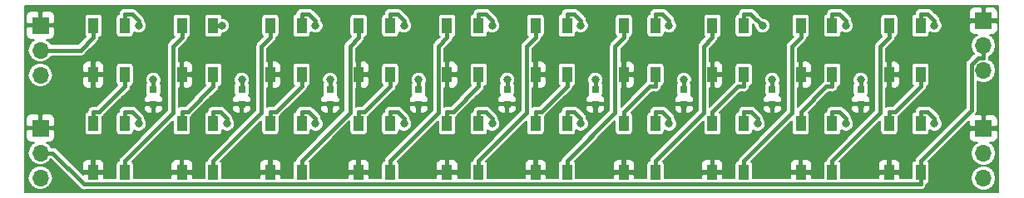
<source format=gbr>
G04 #@! TF.GenerationSoftware,KiCad,Pcbnew,(5.0.0)*
G04 #@! TF.CreationDate,2020-03-31T10:14:19-04:00*
G04 #@! TF.ProjectId,WS2812 STRIP 10CM,57533238313220535452495020313043,rev?*
G04 #@! TF.SameCoordinates,Original*
G04 #@! TF.FileFunction,Copper,L1,Top,Signal*
G04 #@! TF.FilePolarity,Positive*
%FSLAX46Y46*%
G04 Gerber Fmt 4.6, Leading zero omitted, Abs format (unit mm)*
G04 Created by KiCad (PCBNEW (5.0.0)) date 03/31/20 10:14:19*
%MOMM*%
%LPD*%
G01*
G04 APERTURE LIST*
G04 #@! TA.AperFunction,SMDPad,CuDef*
%ADD10R,1.000000X1.600000*%
G04 #@! TD*
G04 #@! TA.AperFunction,SMDPad,CuDef*
%ADD11R,0.750000X0.800000*%
G04 #@! TD*
G04 #@! TA.AperFunction,ComponentPad*
%ADD12R,1.700000X1.700000*%
G04 #@! TD*
G04 #@! TA.AperFunction,ComponentPad*
%ADD13O,1.700000X1.700000*%
G04 #@! TD*
G04 #@! TA.AperFunction,ViaPad*
%ADD14C,0.800000*%
G04 #@! TD*
G04 #@! TA.AperFunction,Conductor*
%ADD15C,0.400000*%
G04 #@! TD*
G04 #@! TA.AperFunction,Conductor*
%ADD16C,0.200000*%
G04 #@! TD*
G04 APERTURE END LIST*
D10*
G04 #@! TO.P,U8,3*
G04 #@! TO.N,GND*
X122600000Y-62500000D03*
G04 #@! TO.P,U8,4*
G04 #@! TO.N,Net-(U7-Pad2)*
X119400000Y-62500000D03*
G04 #@! TO.P,U8,2*
G04 #@! TO.N,Net-(U8-Pad2)*
X122600000Y-67500000D03*
G04 #@! TO.P,U8,1*
G04 #@! TO.N,VCC*
X119400000Y-67500000D03*
G04 #@! TD*
G04 #@! TO.P,U16,3*
G04 #@! TO.N,GND*
X158600000Y-62500000D03*
G04 #@! TO.P,U16,4*
G04 #@! TO.N,Net-(U15-Pad2)*
X155400000Y-62500000D03*
G04 #@! TO.P,U16,2*
G04 #@! TO.N,Net-(U16-Pad2)*
X158600000Y-67500000D03*
G04 #@! TO.P,U16,1*
G04 #@! TO.N,VCC*
X155400000Y-67500000D03*
G04 #@! TD*
G04 #@! TO.P,U20,1*
G04 #@! TO.N,VCC*
X173400000Y-67500000D03*
G04 #@! TO.P,U20,2*
G04 #@! TO.N,SIG_OUT*
X176600000Y-67500000D03*
G04 #@! TO.P,U20,4*
G04 #@! TO.N,Net-(U19-Pad2)*
X173400000Y-62500000D03*
G04 #@! TO.P,U20,3*
G04 #@! TO.N,GND*
X176600000Y-62500000D03*
G04 #@! TD*
G04 #@! TO.P,U18,3*
G04 #@! TO.N,GND*
X167600000Y-62500000D03*
G04 #@! TO.P,U18,4*
G04 #@! TO.N,Net-(U17-Pad2)*
X164400000Y-62500000D03*
G04 #@! TO.P,U18,2*
G04 #@! TO.N,Net-(U18-Pad2)*
X167600000Y-67500000D03*
G04 #@! TO.P,U18,1*
G04 #@! TO.N,VCC*
X164400000Y-67500000D03*
G04 #@! TD*
G04 #@! TO.P,U10,3*
G04 #@! TO.N,GND*
X131600000Y-62500000D03*
G04 #@! TO.P,U10,4*
G04 #@! TO.N,Net-(U10-Pad4)*
X128400000Y-62500000D03*
G04 #@! TO.P,U10,2*
G04 #@! TO.N,Net-(U10-Pad2)*
X131600000Y-67500000D03*
G04 #@! TO.P,U10,1*
G04 #@! TO.N,VCC*
X128400000Y-67500000D03*
G04 #@! TD*
G04 #@! TO.P,U4,1*
G04 #@! TO.N,VCC*
X101400000Y-67500000D03*
G04 #@! TO.P,U4,2*
G04 #@! TO.N,Net-(U4-Pad2)*
X104600000Y-67500000D03*
G04 #@! TO.P,U4,4*
G04 #@! TO.N,Net-(U3-Pad2)*
X101400000Y-62500000D03*
G04 #@! TO.P,U4,3*
G04 #@! TO.N,GND*
X104600000Y-62500000D03*
G04 #@! TD*
G04 #@! TO.P,U2,3*
G04 #@! TO.N,GND*
X95600000Y-62500000D03*
G04 #@! TO.P,U2,4*
G04 #@! TO.N,Net-(U1-Pad2)*
X92400000Y-62500000D03*
G04 #@! TO.P,U2,2*
G04 #@! TO.N,Net-(U2-Pad2)*
X95600000Y-67500000D03*
G04 #@! TO.P,U2,1*
G04 #@! TO.N,VCC*
X92400000Y-67500000D03*
G04 #@! TD*
G04 #@! TO.P,U6,1*
G04 #@! TO.N,VCC*
X110400000Y-67500000D03*
G04 #@! TO.P,U6,2*
G04 #@! TO.N,Net-(U6-Pad2)*
X113600000Y-67500000D03*
G04 #@! TO.P,U6,4*
G04 #@! TO.N,Net-(U5-Pad2)*
X110400000Y-62500000D03*
G04 #@! TO.P,U6,3*
G04 #@! TO.N,GND*
X113600000Y-62500000D03*
G04 #@! TD*
G04 #@! TO.P,U14,1*
G04 #@! TO.N,VCC*
X146400000Y-67500000D03*
G04 #@! TO.P,U14,2*
G04 #@! TO.N,Net-(U14-Pad2)*
X149600000Y-67500000D03*
G04 #@! TO.P,U14,4*
G04 #@! TO.N,Net-(U13-Pad2)*
X146400000Y-62500000D03*
G04 #@! TO.P,U14,3*
G04 #@! TO.N,GND*
X149600000Y-62500000D03*
G04 #@! TD*
G04 #@! TO.P,U12,1*
G04 #@! TO.N,VCC*
X137400000Y-67500000D03*
G04 #@! TO.P,U12,2*
G04 #@! TO.N,Net-(U12-Pad2)*
X140600000Y-67500000D03*
G04 #@! TO.P,U12,4*
G04 #@! TO.N,Net-(U11-Pad2)*
X137400000Y-62500000D03*
G04 #@! TO.P,U12,3*
G04 #@! TO.N,GND*
X140600000Y-62500000D03*
G04 #@! TD*
D11*
G04 #@! TO.P,C1,1*
G04 #@! TO.N,VCC*
X98500000Y-60500000D03*
G04 #@! TO.P,C1,2*
G04 #@! TO.N,GND*
X98500000Y-59000000D03*
G04 #@! TD*
G04 #@! TO.P,C2,1*
G04 #@! TO.N,VCC*
X107500000Y-60500000D03*
G04 #@! TO.P,C2,2*
G04 #@! TO.N,GND*
X107500000Y-59000000D03*
G04 #@! TD*
G04 #@! TO.P,C3,2*
G04 #@! TO.N,GND*
X116500000Y-59000000D03*
G04 #@! TO.P,C3,1*
G04 #@! TO.N,VCC*
X116500000Y-60500000D03*
G04 #@! TD*
G04 #@! TO.P,C4,2*
G04 #@! TO.N,GND*
X125500000Y-59000000D03*
G04 #@! TO.P,C4,1*
G04 #@! TO.N,VCC*
X125500000Y-60500000D03*
G04 #@! TD*
G04 #@! TO.P,C5,1*
G04 #@! TO.N,VCC*
X134500000Y-60500000D03*
G04 #@! TO.P,C5,2*
G04 #@! TO.N,GND*
X134500000Y-59000000D03*
G04 #@! TD*
G04 #@! TO.P,C6,1*
G04 #@! TO.N,VCC*
X143500000Y-60500000D03*
G04 #@! TO.P,C6,2*
G04 #@! TO.N,GND*
X143500000Y-59000000D03*
G04 #@! TD*
G04 #@! TO.P,C7,2*
G04 #@! TO.N,GND*
X152500000Y-59000000D03*
G04 #@! TO.P,C7,1*
G04 #@! TO.N,VCC*
X152500000Y-60500000D03*
G04 #@! TD*
G04 #@! TO.P,C8,2*
G04 #@! TO.N,GND*
X161500000Y-59000000D03*
G04 #@! TO.P,C8,1*
G04 #@! TO.N,VCC*
X161500000Y-60500000D03*
G04 #@! TD*
D12*
G04 #@! TO.P,J1,1*
G04 #@! TO.N,VCC*
X87000000Y-52460000D03*
D13*
G04 #@! TO.P,J1,2*
G04 #@! TO.N,SIG_IN*
X87000000Y-55000000D03*
G04 #@! TO.P,J1,3*
G04 #@! TO.N,GND*
X87000000Y-57540000D03*
G04 #@! TD*
G04 #@! TO.P,J2,3*
G04 #@! TO.N,GND*
X183000000Y-57080000D03*
G04 #@! TO.P,J2,2*
G04 #@! TO.N,SIG_OUT*
X183000000Y-54540000D03*
D12*
G04 #@! TO.P,J2,1*
G04 #@! TO.N,VCC*
X183000000Y-52000000D03*
G04 #@! TD*
D10*
G04 #@! TO.P,U1,1*
G04 #@! TO.N,VCC*
X92400000Y-57500000D03*
G04 #@! TO.P,U1,2*
G04 #@! TO.N,Net-(U1-Pad2)*
X95600000Y-57500000D03*
G04 #@! TO.P,U1,4*
G04 #@! TO.N,SIG_IN*
X92400000Y-52500000D03*
G04 #@! TO.P,U1,3*
G04 #@! TO.N,GND*
X95600000Y-52500000D03*
G04 #@! TD*
G04 #@! TO.P,U3,3*
G04 #@! TO.N,GND*
X104600000Y-52500000D03*
G04 #@! TO.P,U3,4*
G04 #@! TO.N,Net-(U2-Pad2)*
X101400000Y-52500000D03*
G04 #@! TO.P,U3,2*
G04 #@! TO.N,Net-(U3-Pad2)*
X104600000Y-57500000D03*
G04 #@! TO.P,U3,1*
G04 #@! TO.N,VCC*
X101400000Y-57500000D03*
G04 #@! TD*
G04 #@! TO.P,U5,3*
G04 #@! TO.N,GND*
X113600000Y-52500000D03*
G04 #@! TO.P,U5,4*
G04 #@! TO.N,Net-(U4-Pad2)*
X110400000Y-52500000D03*
G04 #@! TO.P,U5,2*
G04 #@! TO.N,Net-(U5-Pad2)*
X113600000Y-57500000D03*
G04 #@! TO.P,U5,1*
G04 #@! TO.N,VCC*
X110400000Y-57500000D03*
G04 #@! TD*
G04 #@! TO.P,U7,1*
G04 #@! TO.N,VCC*
X119400000Y-57500000D03*
G04 #@! TO.P,U7,2*
G04 #@! TO.N,Net-(U7-Pad2)*
X122600000Y-57500000D03*
G04 #@! TO.P,U7,4*
G04 #@! TO.N,Net-(U6-Pad2)*
X119400000Y-52500000D03*
G04 #@! TO.P,U7,3*
G04 #@! TO.N,GND*
X122600000Y-52500000D03*
G04 #@! TD*
G04 #@! TO.P,U9,1*
G04 #@! TO.N,VCC*
X128400000Y-57500000D03*
G04 #@! TO.P,U9,2*
G04 #@! TO.N,Net-(U10-Pad4)*
X131600000Y-57500000D03*
G04 #@! TO.P,U9,4*
G04 #@! TO.N,Net-(U8-Pad2)*
X128400000Y-52500000D03*
G04 #@! TO.P,U9,3*
G04 #@! TO.N,GND*
X131600000Y-52500000D03*
G04 #@! TD*
G04 #@! TO.P,U11,3*
G04 #@! TO.N,GND*
X140600000Y-52500000D03*
G04 #@! TO.P,U11,4*
G04 #@! TO.N,Net-(U10-Pad2)*
X137400000Y-52500000D03*
G04 #@! TO.P,U11,2*
G04 #@! TO.N,Net-(U11-Pad2)*
X140600000Y-57500000D03*
G04 #@! TO.P,U11,1*
G04 #@! TO.N,VCC*
X137400000Y-57500000D03*
G04 #@! TD*
G04 #@! TO.P,U13,3*
G04 #@! TO.N,GND*
X149600000Y-52500000D03*
G04 #@! TO.P,U13,4*
G04 #@! TO.N,Net-(U12-Pad2)*
X146400000Y-52500000D03*
G04 #@! TO.P,U13,2*
G04 #@! TO.N,Net-(U13-Pad2)*
X149600000Y-57500000D03*
G04 #@! TO.P,U13,1*
G04 #@! TO.N,VCC*
X146400000Y-57500000D03*
G04 #@! TD*
G04 #@! TO.P,U15,1*
G04 #@! TO.N,VCC*
X155400000Y-57500000D03*
G04 #@! TO.P,U15,2*
G04 #@! TO.N,Net-(U15-Pad2)*
X158600000Y-57500000D03*
G04 #@! TO.P,U15,4*
G04 #@! TO.N,Net-(U14-Pad2)*
X155400000Y-52500000D03*
G04 #@! TO.P,U15,3*
G04 #@! TO.N,GND*
X158600000Y-52500000D03*
G04 #@! TD*
G04 #@! TO.P,U17,1*
G04 #@! TO.N,VCC*
X164400000Y-57500000D03*
G04 #@! TO.P,U17,2*
G04 #@! TO.N,Net-(U17-Pad2)*
X167600000Y-57500000D03*
G04 #@! TO.P,U17,4*
G04 #@! TO.N,Net-(U16-Pad2)*
X164400000Y-52500000D03*
G04 #@! TO.P,U17,3*
G04 #@! TO.N,GND*
X167600000Y-52500000D03*
G04 #@! TD*
G04 #@! TO.P,U19,3*
G04 #@! TO.N,GND*
X176600000Y-52500000D03*
G04 #@! TO.P,U19,4*
G04 #@! TO.N,Net-(U18-Pad2)*
X173400000Y-52500000D03*
G04 #@! TO.P,U19,2*
G04 #@! TO.N,Net-(U19-Pad2)*
X176600000Y-57500000D03*
G04 #@! TO.P,U19,1*
G04 #@! TO.N,VCC*
X173400000Y-57500000D03*
G04 #@! TD*
D11*
G04 #@! TO.P,C9,1*
G04 #@! TO.N,VCC*
X170500000Y-60500000D03*
G04 #@! TO.P,C9,2*
G04 #@! TO.N,GND*
X170500000Y-59000000D03*
G04 #@! TD*
D13*
G04 #@! TO.P,J3,3*
G04 #@! TO.N,GND*
X183000000Y-68080000D03*
G04 #@! TO.P,J3,2*
G04 #@! TO.N,SIG_IN*
X183000000Y-65540000D03*
D12*
G04 #@! TO.P,J3,1*
G04 #@! TO.N,VCC*
X183000000Y-63000000D03*
G04 #@! TD*
G04 #@! TO.P,J4,1*
G04 #@! TO.N,VCC*
X87000000Y-62960000D03*
D13*
G04 #@! TO.P,J4,2*
G04 #@! TO.N,SIG_OUT*
X87000000Y-65500000D03*
G04 #@! TO.P,J4,3*
G04 #@! TO.N,GND*
X87000000Y-68040000D03*
G04 #@! TD*
D14*
G04 #@! TO.N,GND*
X170500000Y-58000000D03*
X161500000Y-58000000D03*
X152500000Y-58000000D03*
X143500000Y-58000000D03*
X134500000Y-58000000D03*
X125500000Y-58000000D03*
X116500000Y-58000000D03*
X115000000Y-62500000D03*
X124000000Y-62500000D03*
X133000000Y-62500000D03*
X142000000Y-62500000D03*
X151000000Y-62500000D03*
X160000000Y-62500000D03*
X169000000Y-62500000D03*
X178000000Y-62500000D03*
X178000000Y-52500000D03*
X169000000Y-52500000D03*
X160500000Y-52500000D03*
X151000000Y-52500000D03*
X142000000Y-52500000D03*
X133000000Y-52500000D03*
X124000000Y-52500000D03*
X115000000Y-52500000D03*
X97000000Y-52500000D03*
X105500000Y-52500000D03*
X107500000Y-58000000D03*
X98500000Y-58000000D03*
X97000000Y-62500000D03*
X106000000Y-62500000D03*
G04 #@! TD*
D15*
G04 #@! TO.N,GND*
X140600000Y-62500000D02*
X140600000Y-61299700D01*
X131600000Y-62500000D02*
X131600000Y-61299700D01*
X133000000Y-62500000D02*
X133000000Y-61974800D01*
X133000000Y-61974800D02*
X132324900Y-61299700D01*
X132324900Y-61299700D02*
X131600000Y-61299700D01*
X167600000Y-52500000D02*
X167600000Y-51299700D01*
X169000000Y-52500000D02*
X169000000Y-51974800D01*
X169000000Y-51974800D02*
X168324900Y-51299700D01*
X168324900Y-51299700D02*
X167600000Y-51299700D01*
X170500000Y-58000000D02*
X170500000Y-59000000D01*
X161500000Y-58000000D02*
X161500000Y-59000000D01*
X152500000Y-58000000D02*
X152500000Y-59000000D01*
X143500000Y-58000000D02*
X143500000Y-59000000D01*
X142000000Y-62500000D02*
X142000000Y-61974800D01*
X142000000Y-61974800D02*
X141324900Y-61299700D01*
X141324900Y-61299700D02*
X140600000Y-61299700D01*
X134500000Y-58000000D02*
X134500000Y-59000000D01*
X125500000Y-58000000D02*
X125500000Y-59000000D01*
X116500000Y-58000000D02*
X116500000Y-59000000D01*
X107500000Y-58000000D02*
X107500000Y-59000000D01*
X98500000Y-58000000D02*
X98500000Y-59000000D01*
X149600000Y-52500000D02*
X149600000Y-51299700D01*
X151000000Y-52500000D02*
X151000000Y-51974800D01*
X151000000Y-51974800D02*
X150324900Y-51299700D01*
X150324900Y-51299700D02*
X149600000Y-51299700D01*
X122600000Y-62500000D02*
X122600000Y-61299700D01*
X124000000Y-62500000D02*
X124000000Y-61974800D01*
X124000000Y-61974800D02*
X123324900Y-61299700D01*
X123324900Y-61299700D02*
X122600000Y-61299700D01*
X158600000Y-62500000D02*
X158600000Y-61299700D01*
X160000000Y-62500000D02*
X160000000Y-61974800D01*
X160000000Y-61974800D02*
X159324900Y-61299700D01*
X159324900Y-61299700D02*
X158600000Y-61299700D01*
X167600000Y-62500000D02*
X167600000Y-61299700D01*
X169000000Y-62500000D02*
X169000000Y-61974800D01*
X169000000Y-61974800D02*
X168324900Y-61299700D01*
X168324900Y-61299700D02*
X167600000Y-61299700D01*
X95600000Y-62500000D02*
X95600000Y-61299700D01*
X97000000Y-62500000D02*
X97000000Y-61974800D01*
X97000000Y-61974800D02*
X96324900Y-61299700D01*
X96324900Y-61299700D02*
X95600000Y-61299700D01*
X105500000Y-52500000D02*
X104600000Y-52500000D01*
X113600000Y-52500000D02*
X113600000Y-51299700D01*
X115000000Y-52500000D02*
X115000000Y-51974800D01*
X115000000Y-51974800D02*
X114324900Y-51299700D01*
X114324900Y-51299700D02*
X113600000Y-51299700D01*
X140600000Y-52500000D02*
X140600000Y-51299700D01*
X142000000Y-52500000D02*
X142000000Y-51974800D01*
X142000000Y-51974800D02*
X141324900Y-51299700D01*
X141324900Y-51299700D02*
X140600000Y-51299700D01*
X176600000Y-52500000D02*
X176600000Y-51299700D01*
X178000000Y-52500000D02*
X178000000Y-51974800D01*
X178000000Y-51974800D02*
X177324900Y-51299700D01*
X177324900Y-51299700D02*
X176600000Y-51299700D01*
X176600000Y-62500000D02*
X176600000Y-61299700D01*
X178000000Y-62500000D02*
X178000000Y-61974800D01*
X178000000Y-61974800D02*
X177324900Y-61299700D01*
X177324900Y-61299700D02*
X176600000Y-61299700D01*
X104600000Y-62500000D02*
X104600000Y-61299700D01*
X106000000Y-62500000D02*
X106000000Y-61974800D01*
X106000000Y-61974800D02*
X105324900Y-61299700D01*
X105324900Y-61299700D02*
X104600000Y-61299700D01*
X113600000Y-62500000D02*
X113600000Y-61299700D01*
X115000000Y-62500000D02*
X115000000Y-61974800D01*
X115000000Y-61974800D02*
X114324900Y-61299700D01*
X114324900Y-61299700D02*
X113600000Y-61299700D01*
X149600000Y-62500000D02*
X149600000Y-61299700D01*
X151000000Y-62500000D02*
X151000000Y-61974800D01*
X151000000Y-61974800D02*
X150324900Y-61299700D01*
X150324900Y-61299700D02*
X149600000Y-61299700D01*
X95600000Y-52500000D02*
X95600000Y-51299700D01*
X97000000Y-52500000D02*
X97000000Y-51974800D01*
X97000000Y-51974800D02*
X96324900Y-51299700D01*
X96324900Y-51299700D02*
X95600000Y-51299700D01*
X122600000Y-52500000D02*
X122600000Y-51299700D01*
X124000000Y-52500000D02*
X124000000Y-51974800D01*
X124000000Y-51974800D02*
X123324900Y-51299700D01*
X123324900Y-51299700D02*
X122600000Y-51299700D01*
X131600000Y-52500000D02*
X131600000Y-51299700D01*
X133000000Y-52500000D02*
X133000000Y-51974800D01*
X133000000Y-51974800D02*
X132324900Y-51299700D01*
X132324900Y-51299700D02*
X131600000Y-51299700D01*
X158600000Y-52500000D02*
X158600000Y-51299700D01*
X160500000Y-52500000D02*
X159299700Y-51299700D01*
X159299700Y-51299700D02*
X158600000Y-51299700D01*
G04 #@! TO.N,SIG_IN*
X92400000Y-52500000D02*
X92400000Y-53700300D01*
X87000000Y-55000000D02*
X91100300Y-55000000D01*
X91100300Y-55000000D02*
X92400000Y-53700300D01*
G04 #@! TO.N,SIG_OUT*
X176600000Y-67500000D02*
X176600000Y-66299700D01*
X183000000Y-54540000D02*
X183000000Y-55790300D01*
X183000000Y-55790300D02*
X182452900Y-55790300D01*
X182452900Y-55790300D02*
X181749700Y-56493500D01*
X181749700Y-56493500D02*
X181749700Y-61150000D01*
X181749700Y-61150000D02*
X176600000Y-66299700D01*
X87000000Y-65500000D02*
X88250300Y-65500000D01*
X176600000Y-67500000D02*
X176600000Y-68700300D01*
X176600000Y-68700300D02*
X91450600Y-68700300D01*
X91450600Y-68700300D02*
X88250300Y-65500000D01*
G04 #@! TO.N,Net-(U1-Pad2)*
X92400000Y-62500000D02*
X92400000Y-61299700D01*
X95600000Y-57500000D02*
X95600000Y-58700300D01*
X95600000Y-58700300D02*
X93000600Y-61299700D01*
X93000600Y-61299700D02*
X92400000Y-61299700D01*
G04 #@! TO.N,Net-(U2-Pad2)*
X95600000Y-67500000D02*
X95600000Y-66299700D01*
X101400000Y-52500000D02*
X101400000Y-53700300D01*
X101400000Y-53700300D02*
X100499700Y-54600600D01*
X100499700Y-54600600D02*
X100499700Y-61400000D01*
X100499700Y-61400000D02*
X95600000Y-66299700D01*
G04 #@! TO.N,Net-(U3-Pad2)*
X101400000Y-62500000D02*
X101400000Y-61299700D01*
X104600000Y-57500000D02*
X104600000Y-58700300D01*
X101400000Y-61299700D02*
X102000600Y-61299700D01*
X102000600Y-61299700D02*
X104600000Y-58700300D01*
G04 #@! TO.N,Net-(U4-Pad2)*
X110400000Y-52500000D02*
X110400000Y-53700300D01*
X104600000Y-67500000D02*
X104600000Y-66299700D01*
X104600000Y-66299700D02*
X109499700Y-61400000D01*
X109499700Y-61400000D02*
X109499700Y-54600600D01*
X109499700Y-54600600D02*
X110400000Y-53700300D01*
G04 #@! TO.N,Net-(U5-Pad2)*
X110400000Y-62500000D02*
X110400000Y-61299700D01*
X113600000Y-57500000D02*
X113600000Y-58700300D01*
X110400000Y-61299700D02*
X111000600Y-61299700D01*
X111000600Y-61299700D02*
X113600000Y-58700300D01*
G04 #@! TO.N,Net-(U6-Pad2)*
X113600000Y-67500000D02*
X113600000Y-66299700D01*
X119400000Y-52500000D02*
X119400000Y-53700300D01*
X119400000Y-53700300D02*
X118499700Y-54600600D01*
X118499700Y-54600600D02*
X118499700Y-61400000D01*
X118499700Y-61400000D02*
X113600000Y-66299700D01*
G04 #@! TO.N,Net-(U7-Pad2)*
X119400000Y-62500000D02*
X119400000Y-61299700D01*
X122600000Y-57500000D02*
X122600000Y-58700300D01*
X122600000Y-58700300D02*
X120000600Y-61299700D01*
X120000600Y-61299700D02*
X119400000Y-61299700D01*
G04 #@! TO.N,Net-(U10-Pad4)*
X128400000Y-62500000D02*
X128400000Y-61299700D01*
X131600000Y-57500000D02*
X131600000Y-58700300D01*
X131600000Y-58700300D02*
X129000600Y-61299700D01*
X129000600Y-61299700D02*
X128400000Y-61299700D01*
G04 #@! TO.N,Net-(U8-Pad2)*
X122600000Y-67500000D02*
X122600000Y-66299700D01*
X128400000Y-52500000D02*
X128400000Y-53700300D01*
X128400000Y-53700300D02*
X127499700Y-54600600D01*
X127499700Y-54600600D02*
X127499700Y-61400000D01*
X127499700Y-61400000D02*
X122600000Y-66299700D01*
G04 #@! TO.N,Net-(U10-Pad2)*
X131600000Y-67500000D02*
X131600000Y-66299700D01*
X137400000Y-52500000D02*
X137400000Y-53700300D01*
X137400000Y-53700300D02*
X136499700Y-54600600D01*
X136499700Y-54600600D02*
X136499700Y-61400000D01*
X136499700Y-61400000D02*
X131600000Y-66299700D01*
G04 #@! TO.N,Net-(U11-Pad2)*
X137400000Y-62500000D02*
X137400000Y-61299700D01*
X140600000Y-57500000D02*
X140600000Y-58700300D01*
X137400000Y-61299700D02*
X138000600Y-61299700D01*
X138000600Y-61299700D02*
X140600000Y-58700300D01*
G04 #@! TO.N,Net-(U12-Pad2)*
X146400000Y-52500000D02*
X146400000Y-53700300D01*
X140600000Y-67500000D02*
X140600000Y-66299700D01*
X140600000Y-66299700D02*
X145499700Y-61400000D01*
X145499700Y-61400000D02*
X145499700Y-54600600D01*
X145499700Y-54600600D02*
X146400000Y-53700300D01*
G04 #@! TO.N,Net-(U13-Pad2)*
X149600000Y-57500000D02*
X149600000Y-58700300D01*
X146400000Y-62500000D02*
X146400000Y-61299700D01*
X146400000Y-61299700D02*
X148999400Y-58700300D01*
X148999400Y-58700300D02*
X149600000Y-58700300D01*
G04 #@! TO.N,Net-(U14-Pad2)*
X149600000Y-67500000D02*
X149600000Y-66299700D01*
X155400000Y-52500000D02*
X155400000Y-53700300D01*
X155400000Y-53700300D02*
X154499700Y-54600600D01*
X154499700Y-54600600D02*
X154499700Y-61400000D01*
X154499700Y-61400000D02*
X149600000Y-66299700D01*
G04 #@! TO.N,Net-(U15-Pad2)*
X158600000Y-57500000D02*
X158600000Y-58700300D01*
X155400000Y-62500000D02*
X155400000Y-61299700D01*
X158600000Y-58700300D02*
X157999400Y-58700300D01*
X157999400Y-58700300D02*
X155400000Y-61299700D01*
G04 #@! TO.N,Net-(U16-Pad2)*
X158600000Y-67500000D02*
X158600000Y-66299700D01*
X164400000Y-52500000D02*
X164400000Y-53700300D01*
X164400000Y-53700300D02*
X163499700Y-54600600D01*
X163499700Y-54600600D02*
X163499700Y-61400000D01*
X163499700Y-61400000D02*
X158600000Y-66299700D01*
G04 #@! TO.N,Net-(U17-Pad2)*
X167600000Y-57500000D02*
X167600000Y-58700300D01*
X164400000Y-62500000D02*
X164400000Y-61299700D01*
X167600000Y-58700300D02*
X166999400Y-58700300D01*
X166999400Y-58700300D02*
X164400000Y-61299700D01*
G04 #@! TO.N,Net-(U18-Pad2)*
X167600000Y-67500000D02*
X167600000Y-66299700D01*
X173400000Y-52500000D02*
X173400000Y-53700300D01*
X173400000Y-53700300D02*
X172499700Y-54600600D01*
X172499700Y-54600600D02*
X172499700Y-61400000D01*
X172499700Y-61400000D02*
X167600000Y-66299700D01*
G04 #@! TO.N,Net-(U19-Pad2)*
X173400000Y-62500000D02*
X173400000Y-61299700D01*
X176600000Y-57500000D02*
X176600000Y-58700300D01*
X173400000Y-61299700D02*
X174000600Y-61299700D01*
X174000600Y-61299700D02*
X176600000Y-58700300D01*
G04 #@! TD*
D16*
G04 #@! TO.N,VCC*
G36*
X184525001Y-59953217D02*
X184525000Y-59953222D01*
X184525001Y-69525000D01*
X85475000Y-69525000D01*
X85475000Y-68040000D01*
X85725512Y-68040000D01*
X85822527Y-68527725D01*
X86098801Y-68941199D01*
X86512275Y-69217473D01*
X86876891Y-69290000D01*
X87123109Y-69290000D01*
X87487725Y-69217473D01*
X87901199Y-68941199D01*
X88177473Y-68527725D01*
X88274488Y-68040000D01*
X88177473Y-67552275D01*
X87901199Y-67138801D01*
X87487725Y-66862527D01*
X87123109Y-66790000D01*
X86876891Y-66790000D01*
X86512275Y-66862527D01*
X86098801Y-67138801D01*
X85822527Y-67552275D01*
X85725512Y-68040000D01*
X85475000Y-68040000D01*
X85475000Y-63266000D01*
X85542000Y-63266000D01*
X85542000Y-63930938D01*
X85634562Y-64154404D01*
X85805595Y-64325437D01*
X86029061Y-64418000D01*
X86369389Y-64418000D01*
X86098801Y-64598801D01*
X85822527Y-65012275D01*
X85725512Y-65500000D01*
X85822527Y-65987725D01*
X86098801Y-66401199D01*
X86512275Y-66677473D01*
X86876891Y-66750000D01*
X87123109Y-66750000D01*
X87487725Y-66677473D01*
X87901199Y-66401199D01*
X88062126Y-66160354D01*
X90984553Y-69082781D01*
X91018025Y-69132875D01*
X91216492Y-69265487D01*
X91391509Y-69300300D01*
X91391512Y-69300300D01*
X91450600Y-69312053D01*
X91509688Y-69300300D01*
X176540909Y-69300300D01*
X176600000Y-69312054D01*
X176659091Y-69300300D01*
X176834108Y-69265487D01*
X177032575Y-69132875D01*
X177165187Y-68934408D01*
X177211754Y-68700300D01*
X177208943Y-68686166D01*
X177256072Y-68676791D01*
X177388384Y-68588384D01*
X177476791Y-68456072D01*
X177507836Y-68300000D01*
X177507836Y-68080000D01*
X181725512Y-68080000D01*
X181822527Y-68567725D01*
X182098801Y-68981199D01*
X182512275Y-69257473D01*
X182876891Y-69330000D01*
X183123109Y-69330000D01*
X183487725Y-69257473D01*
X183901199Y-68981199D01*
X184177473Y-68567725D01*
X184274488Y-68080000D01*
X184177473Y-67592275D01*
X183901199Y-67178801D01*
X183487725Y-66902527D01*
X183123109Y-66830000D01*
X182876891Y-66830000D01*
X182512275Y-66902527D01*
X182098801Y-67178801D01*
X181822527Y-67592275D01*
X181725512Y-68080000D01*
X177507836Y-68080000D01*
X177507836Y-66700000D01*
X177476791Y-66543928D01*
X177388384Y-66411616D01*
X177357348Y-66390879D01*
X180442228Y-63306000D01*
X181542000Y-63306000D01*
X181542000Y-63970938D01*
X181634562Y-64194404D01*
X181805595Y-64365437D01*
X182029061Y-64458000D01*
X182369389Y-64458000D01*
X182098801Y-64638801D01*
X181822527Y-65052275D01*
X181725512Y-65540000D01*
X181822527Y-66027725D01*
X182098801Y-66441199D01*
X182512275Y-66717473D01*
X182876891Y-66790000D01*
X183123109Y-66790000D01*
X183487725Y-66717473D01*
X183901199Y-66441199D01*
X184177473Y-66027725D01*
X184274488Y-65540000D01*
X184177473Y-65052275D01*
X183901199Y-64638801D01*
X183630611Y-64458000D01*
X183970939Y-64458000D01*
X184194405Y-64365437D01*
X184365438Y-64194404D01*
X184458000Y-63970938D01*
X184458000Y-63306000D01*
X184306000Y-63154000D01*
X183154000Y-63154000D01*
X183154000Y-63174000D01*
X182846000Y-63174000D01*
X182846000Y-63154000D01*
X181694000Y-63154000D01*
X181542000Y-63306000D01*
X180442228Y-63306000D01*
X181542000Y-62206229D01*
X181542000Y-62694000D01*
X181694000Y-62846000D01*
X182846000Y-62846000D01*
X182846000Y-61694000D01*
X183154000Y-61694000D01*
X183154000Y-62846000D01*
X184306000Y-62846000D01*
X184458000Y-62694000D01*
X184458000Y-62029062D01*
X184365438Y-61805596D01*
X184194405Y-61634563D01*
X183970939Y-61542000D01*
X183306000Y-61542000D01*
X183154000Y-61694000D01*
X182846000Y-61694000D01*
X182694000Y-61542000D01*
X182209386Y-61542000D01*
X182215745Y-61532484D01*
X182215748Y-61532481D01*
X182314887Y-61384108D01*
X182320478Y-61356000D01*
X182349700Y-61209091D01*
X182349700Y-61209088D01*
X182361453Y-61150000D01*
X182349700Y-61090912D01*
X182349700Y-58148844D01*
X182512275Y-58257473D01*
X182876891Y-58330000D01*
X183123109Y-58330000D01*
X183487725Y-58257473D01*
X183901199Y-57981199D01*
X184177473Y-57567725D01*
X184274488Y-57080000D01*
X184177473Y-56592275D01*
X183901199Y-56178801D01*
X183577499Y-55962512D01*
X183600000Y-55849391D01*
X183611754Y-55790300D01*
X183600000Y-55731209D01*
X183600000Y-55642453D01*
X183901199Y-55441199D01*
X184177473Y-55027725D01*
X184274488Y-54540000D01*
X184177473Y-54052275D01*
X183901199Y-53638801D01*
X183630611Y-53458000D01*
X183970939Y-53458000D01*
X184194405Y-53365437D01*
X184365438Y-53194404D01*
X184458000Y-52970938D01*
X184458000Y-52306000D01*
X184306000Y-52154000D01*
X183154000Y-52154000D01*
X183154000Y-52174000D01*
X182846000Y-52174000D01*
X182846000Y-52154000D01*
X181694000Y-52154000D01*
X181542000Y-52306000D01*
X181542000Y-52970938D01*
X181634562Y-53194404D01*
X181805595Y-53365437D01*
X182029061Y-53458000D01*
X182369389Y-53458000D01*
X182098801Y-53638801D01*
X181822527Y-54052275D01*
X181725512Y-54540000D01*
X181822527Y-55027725D01*
X182036019Y-55347239D01*
X182020325Y-55357725D01*
X181986853Y-55407819D01*
X181367221Y-56027452D01*
X181317125Y-56060925D01*
X181184513Y-56259393D01*
X181149700Y-56434410D01*
X181149700Y-56434414D01*
X181137947Y-56493500D01*
X181149700Y-56552586D01*
X181149701Y-60901470D01*
X176217520Y-65833653D01*
X176167426Y-65867125D01*
X176133954Y-65917219D01*
X176133953Y-65917220D01*
X176034814Y-66065592D01*
X175988247Y-66299700D01*
X175991058Y-66313834D01*
X175943928Y-66323209D01*
X175811616Y-66411616D01*
X175723209Y-66543928D01*
X175692164Y-66700000D01*
X175692164Y-68100300D01*
X174508000Y-68100300D01*
X174508000Y-67806000D01*
X174356000Y-67654000D01*
X173554000Y-67654000D01*
X173554000Y-67674000D01*
X173246000Y-67674000D01*
X173246000Y-67654000D01*
X172444000Y-67654000D01*
X172292000Y-67806000D01*
X172292000Y-68100300D01*
X168507836Y-68100300D01*
X168507836Y-66700000D01*
X168483780Y-66579061D01*
X172292000Y-66579061D01*
X172292000Y-67194000D01*
X172444000Y-67346000D01*
X173246000Y-67346000D01*
X173246000Y-66244000D01*
X173554000Y-66244000D01*
X173554000Y-67346000D01*
X174356000Y-67346000D01*
X174508000Y-67194000D01*
X174508000Y-66579061D01*
X174415437Y-66355595D01*
X174244404Y-66184562D01*
X174020938Y-66092000D01*
X173706000Y-66092000D01*
X173554000Y-66244000D01*
X173246000Y-66244000D01*
X173094000Y-66092000D01*
X172779062Y-66092000D01*
X172555596Y-66184562D01*
X172384563Y-66355595D01*
X172292000Y-66579061D01*
X168483780Y-66579061D01*
X168476791Y-66543928D01*
X168388384Y-66411616D01*
X168357348Y-66390879D01*
X172492164Y-62256064D01*
X172492164Y-63300000D01*
X172523209Y-63456072D01*
X172611616Y-63588384D01*
X172743928Y-63676791D01*
X172900000Y-63707836D01*
X173900000Y-63707836D01*
X174056072Y-63676791D01*
X174188384Y-63588384D01*
X174276791Y-63456072D01*
X174307836Y-63300000D01*
X174307836Y-61816024D01*
X174433175Y-61732275D01*
X174454740Y-61700000D01*
X175692164Y-61700000D01*
X175692164Y-63300000D01*
X175723209Y-63456072D01*
X175811616Y-63588384D01*
X175943928Y-63676791D01*
X176100000Y-63707836D01*
X177100000Y-63707836D01*
X177256072Y-63676791D01*
X177388384Y-63588384D01*
X177476791Y-63456072D01*
X177507836Y-63300000D01*
X177507836Y-63139207D01*
X177546836Y-63178207D01*
X177840870Y-63300000D01*
X178159130Y-63300000D01*
X178453164Y-63178207D01*
X178678207Y-62953164D01*
X178800000Y-62659130D01*
X178800000Y-62340870D01*
X178678207Y-62046836D01*
X178610827Y-61979456D01*
X178611753Y-61974800D01*
X178600000Y-61915712D01*
X178600000Y-61915709D01*
X178565187Y-61740692D01*
X178548145Y-61715187D01*
X178466048Y-61592319D01*
X178466045Y-61592316D01*
X178432575Y-61542225D01*
X178382484Y-61508755D01*
X177790948Y-60917221D01*
X177757475Y-60867125D01*
X177559008Y-60734513D01*
X177383991Y-60699700D01*
X177383986Y-60699700D01*
X177324900Y-60687947D01*
X177265814Y-60699700D01*
X176659091Y-60699700D01*
X176600000Y-60687946D01*
X176540909Y-60699700D01*
X176365892Y-60734513D01*
X176167425Y-60867125D01*
X176034813Y-61065592D01*
X175988246Y-61299700D01*
X175991057Y-61313834D01*
X175943928Y-61323209D01*
X175811616Y-61411616D01*
X175723209Y-61543928D01*
X175692164Y-61700000D01*
X174454740Y-61700000D01*
X174466649Y-61682178D01*
X176982481Y-59166347D01*
X177032575Y-59132875D01*
X177081876Y-59059091D01*
X177165187Y-58934409D01*
X177173501Y-58892613D01*
X177200000Y-58759391D01*
X177200000Y-58759388D01*
X177211753Y-58700300D01*
X177208942Y-58686166D01*
X177256072Y-58676791D01*
X177388384Y-58588384D01*
X177476791Y-58456072D01*
X177507836Y-58300000D01*
X177507836Y-56700000D01*
X177476791Y-56543928D01*
X177388384Y-56411616D01*
X177256072Y-56323209D01*
X177100000Y-56292164D01*
X176100000Y-56292164D01*
X175943928Y-56323209D01*
X175811616Y-56411616D01*
X175723209Y-56543928D01*
X175692164Y-56700000D01*
X175692164Y-58300000D01*
X175723209Y-58456072D01*
X175811616Y-58588384D01*
X175842651Y-58609121D01*
X173752073Y-60699700D01*
X173459091Y-60699700D01*
X173400000Y-60687946D01*
X173340909Y-60699700D01*
X173165892Y-60734513D01*
X173099700Y-60778741D01*
X173099700Y-58902300D01*
X173246000Y-58756000D01*
X173246000Y-57654000D01*
X173554000Y-57654000D01*
X173554000Y-58756000D01*
X173706000Y-58908000D01*
X174020938Y-58908000D01*
X174244404Y-58815438D01*
X174415437Y-58644405D01*
X174508000Y-58420939D01*
X174508000Y-57806000D01*
X174356000Y-57654000D01*
X173554000Y-57654000D01*
X173246000Y-57654000D01*
X173226000Y-57654000D01*
X173226000Y-57346000D01*
X173246000Y-57346000D01*
X173246000Y-56244000D01*
X173554000Y-56244000D01*
X173554000Y-57346000D01*
X174356000Y-57346000D01*
X174508000Y-57194000D01*
X174508000Y-56579061D01*
X174415437Y-56355595D01*
X174244404Y-56184562D01*
X174020938Y-56092000D01*
X173706000Y-56092000D01*
X173554000Y-56244000D01*
X173246000Y-56244000D01*
X173099700Y-56097700D01*
X173099700Y-54849127D01*
X173782481Y-54166347D01*
X173832575Y-54132875D01*
X173965187Y-53934408D01*
X174000000Y-53759391D01*
X174000000Y-53759387D01*
X174011753Y-53700301D01*
X174008941Y-53686166D01*
X174056072Y-53676791D01*
X174188384Y-53588384D01*
X174276791Y-53456072D01*
X174307836Y-53300000D01*
X174307836Y-51700000D01*
X175692164Y-51700000D01*
X175692164Y-53300000D01*
X175723209Y-53456072D01*
X175811616Y-53588384D01*
X175943928Y-53676791D01*
X176100000Y-53707836D01*
X177100000Y-53707836D01*
X177256072Y-53676791D01*
X177388384Y-53588384D01*
X177476791Y-53456072D01*
X177507836Y-53300000D01*
X177507836Y-53139207D01*
X177546836Y-53178207D01*
X177840870Y-53300000D01*
X178159130Y-53300000D01*
X178453164Y-53178207D01*
X178678207Y-52953164D01*
X178800000Y-52659130D01*
X178800000Y-52340870D01*
X178678207Y-52046836D01*
X178610827Y-51979456D01*
X178611753Y-51974800D01*
X178600000Y-51915712D01*
X178600000Y-51915709D01*
X178565187Y-51740692D01*
X178559563Y-51732275D01*
X178466048Y-51592319D01*
X178466045Y-51592316D01*
X178432575Y-51542225D01*
X178382484Y-51508755D01*
X177902790Y-51029062D01*
X181542000Y-51029062D01*
X181542000Y-51694000D01*
X181694000Y-51846000D01*
X182846000Y-51846000D01*
X182846000Y-50694000D01*
X183154000Y-50694000D01*
X183154000Y-51846000D01*
X184306000Y-51846000D01*
X184458000Y-51694000D01*
X184458000Y-51029062D01*
X184365438Y-50805596D01*
X184194405Y-50634563D01*
X183970939Y-50542000D01*
X183306000Y-50542000D01*
X183154000Y-50694000D01*
X182846000Y-50694000D01*
X182694000Y-50542000D01*
X182029061Y-50542000D01*
X181805595Y-50634563D01*
X181634562Y-50805596D01*
X181542000Y-51029062D01*
X177902790Y-51029062D01*
X177790948Y-50917221D01*
X177757475Y-50867125D01*
X177559008Y-50734513D01*
X177383991Y-50699700D01*
X177383986Y-50699700D01*
X177324900Y-50687947D01*
X177265814Y-50699700D01*
X176659091Y-50699700D01*
X176600000Y-50687946D01*
X176540909Y-50699700D01*
X176365892Y-50734513D01*
X176167425Y-50867125D01*
X176034813Y-51065592D01*
X175988246Y-51299700D01*
X175991057Y-51313834D01*
X175943928Y-51323209D01*
X175811616Y-51411616D01*
X175723209Y-51543928D01*
X175692164Y-51700000D01*
X174307836Y-51700000D01*
X174276791Y-51543928D01*
X174188384Y-51411616D01*
X174056072Y-51323209D01*
X173900000Y-51292164D01*
X172900000Y-51292164D01*
X172743928Y-51323209D01*
X172611616Y-51411616D01*
X172523209Y-51543928D01*
X172492164Y-51700000D01*
X172492164Y-53300000D01*
X172523209Y-53456072D01*
X172611616Y-53588384D01*
X172642651Y-53609121D01*
X172117221Y-54134551D01*
X172067125Y-54168025D01*
X171934513Y-54366493D01*
X171899700Y-54541510D01*
X171899700Y-54541514D01*
X171887947Y-54600600D01*
X171899700Y-54659686D01*
X171899701Y-61151471D01*
X167217520Y-65833653D01*
X167167426Y-65867125D01*
X167133954Y-65917219D01*
X167133953Y-65917220D01*
X167034814Y-66065592D01*
X166988247Y-66299700D01*
X166991058Y-66313834D01*
X166943928Y-66323209D01*
X166811616Y-66411616D01*
X166723209Y-66543928D01*
X166692164Y-66700000D01*
X166692164Y-68100300D01*
X165508000Y-68100300D01*
X165508000Y-67806000D01*
X165356000Y-67654000D01*
X164554000Y-67654000D01*
X164554000Y-67674000D01*
X164246000Y-67674000D01*
X164246000Y-67654000D01*
X163444000Y-67654000D01*
X163292000Y-67806000D01*
X163292000Y-68100300D01*
X159507836Y-68100300D01*
X159507836Y-66700000D01*
X159483780Y-66579061D01*
X163292000Y-66579061D01*
X163292000Y-67194000D01*
X163444000Y-67346000D01*
X164246000Y-67346000D01*
X164246000Y-66244000D01*
X164554000Y-66244000D01*
X164554000Y-67346000D01*
X165356000Y-67346000D01*
X165508000Y-67194000D01*
X165508000Y-66579061D01*
X165415437Y-66355595D01*
X165244404Y-66184562D01*
X165020938Y-66092000D01*
X164706000Y-66092000D01*
X164554000Y-66244000D01*
X164246000Y-66244000D01*
X164094000Y-66092000D01*
X163779062Y-66092000D01*
X163555596Y-66184562D01*
X163384563Y-66355595D01*
X163292000Y-66579061D01*
X159483780Y-66579061D01*
X159476791Y-66543928D01*
X159388384Y-66411616D01*
X159357348Y-66390879D01*
X163492164Y-62256064D01*
X163492164Y-63300000D01*
X163523209Y-63456072D01*
X163611616Y-63588384D01*
X163743928Y-63676791D01*
X163900000Y-63707836D01*
X164900000Y-63707836D01*
X165056072Y-63676791D01*
X165188384Y-63588384D01*
X165276791Y-63456072D01*
X165307836Y-63300000D01*
X165307836Y-61700000D01*
X166692164Y-61700000D01*
X166692164Y-63300000D01*
X166723209Y-63456072D01*
X166811616Y-63588384D01*
X166943928Y-63676791D01*
X167100000Y-63707836D01*
X168100000Y-63707836D01*
X168256072Y-63676791D01*
X168388384Y-63588384D01*
X168476791Y-63456072D01*
X168507836Y-63300000D01*
X168507836Y-63139207D01*
X168546836Y-63178207D01*
X168840870Y-63300000D01*
X169159130Y-63300000D01*
X169453164Y-63178207D01*
X169678207Y-62953164D01*
X169800000Y-62659130D01*
X169800000Y-62340870D01*
X169678207Y-62046836D01*
X169610827Y-61979456D01*
X169611753Y-61974800D01*
X169600000Y-61915712D01*
X169600000Y-61915709D01*
X169565187Y-61740692D01*
X169548145Y-61715187D01*
X169466048Y-61592319D01*
X169466045Y-61592316D01*
X169432575Y-61542225D01*
X169382484Y-61508755D01*
X168790948Y-60917221D01*
X168757475Y-60867125D01*
X168665996Y-60806000D01*
X169517000Y-60806000D01*
X169517000Y-61020939D01*
X169609563Y-61244405D01*
X169780596Y-61415438D01*
X170004062Y-61508000D01*
X170194000Y-61508000D01*
X170346000Y-61356000D01*
X170346000Y-60654000D01*
X170654000Y-60654000D01*
X170654000Y-61356000D01*
X170806000Y-61508000D01*
X170995938Y-61508000D01*
X171219404Y-61415438D01*
X171390437Y-61244405D01*
X171483000Y-61020939D01*
X171483000Y-60806000D01*
X171331000Y-60654000D01*
X170654000Y-60654000D01*
X170346000Y-60654000D01*
X169669000Y-60654000D01*
X169517000Y-60806000D01*
X168665996Y-60806000D01*
X168559008Y-60734513D01*
X168383991Y-60699700D01*
X168383986Y-60699700D01*
X168324900Y-60687947D01*
X168265814Y-60699700D01*
X167659091Y-60699700D01*
X167600000Y-60687946D01*
X167540909Y-60699700D01*
X167365892Y-60734513D01*
X167167425Y-60867125D01*
X167034813Y-61065592D01*
X166988246Y-61299700D01*
X166991057Y-61313834D01*
X166943928Y-61323209D01*
X166811616Y-61411616D01*
X166723209Y-61543928D01*
X166692164Y-61700000D01*
X165307836Y-61700000D01*
X165276791Y-61543928D01*
X165188384Y-61411616D01*
X165157348Y-61390879D01*
X166569166Y-59979061D01*
X169517000Y-59979061D01*
X169517000Y-60194000D01*
X169669000Y-60346000D01*
X170346000Y-60346000D01*
X170346000Y-60326000D01*
X170654000Y-60326000D01*
X170654000Y-60346000D01*
X171331000Y-60346000D01*
X171483000Y-60194000D01*
X171483000Y-59979061D01*
X171390437Y-59755595D01*
X171227407Y-59592565D01*
X171251791Y-59556072D01*
X171282836Y-59400000D01*
X171282836Y-58600000D01*
X171251791Y-58443928D01*
X171208728Y-58379479D01*
X171300000Y-58159130D01*
X171300000Y-57840870D01*
X171178207Y-57546836D01*
X170953164Y-57321793D01*
X170659130Y-57200000D01*
X170340870Y-57200000D01*
X170046836Y-57321793D01*
X169821793Y-57546836D01*
X169700000Y-57840870D01*
X169700000Y-58159130D01*
X169791272Y-58379479D01*
X169748209Y-58443928D01*
X169717164Y-58600000D01*
X169717164Y-59400000D01*
X169748209Y-59556072D01*
X169772593Y-59592565D01*
X169609563Y-59755595D01*
X169517000Y-59979061D01*
X166569166Y-59979061D01*
X167247928Y-59300300D01*
X167540909Y-59300300D01*
X167600000Y-59312054D01*
X167659091Y-59300300D01*
X167834108Y-59265487D01*
X168032575Y-59132875D01*
X168165187Y-58934408D01*
X168211754Y-58700300D01*
X168208943Y-58686166D01*
X168256072Y-58676791D01*
X168388384Y-58588384D01*
X168476791Y-58456072D01*
X168507836Y-58300000D01*
X168507836Y-56700000D01*
X168476791Y-56543928D01*
X168388384Y-56411616D01*
X168256072Y-56323209D01*
X168100000Y-56292164D01*
X167100000Y-56292164D01*
X166943928Y-56323209D01*
X166811616Y-56411616D01*
X166723209Y-56543928D01*
X166692164Y-56700000D01*
X166692164Y-58183975D01*
X166616919Y-58234253D01*
X166566825Y-58267725D01*
X166533353Y-58317819D01*
X164099700Y-60751473D01*
X164099700Y-58902300D01*
X164246000Y-58756000D01*
X164246000Y-57654000D01*
X164554000Y-57654000D01*
X164554000Y-58756000D01*
X164706000Y-58908000D01*
X165020938Y-58908000D01*
X165244404Y-58815438D01*
X165415437Y-58644405D01*
X165508000Y-58420939D01*
X165508000Y-57806000D01*
X165356000Y-57654000D01*
X164554000Y-57654000D01*
X164246000Y-57654000D01*
X164226000Y-57654000D01*
X164226000Y-57346000D01*
X164246000Y-57346000D01*
X164246000Y-56244000D01*
X164554000Y-56244000D01*
X164554000Y-57346000D01*
X165356000Y-57346000D01*
X165508000Y-57194000D01*
X165508000Y-56579061D01*
X165415437Y-56355595D01*
X165244404Y-56184562D01*
X165020938Y-56092000D01*
X164706000Y-56092000D01*
X164554000Y-56244000D01*
X164246000Y-56244000D01*
X164099700Y-56097700D01*
X164099700Y-54849127D01*
X164782481Y-54166347D01*
X164832575Y-54132875D01*
X164965187Y-53934408D01*
X165000000Y-53759391D01*
X165000000Y-53759387D01*
X165011753Y-53700301D01*
X165008941Y-53686166D01*
X165056072Y-53676791D01*
X165188384Y-53588384D01*
X165276791Y-53456072D01*
X165307836Y-53300000D01*
X165307836Y-51700000D01*
X166692164Y-51700000D01*
X166692164Y-53300000D01*
X166723209Y-53456072D01*
X166811616Y-53588384D01*
X166943928Y-53676791D01*
X167100000Y-53707836D01*
X168100000Y-53707836D01*
X168256072Y-53676791D01*
X168388384Y-53588384D01*
X168476791Y-53456072D01*
X168507836Y-53300000D01*
X168507836Y-53139207D01*
X168546836Y-53178207D01*
X168840870Y-53300000D01*
X169159130Y-53300000D01*
X169453164Y-53178207D01*
X169678207Y-52953164D01*
X169800000Y-52659130D01*
X169800000Y-52340870D01*
X169678207Y-52046836D01*
X169610827Y-51979456D01*
X169611753Y-51974800D01*
X169600000Y-51915712D01*
X169600000Y-51915709D01*
X169565187Y-51740692D01*
X169559563Y-51732275D01*
X169466048Y-51592319D01*
X169466045Y-51592316D01*
X169432575Y-51542225D01*
X169382484Y-51508755D01*
X168790948Y-50917221D01*
X168757475Y-50867125D01*
X168559008Y-50734513D01*
X168383991Y-50699700D01*
X168383986Y-50699700D01*
X168324900Y-50687947D01*
X168265814Y-50699700D01*
X167659091Y-50699700D01*
X167600000Y-50687946D01*
X167540909Y-50699700D01*
X167365892Y-50734513D01*
X167167425Y-50867125D01*
X167034813Y-51065592D01*
X166988246Y-51299700D01*
X166991057Y-51313834D01*
X166943928Y-51323209D01*
X166811616Y-51411616D01*
X166723209Y-51543928D01*
X166692164Y-51700000D01*
X165307836Y-51700000D01*
X165276791Y-51543928D01*
X165188384Y-51411616D01*
X165056072Y-51323209D01*
X164900000Y-51292164D01*
X163900000Y-51292164D01*
X163743928Y-51323209D01*
X163611616Y-51411616D01*
X163523209Y-51543928D01*
X163492164Y-51700000D01*
X163492164Y-53300000D01*
X163523209Y-53456072D01*
X163611616Y-53588384D01*
X163642651Y-53609121D01*
X163117221Y-54134551D01*
X163067125Y-54168025D01*
X162934513Y-54366493D01*
X162899700Y-54541510D01*
X162899700Y-54541514D01*
X162887947Y-54600600D01*
X162899700Y-54659686D01*
X162899701Y-61151471D01*
X158217520Y-65833653D01*
X158167426Y-65867125D01*
X158133954Y-65917219D01*
X158133953Y-65917220D01*
X158034814Y-66065592D01*
X157988247Y-66299700D01*
X157991058Y-66313834D01*
X157943928Y-66323209D01*
X157811616Y-66411616D01*
X157723209Y-66543928D01*
X157692164Y-66700000D01*
X157692164Y-68100300D01*
X156508000Y-68100300D01*
X156508000Y-67806000D01*
X156356000Y-67654000D01*
X155554000Y-67654000D01*
X155554000Y-67674000D01*
X155246000Y-67674000D01*
X155246000Y-67654000D01*
X154444000Y-67654000D01*
X154292000Y-67806000D01*
X154292000Y-68100300D01*
X150507836Y-68100300D01*
X150507836Y-66700000D01*
X150483780Y-66579061D01*
X154292000Y-66579061D01*
X154292000Y-67194000D01*
X154444000Y-67346000D01*
X155246000Y-67346000D01*
X155246000Y-66244000D01*
X155554000Y-66244000D01*
X155554000Y-67346000D01*
X156356000Y-67346000D01*
X156508000Y-67194000D01*
X156508000Y-66579061D01*
X156415437Y-66355595D01*
X156244404Y-66184562D01*
X156020938Y-66092000D01*
X155706000Y-66092000D01*
X155554000Y-66244000D01*
X155246000Y-66244000D01*
X155094000Y-66092000D01*
X154779062Y-66092000D01*
X154555596Y-66184562D01*
X154384563Y-66355595D01*
X154292000Y-66579061D01*
X150483780Y-66579061D01*
X150476791Y-66543928D01*
X150388384Y-66411616D01*
X150357348Y-66390879D01*
X154492164Y-62256064D01*
X154492164Y-63300000D01*
X154523209Y-63456072D01*
X154611616Y-63588384D01*
X154743928Y-63676791D01*
X154900000Y-63707836D01*
X155900000Y-63707836D01*
X156056072Y-63676791D01*
X156188384Y-63588384D01*
X156276791Y-63456072D01*
X156307836Y-63300000D01*
X156307836Y-61700000D01*
X157692164Y-61700000D01*
X157692164Y-63300000D01*
X157723209Y-63456072D01*
X157811616Y-63588384D01*
X157943928Y-63676791D01*
X158100000Y-63707836D01*
X159100000Y-63707836D01*
X159256072Y-63676791D01*
X159388384Y-63588384D01*
X159476791Y-63456072D01*
X159507836Y-63300000D01*
X159507836Y-63139207D01*
X159546836Y-63178207D01*
X159840870Y-63300000D01*
X160159130Y-63300000D01*
X160453164Y-63178207D01*
X160678207Y-62953164D01*
X160800000Y-62659130D01*
X160800000Y-62340870D01*
X160678207Y-62046836D01*
X160610827Y-61979456D01*
X160611753Y-61974800D01*
X160600000Y-61915712D01*
X160600000Y-61915709D01*
X160565187Y-61740692D01*
X160548145Y-61715187D01*
X160466048Y-61592319D01*
X160466045Y-61592316D01*
X160432575Y-61542225D01*
X160382484Y-61508755D01*
X159790948Y-60917221D01*
X159757475Y-60867125D01*
X159665996Y-60806000D01*
X160517000Y-60806000D01*
X160517000Y-61020939D01*
X160609563Y-61244405D01*
X160780596Y-61415438D01*
X161004062Y-61508000D01*
X161194000Y-61508000D01*
X161346000Y-61356000D01*
X161346000Y-60654000D01*
X161654000Y-60654000D01*
X161654000Y-61356000D01*
X161806000Y-61508000D01*
X161995938Y-61508000D01*
X162219404Y-61415438D01*
X162390437Y-61244405D01*
X162483000Y-61020939D01*
X162483000Y-60806000D01*
X162331000Y-60654000D01*
X161654000Y-60654000D01*
X161346000Y-60654000D01*
X160669000Y-60654000D01*
X160517000Y-60806000D01*
X159665996Y-60806000D01*
X159559008Y-60734513D01*
X159383991Y-60699700D01*
X159383986Y-60699700D01*
X159324900Y-60687947D01*
X159265814Y-60699700D01*
X158659091Y-60699700D01*
X158600000Y-60687946D01*
X158540909Y-60699700D01*
X158365892Y-60734513D01*
X158167425Y-60867125D01*
X158034813Y-61065592D01*
X157988246Y-61299700D01*
X157991057Y-61313834D01*
X157943928Y-61323209D01*
X157811616Y-61411616D01*
X157723209Y-61543928D01*
X157692164Y-61700000D01*
X156307836Y-61700000D01*
X156276791Y-61543928D01*
X156188384Y-61411616D01*
X156157348Y-61390879D01*
X157569166Y-59979061D01*
X160517000Y-59979061D01*
X160517000Y-60194000D01*
X160669000Y-60346000D01*
X161346000Y-60346000D01*
X161346000Y-60326000D01*
X161654000Y-60326000D01*
X161654000Y-60346000D01*
X162331000Y-60346000D01*
X162483000Y-60194000D01*
X162483000Y-59979061D01*
X162390437Y-59755595D01*
X162227407Y-59592565D01*
X162251791Y-59556072D01*
X162282836Y-59400000D01*
X162282836Y-58600000D01*
X162251791Y-58443928D01*
X162208728Y-58379479D01*
X162300000Y-58159130D01*
X162300000Y-57840870D01*
X162178207Y-57546836D01*
X161953164Y-57321793D01*
X161659130Y-57200000D01*
X161340870Y-57200000D01*
X161046836Y-57321793D01*
X160821793Y-57546836D01*
X160700000Y-57840870D01*
X160700000Y-58159130D01*
X160791272Y-58379479D01*
X160748209Y-58443928D01*
X160717164Y-58600000D01*
X160717164Y-59400000D01*
X160748209Y-59556072D01*
X160772593Y-59592565D01*
X160609563Y-59755595D01*
X160517000Y-59979061D01*
X157569166Y-59979061D01*
X158247928Y-59300300D01*
X158540909Y-59300300D01*
X158600000Y-59312054D01*
X158659091Y-59300300D01*
X158834108Y-59265487D01*
X159032575Y-59132875D01*
X159165187Y-58934408D01*
X159211754Y-58700300D01*
X159208943Y-58686166D01*
X159256072Y-58676791D01*
X159388384Y-58588384D01*
X159476791Y-58456072D01*
X159507836Y-58300000D01*
X159507836Y-56700000D01*
X159476791Y-56543928D01*
X159388384Y-56411616D01*
X159256072Y-56323209D01*
X159100000Y-56292164D01*
X158100000Y-56292164D01*
X157943928Y-56323209D01*
X157811616Y-56411616D01*
X157723209Y-56543928D01*
X157692164Y-56700000D01*
X157692164Y-58183975D01*
X157616919Y-58234253D01*
X157566825Y-58267725D01*
X157533353Y-58317819D01*
X155099700Y-60751473D01*
X155099700Y-58902300D01*
X155246000Y-58756000D01*
X155246000Y-57654000D01*
X155554000Y-57654000D01*
X155554000Y-58756000D01*
X155706000Y-58908000D01*
X156020938Y-58908000D01*
X156244404Y-58815438D01*
X156415437Y-58644405D01*
X156508000Y-58420939D01*
X156508000Y-57806000D01*
X156356000Y-57654000D01*
X155554000Y-57654000D01*
X155246000Y-57654000D01*
X155226000Y-57654000D01*
X155226000Y-57346000D01*
X155246000Y-57346000D01*
X155246000Y-56244000D01*
X155554000Y-56244000D01*
X155554000Y-57346000D01*
X156356000Y-57346000D01*
X156508000Y-57194000D01*
X156508000Y-56579061D01*
X156415437Y-56355595D01*
X156244404Y-56184562D01*
X156020938Y-56092000D01*
X155706000Y-56092000D01*
X155554000Y-56244000D01*
X155246000Y-56244000D01*
X155099700Y-56097700D01*
X155099700Y-54849127D01*
X155782481Y-54166347D01*
X155832575Y-54132875D01*
X155965187Y-53934408D01*
X156000000Y-53759391D01*
X156000000Y-53759387D01*
X156011753Y-53700301D01*
X156008941Y-53686166D01*
X156056072Y-53676791D01*
X156188384Y-53588384D01*
X156276791Y-53456072D01*
X156307836Y-53300000D01*
X156307836Y-51700000D01*
X157692164Y-51700000D01*
X157692164Y-53300000D01*
X157723209Y-53456072D01*
X157811616Y-53588384D01*
X157943928Y-53676791D01*
X158100000Y-53707836D01*
X159100000Y-53707836D01*
X159256072Y-53676791D01*
X159388384Y-53588384D01*
X159476791Y-53456072D01*
X159507836Y-53300000D01*
X159507836Y-52356364D01*
X159700000Y-52548528D01*
X159700000Y-52659130D01*
X159821793Y-52953164D01*
X160046836Y-53178207D01*
X160340870Y-53300000D01*
X160659130Y-53300000D01*
X160953164Y-53178207D01*
X161178207Y-52953164D01*
X161300000Y-52659130D01*
X161300000Y-52340870D01*
X161178207Y-52046836D01*
X160953164Y-51821793D01*
X160659130Y-51700000D01*
X160548528Y-51700000D01*
X159765748Y-50917221D01*
X159732275Y-50867125D01*
X159533808Y-50734513D01*
X159358791Y-50699700D01*
X159358786Y-50699700D01*
X159299700Y-50687947D01*
X159240614Y-50699700D01*
X158659091Y-50699700D01*
X158600000Y-50687946D01*
X158540909Y-50699700D01*
X158365892Y-50734513D01*
X158167425Y-50867125D01*
X158034813Y-51065592D01*
X157988246Y-51299700D01*
X157991057Y-51313834D01*
X157943928Y-51323209D01*
X157811616Y-51411616D01*
X157723209Y-51543928D01*
X157692164Y-51700000D01*
X156307836Y-51700000D01*
X156276791Y-51543928D01*
X156188384Y-51411616D01*
X156056072Y-51323209D01*
X155900000Y-51292164D01*
X154900000Y-51292164D01*
X154743928Y-51323209D01*
X154611616Y-51411616D01*
X154523209Y-51543928D01*
X154492164Y-51700000D01*
X154492164Y-53300000D01*
X154523209Y-53456072D01*
X154611616Y-53588384D01*
X154642651Y-53609121D01*
X154117221Y-54134551D01*
X154067125Y-54168025D01*
X153934513Y-54366493D01*
X153899700Y-54541510D01*
X153899700Y-54541514D01*
X153887947Y-54600600D01*
X153899700Y-54659686D01*
X153899701Y-61151471D01*
X149217520Y-65833653D01*
X149167426Y-65867125D01*
X149133954Y-65917219D01*
X149133953Y-65917220D01*
X149034814Y-66065592D01*
X148988247Y-66299700D01*
X148991058Y-66313834D01*
X148943928Y-66323209D01*
X148811616Y-66411616D01*
X148723209Y-66543928D01*
X148692164Y-66700000D01*
X148692164Y-68100300D01*
X147508000Y-68100300D01*
X147508000Y-67806000D01*
X147356000Y-67654000D01*
X146554000Y-67654000D01*
X146554000Y-67674000D01*
X146246000Y-67674000D01*
X146246000Y-67654000D01*
X145444000Y-67654000D01*
X145292000Y-67806000D01*
X145292000Y-68100300D01*
X141507836Y-68100300D01*
X141507836Y-66700000D01*
X141483780Y-66579061D01*
X145292000Y-66579061D01*
X145292000Y-67194000D01*
X145444000Y-67346000D01*
X146246000Y-67346000D01*
X146246000Y-66244000D01*
X146554000Y-66244000D01*
X146554000Y-67346000D01*
X147356000Y-67346000D01*
X147508000Y-67194000D01*
X147508000Y-66579061D01*
X147415437Y-66355595D01*
X147244404Y-66184562D01*
X147020938Y-66092000D01*
X146706000Y-66092000D01*
X146554000Y-66244000D01*
X146246000Y-66244000D01*
X146094000Y-66092000D01*
X145779062Y-66092000D01*
X145555596Y-66184562D01*
X145384563Y-66355595D01*
X145292000Y-66579061D01*
X141483780Y-66579061D01*
X141476791Y-66543928D01*
X141388384Y-66411616D01*
X141357348Y-66390879D01*
X145492164Y-62256064D01*
X145492164Y-63300000D01*
X145523209Y-63456072D01*
X145611616Y-63588384D01*
X145743928Y-63676791D01*
X145900000Y-63707836D01*
X146900000Y-63707836D01*
X147056072Y-63676791D01*
X147188384Y-63588384D01*
X147276791Y-63456072D01*
X147307836Y-63300000D01*
X147307836Y-61700000D01*
X148692164Y-61700000D01*
X148692164Y-63300000D01*
X148723209Y-63456072D01*
X148811616Y-63588384D01*
X148943928Y-63676791D01*
X149100000Y-63707836D01*
X150100000Y-63707836D01*
X150256072Y-63676791D01*
X150388384Y-63588384D01*
X150476791Y-63456072D01*
X150507836Y-63300000D01*
X150507836Y-63139207D01*
X150546836Y-63178207D01*
X150840870Y-63300000D01*
X151159130Y-63300000D01*
X151453164Y-63178207D01*
X151678207Y-62953164D01*
X151800000Y-62659130D01*
X151800000Y-62340870D01*
X151678207Y-62046836D01*
X151610827Y-61979456D01*
X151611753Y-61974800D01*
X151600000Y-61915712D01*
X151600000Y-61915709D01*
X151565187Y-61740692D01*
X151548145Y-61715187D01*
X151466048Y-61592319D01*
X151466045Y-61592316D01*
X151432575Y-61542225D01*
X151382484Y-61508755D01*
X150790948Y-60917221D01*
X150757475Y-60867125D01*
X150665996Y-60806000D01*
X151517000Y-60806000D01*
X151517000Y-61020939D01*
X151609563Y-61244405D01*
X151780596Y-61415438D01*
X152004062Y-61508000D01*
X152194000Y-61508000D01*
X152346000Y-61356000D01*
X152346000Y-60654000D01*
X152654000Y-60654000D01*
X152654000Y-61356000D01*
X152806000Y-61508000D01*
X152995938Y-61508000D01*
X153219404Y-61415438D01*
X153390437Y-61244405D01*
X153483000Y-61020939D01*
X153483000Y-60806000D01*
X153331000Y-60654000D01*
X152654000Y-60654000D01*
X152346000Y-60654000D01*
X151669000Y-60654000D01*
X151517000Y-60806000D01*
X150665996Y-60806000D01*
X150559008Y-60734513D01*
X150383991Y-60699700D01*
X150383986Y-60699700D01*
X150324900Y-60687947D01*
X150265814Y-60699700D01*
X149659091Y-60699700D01*
X149600000Y-60687946D01*
X149540909Y-60699700D01*
X149365892Y-60734513D01*
X149167425Y-60867125D01*
X149034813Y-61065592D01*
X148988246Y-61299700D01*
X148991057Y-61313834D01*
X148943928Y-61323209D01*
X148811616Y-61411616D01*
X148723209Y-61543928D01*
X148692164Y-61700000D01*
X147307836Y-61700000D01*
X147276791Y-61543928D01*
X147188384Y-61411616D01*
X147157348Y-61390879D01*
X148569166Y-59979061D01*
X151517000Y-59979061D01*
X151517000Y-60194000D01*
X151669000Y-60346000D01*
X152346000Y-60346000D01*
X152346000Y-60326000D01*
X152654000Y-60326000D01*
X152654000Y-60346000D01*
X153331000Y-60346000D01*
X153483000Y-60194000D01*
X153483000Y-59979061D01*
X153390437Y-59755595D01*
X153227407Y-59592565D01*
X153251791Y-59556072D01*
X153282836Y-59400000D01*
X153282836Y-58600000D01*
X153251791Y-58443928D01*
X153208728Y-58379479D01*
X153300000Y-58159130D01*
X153300000Y-57840870D01*
X153178207Y-57546836D01*
X152953164Y-57321793D01*
X152659130Y-57200000D01*
X152340870Y-57200000D01*
X152046836Y-57321793D01*
X151821793Y-57546836D01*
X151700000Y-57840870D01*
X151700000Y-58159130D01*
X151791272Y-58379479D01*
X151748209Y-58443928D01*
X151717164Y-58600000D01*
X151717164Y-59400000D01*
X151748209Y-59556072D01*
X151772593Y-59592565D01*
X151609563Y-59755595D01*
X151517000Y-59979061D01*
X148569166Y-59979061D01*
X149247928Y-59300300D01*
X149540909Y-59300300D01*
X149600000Y-59312054D01*
X149659091Y-59300300D01*
X149834108Y-59265487D01*
X150032575Y-59132875D01*
X150165187Y-58934408D01*
X150211754Y-58700300D01*
X150208943Y-58686166D01*
X150256072Y-58676791D01*
X150388384Y-58588384D01*
X150476791Y-58456072D01*
X150507836Y-58300000D01*
X150507836Y-56700000D01*
X150476791Y-56543928D01*
X150388384Y-56411616D01*
X150256072Y-56323209D01*
X150100000Y-56292164D01*
X149100000Y-56292164D01*
X148943928Y-56323209D01*
X148811616Y-56411616D01*
X148723209Y-56543928D01*
X148692164Y-56700000D01*
X148692164Y-58183975D01*
X148616919Y-58234253D01*
X148566825Y-58267725D01*
X148533353Y-58317819D01*
X146099700Y-60751473D01*
X146099700Y-58902300D01*
X146246000Y-58756000D01*
X146246000Y-57654000D01*
X146554000Y-57654000D01*
X146554000Y-58756000D01*
X146706000Y-58908000D01*
X147020938Y-58908000D01*
X147244404Y-58815438D01*
X147415437Y-58644405D01*
X147508000Y-58420939D01*
X147508000Y-57806000D01*
X147356000Y-57654000D01*
X146554000Y-57654000D01*
X146246000Y-57654000D01*
X146226000Y-57654000D01*
X146226000Y-57346000D01*
X146246000Y-57346000D01*
X146246000Y-56244000D01*
X146554000Y-56244000D01*
X146554000Y-57346000D01*
X147356000Y-57346000D01*
X147508000Y-57194000D01*
X147508000Y-56579061D01*
X147415437Y-56355595D01*
X147244404Y-56184562D01*
X147020938Y-56092000D01*
X146706000Y-56092000D01*
X146554000Y-56244000D01*
X146246000Y-56244000D01*
X146099700Y-56097700D01*
X146099700Y-54849127D01*
X146782481Y-54166347D01*
X146832575Y-54132875D01*
X146965187Y-53934408D01*
X147000000Y-53759391D01*
X147000000Y-53759387D01*
X147011753Y-53700301D01*
X147008941Y-53686166D01*
X147056072Y-53676791D01*
X147188384Y-53588384D01*
X147276791Y-53456072D01*
X147307836Y-53300000D01*
X147307836Y-51700000D01*
X148692164Y-51700000D01*
X148692164Y-53300000D01*
X148723209Y-53456072D01*
X148811616Y-53588384D01*
X148943928Y-53676791D01*
X149100000Y-53707836D01*
X150100000Y-53707836D01*
X150256072Y-53676791D01*
X150388384Y-53588384D01*
X150476791Y-53456072D01*
X150507836Y-53300000D01*
X150507836Y-53139207D01*
X150546836Y-53178207D01*
X150840870Y-53300000D01*
X151159130Y-53300000D01*
X151453164Y-53178207D01*
X151678207Y-52953164D01*
X151800000Y-52659130D01*
X151800000Y-52340870D01*
X151678207Y-52046836D01*
X151610827Y-51979456D01*
X151611753Y-51974800D01*
X151600000Y-51915712D01*
X151600000Y-51915709D01*
X151565187Y-51740692D01*
X151559563Y-51732275D01*
X151466048Y-51592319D01*
X151466045Y-51592316D01*
X151432575Y-51542225D01*
X151382484Y-51508755D01*
X150790948Y-50917221D01*
X150757475Y-50867125D01*
X150559008Y-50734513D01*
X150383991Y-50699700D01*
X150383986Y-50699700D01*
X150324900Y-50687947D01*
X150265814Y-50699700D01*
X149659091Y-50699700D01*
X149600000Y-50687946D01*
X149540909Y-50699700D01*
X149365892Y-50734513D01*
X149167425Y-50867125D01*
X149034813Y-51065592D01*
X148988246Y-51299700D01*
X148991057Y-51313834D01*
X148943928Y-51323209D01*
X148811616Y-51411616D01*
X148723209Y-51543928D01*
X148692164Y-51700000D01*
X147307836Y-51700000D01*
X147276791Y-51543928D01*
X147188384Y-51411616D01*
X147056072Y-51323209D01*
X146900000Y-51292164D01*
X145900000Y-51292164D01*
X145743928Y-51323209D01*
X145611616Y-51411616D01*
X145523209Y-51543928D01*
X145492164Y-51700000D01*
X145492164Y-53300000D01*
X145523209Y-53456072D01*
X145611616Y-53588384D01*
X145642651Y-53609121D01*
X145117219Y-54134554D01*
X145067126Y-54168025D01*
X145033654Y-54218119D01*
X145033653Y-54218120D01*
X144934514Y-54366492D01*
X144887947Y-54600600D01*
X144899701Y-54659691D01*
X144899700Y-61151472D01*
X140217520Y-65833653D01*
X140167426Y-65867125D01*
X140133954Y-65917219D01*
X140133953Y-65917220D01*
X140034814Y-66065592D01*
X139988247Y-66299700D01*
X139991058Y-66313834D01*
X139943928Y-66323209D01*
X139811616Y-66411616D01*
X139723209Y-66543928D01*
X139692164Y-66700000D01*
X139692164Y-68100300D01*
X138508000Y-68100300D01*
X138508000Y-67806000D01*
X138356000Y-67654000D01*
X137554000Y-67654000D01*
X137554000Y-67674000D01*
X137246000Y-67674000D01*
X137246000Y-67654000D01*
X136444000Y-67654000D01*
X136292000Y-67806000D01*
X136292000Y-68100300D01*
X132507836Y-68100300D01*
X132507836Y-66700000D01*
X132483780Y-66579061D01*
X136292000Y-66579061D01*
X136292000Y-67194000D01*
X136444000Y-67346000D01*
X137246000Y-67346000D01*
X137246000Y-66244000D01*
X137554000Y-66244000D01*
X137554000Y-67346000D01*
X138356000Y-67346000D01*
X138508000Y-67194000D01*
X138508000Y-66579061D01*
X138415437Y-66355595D01*
X138244404Y-66184562D01*
X138020938Y-66092000D01*
X137706000Y-66092000D01*
X137554000Y-66244000D01*
X137246000Y-66244000D01*
X137094000Y-66092000D01*
X136779062Y-66092000D01*
X136555596Y-66184562D01*
X136384563Y-66355595D01*
X136292000Y-66579061D01*
X132483780Y-66579061D01*
X132476791Y-66543928D01*
X132388384Y-66411616D01*
X132357348Y-66390879D01*
X136492164Y-62256064D01*
X136492164Y-63300000D01*
X136523209Y-63456072D01*
X136611616Y-63588384D01*
X136743928Y-63676791D01*
X136900000Y-63707836D01*
X137900000Y-63707836D01*
X138056072Y-63676791D01*
X138188384Y-63588384D01*
X138276791Y-63456072D01*
X138307836Y-63300000D01*
X138307836Y-61816024D01*
X138433175Y-61732275D01*
X138454740Y-61700000D01*
X139692164Y-61700000D01*
X139692164Y-63300000D01*
X139723209Y-63456072D01*
X139811616Y-63588384D01*
X139943928Y-63676791D01*
X140100000Y-63707836D01*
X141100000Y-63707836D01*
X141256072Y-63676791D01*
X141388384Y-63588384D01*
X141476791Y-63456072D01*
X141507836Y-63300000D01*
X141507836Y-63139207D01*
X141546836Y-63178207D01*
X141840870Y-63300000D01*
X142159130Y-63300000D01*
X142453164Y-63178207D01*
X142678207Y-62953164D01*
X142800000Y-62659130D01*
X142800000Y-62340870D01*
X142678207Y-62046836D01*
X142610827Y-61979456D01*
X142611753Y-61974800D01*
X142600000Y-61915712D01*
X142600000Y-61915709D01*
X142565187Y-61740692D01*
X142548145Y-61715187D01*
X142466048Y-61592319D01*
X142466045Y-61592316D01*
X142432575Y-61542225D01*
X142382484Y-61508755D01*
X141790948Y-60917221D01*
X141757475Y-60867125D01*
X141665996Y-60806000D01*
X142517000Y-60806000D01*
X142517000Y-61020939D01*
X142609563Y-61244405D01*
X142780596Y-61415438D01*
X143004062Y-61508000D01*
X143194000Y-61508000D01*
X143346000Y-61356000D01*
X143346000Y-60654000D01*
X143654000Y-60654000D01*
X143654000Y-61356000D01*
X143806000Y-61508000D01*
X143995938Y-61508000D01*
X144219404Y-61415438D01*
X144390437Y-61244405D01*
X144483000Y-61020939D01*
X144483000Y-60806000D01*
X144331000Y-60654000D01*
X143654000Y-60654000D01*
X143346000Y-60654000D01*
X142669000Y-60654000D01*
X142517000Y-60806000D01*
X141665996Y-60806000D01*
X141559008Y-60734513D01*
X141383991Y-60699700D01*
X141383986Y-60699700D01*
X141324900Y-60687947D01*
X141265814Y-60699700D01*
X140659091Y-60699700D01*
X140600000Y-60687946D01*
X140540909Y-60699700D01*
X140365892Y-60734513D01*
X140167425Y-60867125D01*
X140034813Y-61065592D01*
X139988246Y-61299700D01*
X139991057Y-61313834D01*
X139943928Y-61323209D01*
X139811616Y-61411616D01*
X139723209Y-61543928D01*
X139692164Y-61700000D01*
X138454740Y-61700000D01*
X138466649Y-61682178D01*
X140169766Y-59979061D01*
X142517000Y-59979061D01*
X142517000Y-60194000D01*
X142669000Y-60346000D01*
X143346000Y-60346000D01*
X143346000Y-60326000D01*
X143654000Y-60326000D01*
X143654000Y-60346000D01*
X144331000Y-60346000D01*
X144483000Y-60194000D01*
X144483000Y-59979061D01*
X144390437Y-59755595D01*
X144227407Y-59592565D01*
X144251791Y-59556072D01*
X144282836Y-59400000D01*
X144282836Y-58600000D01*
X144251791Y-58443928D01*
X144208728Y-58379479D01*
X144300000Y-58159130D01*
X144300000Y-57840870D01*
X144178207Y-57546836D01*
X143953164Y-57321793D01*
X143659130Y-57200000D01*
X143340870Y-57200000D01*
X143046836Y-57321793D01*
X142821793Y-57546836D01*
X142700000Y-57840870D01*
X142700000Y-58159130D01*
X142791272Y-58379479D01*
X142748209Y-58443928D01*
X142717164Y-58600000D01*
X142717164Y-59400000D01*
X142748209Y-59556072D01*
X142772593Y-59592565D01*
X142609563Y-59755595D01*
X142517000Y-59979061D01*
X140169766Y-59979061D01*
X140982481Y-59166347D01*
X141032575Y-59132875D01*
X141081876Y-59059091D01*
X141165187Y-58934409D01*
X141173501Y-58892613D01*
X141200000Y-58759391D01*
X141200000Y-58759388D01*
X141211753Y-58700300D01*
X141208942Y-58686166D01*
X141256072Y-58676791D01*
X141388384Y-58588384D01*
X141476791Y-58456072D01*
X141507836Y-58300000D01*
X141507836Y-56700000D01*
X141476791Y-56543928D01*
X141388384Y-56411616D01*
X141256072Y-56323209D01*
X141100000Y-56292164D01*
X140100000Y-56292164D01*
X139943928Y-56323209D01*
X139811616Y-56411616D01*
X139723209Y-56543928D01*
X139692164Y-56700000D01*
X139692164Y-58300000D01*
X139723209Y-58456072D01*
X139811616Y-58588384D01*
X139842651Y-58609121D01*
X137752073Y-60699700D01*
X137459091Y-60699700D01*
X137400000Y-60687946D01*
X137340909Y-60699700D01*
X137165892Y-60734513D01*
X137099700Y-60778741D01*
X137099700Y-58902300D01*
X137246000Y-58756000D01*
X137246000Y-57654000D01*
X137554000Y-57654000D01*
X137554000Y-58756000D01*
X137706000Y-58908000D01*
X138020938Y-58908000D01*
X138244404Y-58815438D01*
X138415437Y-58644405D01*
X138508000Y-58420939D01*
X138508000Y-57806000D01*
X138356000Y-57654000D01*
X137554000Y-57654000D01*
X137246000Y-57654000D01*
X137226000Y-57654000D01*
X137226000Y-57346000D01*
X137246000Y-57346000D01*
X137246000Y-56244000D01*
X137554000Y-56244000D01*
X137554000Y-57346000D01*
X138356000Y-57346000D01*
X138508000Y-57194000D01*
X138508000Y-56579061D01*
X138415437Y-56355595D01*
X138244404Y-56184562D01*
X138020938Y-56092000D01*
X137706000Y-56092000D01*
X137554000Y-56244000D01*
X137246000Y-56244000D01*
X137099700Y-56097700D01*
X137099700Y-54849127D01*
X137782481Y-54166347D01*
X137832575Y-54132875D01*
X137965187Y-53934408D01*
X138000000Y-53759391D01*
X138000000Y-53759387D01*
X138011753Y-53700301D01*
X138008941Y-53686166D01*
X138056072Y-53676791D01*
X138188384Y-53588384D01*
X138276791Y-53456072D01*
X138307836Y-53300000D01*
X138307836Y-51700000D01*
X139692164Y-51700000D01*
X139692164Y-53300000D01*
X139723209Y-53456072D01*
X139811616Y-53588384D01*
X139943928Y-53676791D01*
X140100000Y-53707836D01*
X141100000Y-53707836D01*
X141256072Y-53676791D01*
X141388384Y-53588384D01*
X141476791Y-53456072D01*
X141507836Y-53300000D01*
X141507836Y-53139207D01*
X141546836Y-53178207D01*
X141840870Y-53300000D01*
X142159130Y-53300000D01*
X142453164Y-53178207D01*
X142678207Y-52953164D01*
X142800000Y-52659130D01*
X142800000Y-52340870D01*
X142678207Y-52046836D01*
X142610827Y-51979456D01*
X142611753Y-51974800D01*
X142600000Y-51915712D01*
X142600000Y-51915709D01*
X142565187Y-51740692D01*
X142559563Y-51732275D01*
X142466048Y-51592319D01*
X142466045Y-51592316D01*
X142432575Y-51542225D01*
X142382484Y-51508755D01*
X141790948Y-50917221D01*
X141757475Y-50867125D01*
X141559008Y-50734513D01*
X141383991Y-50699700D01*
X141383986Y-50699700D01*
X141324900Y-50687947D01*
X141265814Y-50699700D01*
X140659091Y-50699700D01*
X140600000Y-50687946D01*
X140540909Y-50699700D01*
X140365892Y-50734513D01*
X140167425Y-50867125D01*
X140034813Y-51065592D01*
X139988246Y-51299700D01*
X139991057Y-51313834D01*
X139943928Y-51323209D01*
X139811616Y-51411616D01*
X139723209Y-51543928D01*
X139692164Y-51700000D01*
X138307836Y-51700000D01*
X138276791Y-51543928D01*
X138188384Y-51411616D01*
X138056072Y-51323209D01*
X137900000Y-51292164D01*
X136900000Y-51292164D01*
X136743928Y-51323209D01*
X136611616Y-51411616D01*
X136523209Y-51543928D01*
X136492164Y-51700000D01*
X136492164Y-53300000D01*
X136523209Y-53456072D01*
X136611616Y-53588384D01*
X136642651Y-53609121D01*
X136117221Y-54134551D01*
X136067125Y-54168025D01*
X135934513Y-54366493D01*
X135899700Y-54541510D01*
X135899700Y-54541514D01*
X135887947Y-54600600D01*
X135899700Y-54659686D01*
X135899701Y-61151471D01*
X131217520Y-65833653D01*
X131167426Y-65867125D01*
X131133954Y-65917219D01*
X131133953Y-65917220D01*
X131034814Y-66065592D01*
X130988247Y-66299700D01*
X130991058Y-66313834D01*
X130943928Y-66323209D01*
X130811616Y-66411616D01*
X130723209Y-66543928D01*
X130692164Y-66700000D01*
X130692164Y-68100300D01*
X129508000Y-68100300D01*
X129508000Y-67806000D01*
X129356000Y-67654000D01*
X128554000Y-67654000D01*
X128554000Y-67674000D01*
X128246000Y-67674000D01*
X128246000Y-67654000D01*
X127444000Y-67654000D01*
X127292000Y-67806000D01*
X127292000Y-68100300D01*
X123507836Y-68100300D01*
X123507836Y-66700000D01*
X123483780Y-66579061D01*
X127292000Y-66579061D01*
X127292000Y-67194000D01*
X127444000Y-67346000D01*
X128246000Y-67346000D01*
X128246000Y-66244000D01*
X128554000Y-66244000D01*
X128554000Y-67346000D01*
X129356000Y-67346000D01*
X129508000Y-67194000D01*
X129508000Y-66579061D01*
X129415437Y-66355595D01*
X129244404Y-66184562D01*
X129020938Y-66092000D01*
X128706000Y-66092000D01*
X128554000Y-66244000D01*
X128246000Y-66244000D01*
X128094000Y-66092000D01*
X127779062Y-66092000D01*
X127555596Y-66184562D01*
X127384563Y-66355595D01*
X127292000Y-66579061D01*
X123483780Y-66579061D01*
X123476791Y-66543928D01*
X123388384Y-66411616D01*
X123357348Y-66390879D01*
X127492164Y-62256064D01*
X127492164Y-63300000D01*
X127523209Y-63456072D01*
X127611616Y-63588384D01*
X127743928Y-63676791D01*
X127900000Y-63707836D01*
X128900000Y-63707836D01*
X129056072Y-63676791D01*
X129188384Y-63588384D01*
X129276791Y-63456072D01*
X129307836Y-63300000D01*
X129307836Y-61816024D01*
X129433175Y-61732275D01*
X129454740Y-61700000D01*
X130692164Y-61700000D01*
X130692164Y-63300000D01*
X130723209Y-63456072D01*
X130811616Y-63588384D01*
X130943928Y-63676791D01*
X131100000Y-63707836D01*
X132100000Y-63707836D01*
X132256072Y-63676791D01*
X132388384Y-63588384D01*
X132476791Y-63456072D01*
X132507836Y-63300000D01*
X132507836Y-63139207D01*
X132546836Y-63178207D01*
X132840870Y-63300000D01*
X133159130Y-63300000D01*
X133453164Y-63178207D01*
X133678207Y-62953164D01*
X133800000Y-62659130D01*
X133800000Y-62340870D01*
X133678207Y-62046836D01*
X133610827Y-61979456D01*
X133611753Y-61974800D01*
X133600000Y-61915712D01*
X133600000Y-61915709D01*
X133565187Y-61740692D01*
X133548145Y-61715187D01*
X133466048Y-61592319D01*
X133466045Y-61592316D01*
X133432575Y-61542225D01*
X133382484Y-61508755D01*
X132790948Y-60917221D01*
X132757475Y-60867125D01*
X132665996Y-60806000D01*
X133517000Y-60806000D01*
X133517000Y-61020939D01*
X133609563Y-61244405D01*
X133780596Y-61415438D01*
X134004062Y-61508000D01*
X134194000Y-61508000D01*
X134346000Y-61356000D01*
X134346000Y-60654000D01*
X134654000Y-60654000D01*
X134654000Y-61356000D01*
X134806000Y-61508000D01*
X134995938Y-61508000D01*
X135219404Y-61415438D01*
X135390437Y-61244405D01*
X135483000Y-61020939D01*
X135483000Y-60806000D01*
X135331000Y-60654000D01*
X134654000Y-60654000D01*
X134346000Y-60654000D01*
X133669000Y-60654000D01*
X133517000Y-60806000D01*
X132665996Y-60806000D01*
X132559008Y-60734513D01*
X132383991Y-60699700D01*
X132383986Y-60699700D01*
X132324900Y-60687947D01*
X132265814Y-60699700D01*
X131659091Y-60699700D01*
X131600000Y-60687946D01*
X131540909Y-60699700D01*
X131365892Y-60734513D01*
X131167425Y-60867125D01*
X131034813Y-61065592D01*
X130988246Y-61299700D01*
X130991057Y-61313834D01*
X130943928Y-61323209D01*
X130811616Y-61411616D01*
X130723209Y-61543928D01*
X130692164Y-61700000D01*
X129454740Y-61700000D01*
X129466649Y-61682178D01*
X131169766Y-59979061D01*
X133517000Y-59979061D01*
X133517000Y-60194000D01*
X133669000Y-60346000D01*
X134346000Y-60346000D01*
X134346000Y-60326000D01*
X134654000Y-60326000D01*
X134654000Y-60346000D01*
X135331000Y-60346000D01*
X135483000Y-60194000D01*
X135483000Y-59979061D01*
X135390437Y-59755595D01*
X135227407Y-59592565D01*
X135251791Y-59556072D01*
X135282836Y-59400000D01*
X135282836Y-58600000D01*
X135251791Y-58443928D01*
X135208728Y-58379479D01*
X135300000Y-58159130D01*
X135300000Y-57840870D01*
X135178207Y-57546836D01*
X134953164Y-57321793D01*
X134659130Y-57200000D01*
X134340870Y-57200000D01*
X134046836Y-57321793D01*
X133821793Y-57546836D01*
X133700000Y-57840870D01*
X133700000Y-58159130D01*
X133791272Y-58379479D01*
X133748209Y-58443928D01*
X133717164Y-58600000D01*
X133717164Y-59400000D01*
X133748209Y-59556072D01*
X133772593Y-59592565D01*
X133609563Y-59755595D01*
X133517000Y-59979061D01*
X131169766Y-59979061D01*
X131982481Y-59166347D01*
X132032575Y-59132875D01*
X132081876Y-59059091D01*
X132165187Y-58934409D01*
X132173501Y-58892613D01*
X132200000Y-58759391D01*
X132200000Y-58759388D01*
X132211753Y-58700300D01*
X132208942Y-58686166D01*
X132256072Y-58676791D01*
X132388384Y-58588384D01*
X132476791Y-58456072D01*
X132507836Y-58300000D01*
X132507836Y-56700000D01*
X132476791Y-56543928D01*
X132388384Y-56411616D01*
X132256072Y-56323209D01*
X132100000Y-56292164D01*
X131100000Y-56292164D01*
X130943928Y-56323209D01*
X130811616Y-56411616D01*
X130723209Y-56543928D01*
X130692164Y-56700000D01*
X130692164Y-58300000D01*
X130723209Y-58456072D01*
X130811616Y-58588384D01*
X130842651Y-58609121D01*
X128752073Y-60699700D01*
X128459091Y-60699700D01*
X128400000Y-60687946D01*
X128340909Y-60699700D01*
X128165892Y-60734513D01*
X128099700Y-60778741D01*
X128099700Y-58902300D01*
X128246000Y-58756000D01*
X128246000Y-57654000D01*
X128554000Y-57654000D01*
X128554000Y-58756000D01*
X128706000Y-58908000D01*
X129020938Y-58908000D01*
X129244404Y-58815438D01*
X129415437Y-58644405D01*
X129508000Y-58420939D01*
X129508000Y-57806000D01*
X129356000Y-57654000D01*
X128554000Y-57654000D01*
X128246000Y-57654000D01*
X128226000Y-57654000D01*
X128226000Y-57346000D01*
X128246000Y-57346000D01*
X128246000Y-56244000D01*
X128554000Y-56244000D01*
X128554000Y-57346000D01*
X129356000Y-57346000D01*
X129508000Y-57194000D01*
X129508000Y-56579061D01*
X129415437Y-56355595D01*
X129244404Y-56184562D01*
X129020938Y-56092000D01*
X128706000Y-56092000D01*
X128554000Y-56244000D01*
X128246000Y-56244000D01*
X128099700Y-56097700D01*
X128099700Y-54849127D01*
X128782481Y-54166347D01*
X128832575Y-54132875D01*
X128965187Y-53934408D01*
X129000000Y-53759391D01*
X129000000Y-53759387D01*
X129011753Y-53700301D01*
X129008941Y-53686166D01*
X129056072Y-53676791D01*
X129188384Y-53588384D01*
X129276791Y-53456072D01*
X129307836Y-53300000D01*
X129307836Y-51700000D01*
X130692164Y-51700000D01*
X130692164Y-53300000D01*
X130723209Y-53456072D01*
X130811616Y-53588384D01*
X130943928Y-53676791D01*
X131100000Y-53707836D01*
X132100000Y-53707836D01*
X132256072Y-53676791D01*
X132388384Y-53588384D01*
X132476791Y-53456072D01*
X132507836Y-53300000D01*
X132507836Y-53139207D01*
X132546836Y-53178207D01*
X132840870Y-53300000D01*
X133159130Y-53300000D01*
X133453164Y-53178207D01*
X133678207Y-52953164D01*
X133800000Y-52659130D01*
X133800000Y-52340870D01*
X133678207Y-52046836D01*
X133610827Y-51979456D01*
X133611753Y-51974800D01*
X133600000Y-51915712D01*
X133600000Y-51915709D01*
X133565187Y-51740692D01*
X133559563Y-51732275D01*
X133466048Y-51592319D01*
X133466045Y-51592316D01*
X133432575Y-51542225D01*
X133382484Y-51508755D01*
X132790948Y-50917221D01*
X132757475Y-50867125D01*
X132559008Y-50734513D01*
X132383991Y-50699700D01*
X132383986Y-50699700D01*
X132324900Y-50687947D01*
X132265814Y-50699700D01*
X131659091Y-50699700D01*
X131600000Y-50687946D01*
X131540909Y-50699700D01*
X131365892Y-50734513D01*
X131167425Y-50867125D01*
X131034813Y-51065592D01*
X130988246Y-51299700D01*
X130991057Y-51313834D01*
X130943928Y-51323209D01*
X130811616Y-51411616D01*
X130723209Y-51543928D01*
X130692164Y-51700000D01*
X129307836Y-51700000D01*
X129276791Y-51543928D01*
X129188384Y-51411616D01*
X129056072Y-51323209D01*
X128900000Y-51292164D01*
X127900000Y-51292164D01*
X127743928Y-51323209D01*
X127611616Y-51411616D01*
X127523209Y-51543928D01*
X127492164Y-51700000D01*
X127492164Y-53300000D01*
X127523209Y-53456072D01*
X127611616Y-53588384D01*
X127642651Y-53609121D01*
X127117221Y-54134551D01*
X127067125Y-54168025D01*
X126934513Y-54366493D01*
X126899700Y-54541510D01*
X126899700Y-54541514D01*
X126887947Y-54600600D01*
X126899700Y-54659686D01*
X126899701Y-61151471D01*
X122217520Y-65833653D01*
X122167426Y-65867125D01*
X122133954Y-65917219D01*
X122133953Y-65917220D01*
X122034814Y-66065592D01*
X121988247Y-66299700D01*
X121991058Y-66313834D01*
X121943928Y-66323209D01*
X121811616Y-66411616D01*
X121723209Y-66543928D01*
X121692164Y-66700000D01*
X121692164Y-68100300D01*
X120508000Y-68100300D01*
X120508000Y-67806000D01*
X120356000Y-67654000D01*
X119554000Y-67654000D01*
X119554000Y-67674000D01*
X119246000Y-67674000D01*
X119246000Y-67654000D01*
X118444000Y-67654000D01*
X118292000Y-67806000D01*
X118292000Y-68100300D01*
X114507836Y-68100300D01*
X114507836Y-66700000D01*
X114483780Y-66579061D01*
X118292000Y-66579061D01*
X118292000Y-67194000D01*
X118444000Y-67346000D01*
X119246000Y-67346000D01*
X119246000Y-66244000D01*
X119554000Y-66244000D01*
X119554000Y-67346000D01*
X120356000Y-67346000D01*
X120508000Y-67194000D01*
X120508000Y-66579061D01*
X120415437Y-66355595D01*
X120244404Y-66184562D01*
X120020938Y-66092000D01*
X119706000Y-66092000D01*
X119554000Y-66244000D01*
X119246000Y-66244000D01*
X119094000Y-66092000D01*
X118779062Y-66092000D01*
X118555596Y-66184562D01*
X118384563Y-66355595D01*
X118292000Y-66579061D01*
X114483780Y-66579061D01*
X114476791Y-66543928D01*
X114388384Y-66411616D01*
X114357348Y-66390879D01*
X118492164Y-62256064D01*
X118492164Y-63300000D01*
X118523209Y-63456072D01*
X118611616Y-63588384D01*
X118743928Y-63676791D01*
X118900000Y-63707836D01*
X119900000Y-63707836D01*
X120056072Y-63676791D01*
X120188384Y-63588384D01*
X120276791Y-63456072D01*
X120307836Y-63300000D01*
X120307836Y-61816024D01*
X120433175Y-61732275D01*
X120454740Y-61700000D01*
X121692164Y-61700000D01*
X121692164Y-63300000D01*
X121723209Y-63456072D01*
X121811616Y-63588384D01*
X121943928Y-63676791D01*
X122100000Y-63707836D01*
X123100000Y-63707836D01*
X123256072Y-63676791D01*
X123388384Y-63588384D01*
X123476791Y-63456072D01*
X123507836Y-63300000D01*
X123507836Y-63139207D01*
X123546836Y-63178207D01*
X123840870Y-63300000D01*
X124159130Y-63300000D01*
X124453164Y-63178207D01*
X124678207Y-62953164D01*
X124800000Y-62659130D01*
X124800000Y-62340870D01*
X124678207Y-62046836D01*
X124610827Y-61979456D01*
X124611753Y-61974800D01*
X124600000Y-61915712D01*
X124600000Y-61915709D01*
X124565187Y-61740692D01*
X124548145Y-61715187D01*
X124466048Y-61592319D01*
X124466045Y-61592316D01*
X124432575Y-61542225D01*
X124382484Y-61508755D01*
X123790948Y-60917221D01*
X123757475Y-60867125D01*
X123665996Y-60806000D01*
X124517000Y-60806000D01*
X124517000Y-61020939D01*
X124609563Y-61244405D01*
X124780596Y-61415438D01*
X125004062Y-61508000D01*
X125194000Y-61508000D01*
X125346000Y-61356000D01*
X125346000Y-60654000D01*
X125654000Y-60654000D01*
X125654000Y-61356000D01*
X125806000Y-61508000D01*
X125995938Y-61508000D01*
X126219404Y-61415438D01*
X126390437Y-61244405D01*
X126483000Y-61020939D01*
X126483000Y-60806000D01*
X126331000Y-60654000D01*
X125654000Y-60654000D01*
X125346000Y-60654000D01*
X124669000Y-60654000D01*
X124517000Y-60806000D01*
X123665996Y-60806000D01*
X123559008Y-60734513D01*
X123383991Y-60699700D01*
X123383986Y-60699700D01*
X123324900Y-60687947D01*
X123265814Y-60699700D01*
X122659091Y-60699700D01*
X122600000Y-60687946D01*
X122540909Y-60699700D01*
X122365892Y-60734513D01*
X122167425Y-60867125D01*
X122034813Y-61065592D01*
X121988246Y-61299700D01*
X121991057Y-61313834D01*
X121943928Y-61323209D01*
X121811616Y-61411616D01*
X121723209Y-61543928D01*
X121692164Y-61700000D01*
X120454740Y-61700000D01*
X120466649Y-61682178D01*
X122169766Y-59979061D01*
X124517000Y-59979061D01*
X124517000Y-60194000D01*
X124669000Y-60346000D01*
X125346000Y-60346000D01*
X125346000Y-60326000D01*
X125654000Y-60326000D01*
X125654000Y-60346000D01*
X126331000Y-60346000D01*
X126483000Y-60194000D01*
X126483000Y-59979061D01*
X126390437Y-59755595D01*
X126227407Y-59592565D01*
X126251791Y-59556072D01*
X126282836Y-59400000D01*
X126282836Y-58600000D01*
X126251791Y-58443928D01*
X126208728Y-58379479D01*
X126300000Y-58159130D01*
X126300000Y-57840870D01*
X126178207Y-57546836D01*
X125953164Y-57321793D01*
X125659130Y-57200000D01*
X125340870Y-57200000D01*
X125046836Y-57321793D01*
X124821793Y-57546836D01*
X124700000Y-57840870D01*
X124700000Y-58159130D01*
X124791272Y-58379479D01*
X124748209Y-58443928D01*
X124717164Y-58600000D01*
X124717164Y-59400000D01*
X124748209Y-59556072D01*
X124772593Y-59592565D01*
X124609563Y-59755595D01*
X124517000Y-59979061D01*
X122169766Y-59979061D01*
X122982481Y-59166347D01*
X123032575Y-59132875D01*
X123081876Y-59059091D01*
X123165187Y-58934409D01*
X123173501Y-58892613D01*
X123200000Y-58759391D01*
X123200000Y-58759388D01*
X123211753Y-58700300D01*
X123208942Y-58686166D01*
X123256072Y-58676791D01*
X123388384Y-58588384D01*
X123476791Y-58456072D01*
X123507836Y-58300000D01*
X123507836Y-56700000D01*
X123476791Y-56543928D01*
X123388384Y-56411616D01*
X123256072Y-56323209D01*
X123100000Y-56292164D01*
X122100000Y-56292164D01*
X121943928Y-56323209D01*
X121811616Y-56411616D01*
X121723209Y-56543928D01*
X121692164Y-56700000D01*
X121692164Y-58300000D01*
X121723209Y-58456072D01*
X121811616Y-58588384D01*
X121842651Y-58609121D01*
X119752073Y-60699700D01*
X119459091Y-60699700D01*
X119400000Y-60687946D01*
X119340909Y-60699700D01*
X119165892Y-60734513D01*
X119099700Y-60778741D01*
X119099700Y-58902300D01*
X119246000Y-58756000D01*
X119246000Y-57654000D01*
X119554000Y-57654000D01*
X119554000Y-58756000D01*
X119706000Y-58908000D01*
X120020938Y-58908000D01*
X120244404Y-58815438D01*
X120415437Y-58644405D01*
X120508000Y-58420939D01*
X120508000Y-57806000D01*
X120356000Y-57654000D01*
X119554000Y-57654000D01*
X119246000Y-57654000D01*
X119226000Y-57654000D01*
X119226000Y-57346000D01*
X119246000Y-57346000D01*
X119246000Y-56244000D01*
X119554000Y-56244000D01*
X119554000Y-57346000D01*
X120356000Y-57346000D01*
X120508000Y-57194000D01*
X120508000Y-56579061D01*
X120415437Y-56355595D01*
X120244404Y-56184562D01*
X120020938Y-56092000D01*
X119706000Y-56092000D01*
X119554000Y-56244000D01*
X119246000Y-56244000D01*
X119099700Y-56097700D01*
X119099700Y-54849127D01*
X119782481Y-54166347D01*
X119832575Y-54132875D01*
X119965187Y-53934408D01*
X120000000Y-53759391D01*
X120000000Y-53759387D01*
X120011753Y-53700301D01*
X120008941Y-53686166D01*
X120056072Y-53676791D01*
X120188384Y-53588384D01*
X120276791Y-53456072D01*
X120307836Y-53300000D01*
X120307836Y-51700000D01*
X121692164Y-51700000D01*
X121692164Y-53300000D01*
X121723209Y-53456072D01*
X121811616Y-53588384D01*
X121943928Y-53676791D01*
X122100000Y-53707836D01*
X123100000Y-53707836D01*
X123256072Y-53676791D01*
X123388384Y-53588384D01*
X123476791Y-53456072D01*
X123507836Y-53300000D01*
X123507836Y-53139207D01*
X123546836Y-53178207D01*
X123840870Y-53300000D01*
X124159130Y-53300000D01*
X124453164Y-53178207D01*
X124678207Y-52953164D01*
X124800000Y-52659130D01*
X124800000Y-52340870D01*
X124678207Y-52046836D01*
X124610827Y-51979456D01*
X124611753Y-51974800D01*
X124600000Y-51915712D01*
X124600000Y-51915709D01*
X124565187Y-51740692D01*
X124559563Y-51732275D01*
X124466048Y-51592319D01*
X124466045Y-51592316D01*
X124432575Y-51542225D01*
X124382484Y-51508755D01*
X123790948Y-50917221D01*
X123757475Y-50867125D01*
X123559008Y-50734513D01*
X123383991Y-50699700D01*
X123383986Y-50699700D01*
X123324900Y-50687947D01*
X123265814Y-50699700D01*
X122659091Y-50699700D01*
X122600000Y-50687946D01*
X122540909Y-50699700D01*
X122365892Y-50734513D01*
X122167425Y-50867125D01*
X122034813Y-51065592D01*
X121988246Y-51299700D01*
X121991057Y-51313834D01*
X121943928Y-51323209D01*
X121811616Y-51411616D01*
X121723209Y-51543928D01*
X121692164Y-51700000D01*
X120307836Y-51700000D01*
X120276791Y-51543928D01*
X120188384Y-51411616D01*
X120056072Y-51323209D01*
X119900000Y-51292164D01*
X118900000Y-51292164D01*
X118743928Y-51323209D01*
X118611616Y-51411616D01*
X118523209Y-51543928D01*
X118492164Y-51700000D01*
X118492164Y-53300000D01*
X118523209Y-53456072D01*
X118611616Y-53588384D01*
X118642651Y-53609121D01*
X118117221Y-54134551D01*
X118067125Y-54168025D01*
X117934513Y-54366493D01*
X117899700Y-54541510D01*
X117899700Y-54541514D01*
X117887947Y-54600600D01*
X117899700Y-54659686D01*
X117899701Y-61151471D01*
X113217520Y-65833653D01*
X113167426Y-65867125D01*
X113133954Y-65917219D01*
X113133953Y-65917220D01*
X113034814Y-66065592D01*
X112988247Y-66299700D01*
X112991058Y-66313834D01*
X112943928Y-66323209D01*
X112811616Y-66411616D01*
X112723209Y-66543928D01*
X112692164Y-66700000D01*
X112692164Y-68100300D01*
X111508000Y-68100300D01*
X111508000Y-67806000D01*
X111356000Y-67654000D01*
X110554000Y-67654000D01*
X110554000Y-67674000D01*
X110246000Y-67674000D01*
X110246000Y-67654000D01*
X109444000Y-67654000D01*
X109292000Y-67806000D01*
X109292000Y-68100300D01*
X105507836Y-68100300D01*
X105507836Y-66700000D01*
X105483780Y-66579061D01*
X109292000Y-66579061D01*
X109292000Y-67194000D01*
X109444000Y-67346000D01*
X110246000Y-67346000D01*
X110246000Y-66244000D01*
X110554000Y-66244000D01*
X110554000Y-67346000D01*
X111356000Y-67346000D01*
X111508000Y-67194000D01*
X111508000Y-66579061D01*
X111415437Y-66355595D01*
X111244404Y-66184562D01*
X111020938Y-66092000D01*
X110706000Y-66092000D01*
X110554000Y-66244000D01*
X110246000Y-66244000D01*
X110094000Y-66092000D01*
X109779062Y-66092000D01*
X109555596Y-66184562D01*
X109384563Y-66355595D01*
X109292000Y-66579061D01*
X105483780Y-66579061D01*
X105476791Y-66543928D01*
X105388384Y-66411616D01*
X105357348Y-66390879D01*
X109492164Y-62256064D01*
X109492164Y-63300000D01*
X109523209Y-63456072D01*
X109611616Y-63588384D01*
X109743928Y-63676791D01*
X109900000Y-63707836D01*
X110900000Y-63707836D01*
X111056072Y-63676791D01*
X111188384Y-63588384D01*
X111276791Y-63456072D01*
X111307836Y-63300000D01*
X111307836Y-61816024D01*
X111433175Y-61732275D01*
X111454740Y-61700000D01*
X112692164Y-61700000D01*
X112692164Y-63300000D01*
X112723209Y-63456072D01*
X112811616Y-63588384D01*
X112943928Y-63676791D01*
X113100000Y-63707836D01*
X114100000Y-63707836D01*
X114256072Y-63676791D01*
X114388384Y-63588384D01*
X114476791Y-63456072D01*
X114507836Y-63300000D01*
X114507836Y-63139207D01*
X114546836Y-63178207D01*
X114840870Y-63300000D01*
X115159130Y-63300000D01*
X115453164Y-63178207D01*
X115678207Y-62953164D01*
X115800000Y-62659130D01*
X115800000Y-62340870D01*
X115678207Y-62046836D01*
X115610827Y-61979456D01*
X115611753Y-61974800D01*
X115600000Y-61915712D01*
X115600000Y-61915709D01*
X115565187Y-61740692D01*
X115548145Y-61715187D01*
X115466048Y-61592319D01*
X115466045Y-61592316D01*
X115432575Y-61542225D01*
X115382484Y-61508755D01*
X114790948Y-60917221D01*
X114757475Y-60867125D01*
X114665996Y-60806000D01*
X115517000Y-60806000D01*
X115517000Y-61020939D01*
X115609563Y-61244405D01*
X115780596Y-61415438D01*
X116004062Y-61508000D01*
X116194000Y-61508000D01*
X116346000Y-61356000D01*
X116346000Y-60654000D01*
X116654000Y-60654000D01*
X116654000Y-61356000D01*
X116806000Y-61508000D01*
X116995938Y-61508000D01*
X117219404Y-61415438D01*
X117390437Y-61244405D01*
X117483000Y-61020939D01*
X117483000Y-60806000D01*
X117331000Y-60654000D01*
X116654000Y-60654000D01*
X116346000Y-60654000D01*
X115669000Y-60654000D01*
X115517000Y-60806000D01*
X114665996Y-60806000D01*
X114559008Y-60734513D01*
X114383991Y-60699700D01*
X114383986Y-60699700D01*
X114324900Y-60687947D01*
X114265814Y-60699700D01*
X113659091Y-60699700D01*
X113600000Y-60687946D01*
X113540909Y-60699700D01*
X113365892Y-60734513D01*
X113167425Y-60867125D01*
X113034813Y-61065592D01*
X112988246Y-61299700D01*
X112991057Y-61313834D01*
X112943928Y-61323209D01*
X112811616Y-61411616D01*
X112723209Y-61543928D01*
X112692164Y-61700000D01*
X111454740Y-61700000D01*
X111466649Y-61682178D01*
X113169766Y-59979061D01*
X115517000Y-59979061D01*
X115517000Y-60194000D01*
X115669000Y-60346000D01*
X116346000Y-60346000D01*
X116346000Y-60326000D01*
X116654000Y-60326000D01*
X116654000Y-60346000D01*
X117331000Y-60346000D01*
X117483000Y-60194000D01*
X117483000Y-59979061D01*
X117390437Y-59755595D01*
X117227407Y-59592565D01*
X117251791Y-59556072D01*
X117282836Y-59400000D01*
X117282836Y-58600000D01*
X117251791Y-58443928D01*
X117208728Y-58379479D01*
X117300000Y-58159130D01*
X117300000Y-57840870D01*
X117178207Y-57546836D01*
X116953164Y-57321793D01*
X116659130Y-57200000D01*
X116340870Y-57200000D01*
X116046836Y-57321793D01*
X115821793Y-57546836D01*
X115700000Y-57840870D01*
X115700000Y-58159130D01*
X115791272Y-58379479D01*
X115748209Y-58443928D01*
X115717164Y-58600000D01*
X115717164Y-59400000D01*
X115748209Y-59556072D01*
X115772593Y-59592565D01*
X115609563Y-59755595D01*
X115517000Y-59979061D01*
X113169766Y-59979061D01*
X113982481Y-59166347D01*
X114032575Y-59132875D01*
X114081876Y-59059091D01*
X114165187Y-58934409D01*
X114173501Y-58892613D01*
X114200000Y-58759391D01*
X114200000Y-58759388D01*
X114211753Y-58700300D01*
X114208942Y-58686166D01*
X114256072Y-58676791D01*
X114388384Y-58588384D01*
X114476791Y-58456072D01*
X114507836Y-58300000D01*
X114507836Y-56700000D01*
X114476791Y-56543928D01*
X114388384Y-56411616D01*
X114256072Y-56323209D01*
X114100000Y-56292164D01*
X113100000Y-56292164D01*
X112943928Y-56323209D01*
X112811616Y-56411616D01*
X112723209Y-56543928D01*
X112692164Y-56700000D01*
X112692164Y-58300000D01*
X112723209Y-58456072D01*
X112811616Y-58588384D01*
X112842651Y-58609121D01*
X110752073Y-60699700D01*
X110459091Y-60699700D01*
X110400000Y-60687946D01*
X110340909Y-60699700D01*
X110165892Y-60734513D01*
X110099700Y-60778741D01*
X110099700Y-58902300D01*
X110246000Y-58756000D01*
X110246000Y-57654000D01*
X110554000Y-57654000D01*
X110554000Y-58756000D01*
X110706000Y-58908000D01*
X111020938Y-58908000D01*
X111244404Y-58815438D01*
X111415437Y-58644405D01*
X111508000Y-58420939D01*
X111508000Y-57806000D01*
X111356000Y-57654000D01*
X110554000Y-57654000D01*
X110246000Y-57654000D01*
X110226000Y-57654000D01*
X110226000Y-57346000D01*
X110246000Y-57346000D01*
X110246000Y-56244000D01*
X110554000Y-56244000D01*
X110554000Y-57346000D01*
X111356000Y-57346000D01*
X111508000Y-57194000D01*
X111508000Y-56579061D01*
X111415437Y-56355595D01*
X111244404Y-56184562D01*
X111020938Y-56092000D01*
X110706000Y-56092000D01*
X110554000Y-56244000D01*
X110246000Y-56244000D01*
X110099700Y-56097700D01*
X110099700Y-54849127D01*
X110782481Y-54166347D01*
X110832575Y-54132875D01*
X110965187Y-53934408D01*
X111000000Y-53759391D01*
X111000000Y-53759387D01*
X111011753Y-53700301D01*
X111008941Y-53686166D01*
X111056072Y-53676791D01*
X111188384Y-53588384D01*
X111276791Y-53456072D01*
X111307836Y-53300000D01*
X111307836Y-51700000D01*
X112692164Y-51700000D01*
X112692164Y-53300000D01*
X112723209Y-53456072D01*
X112811616Y-53588384D01*
X112943928Y-53676791D01*
X113100000Y-53707836D01*
X114100000Y-53707836D01*
X114256072Y-53676791D01*
X114388384Y-53588384D01*
X114476791Y-53456072D01*
X114507836Y-53300000D01*
X114507836Y-53139207D01*
X114546836Y-53178207D01*
X114840870Y-53300000D01*
X115159130Y-53300000D01*
X115453164Y-53178207D01*
X115678207Y-52953164D01*
X115800000Y-52659130D01*
X115800000Y-52340870D01*
X115678207Y-52046836D01*
X115610827Y-51979456D01*
X115611753Y-51974800D01*
X115600000Y-51915712D01*
X115600000Y-51915709D01*
X115565187Y-51740692D01*
X115559563Y-51732275D01*
X115466048Y-51592319D01*
X115466045Y-51592316D01*
X115432575Y-51542225D01*
X115382484Y-51508755D01*
X114790948Y-50917221D01*
X114757475Y-50867125D01*
X114559008Y-50734513D01*
X114383991Y-50699700D01*
X114383986Y-50699700D01*
X114324900Y-50687947D01*
X114265814Y-50699700D01*
X113659091Y-50699700D01*
X113600000Y-50687946D01*
X113540909Y-50699700D01*
X113365892Y-50734513D01*
X113167425Y-50867125D01*
X113034813Y-51065592D01*
X112988246Y-51299700D01*
X112991057Y-51313834D01*
X112943928Y-51323209D01*
X112811616Y-51411616D01*
X112723209Y-51543928D01*
X112692164Y-51700000D01*
X111307836Y-51700000D01*
X111276791Y-51543928D01*
X111188384Y-51411616D01*
X111056072Y-51323209D01*
X110900000Y-51292164D01*
X109900000Y-51292164D01*
X109743928Y-51323209D01*
X109611616Y-51411616D01*
X109523209Y-51543928D01*
X109492164Y-51700000D01*
X109492164Y-53300000D01*
X109523209Y-53456072D01*
X109611616Y-53588384D01*
X109642651Y-53609121D01*
X109117219Y-54134554D01*
X109067126Y-54168025D01*
X109033654Y-54218119D01*
X109033653Y-54218120D01*
X108934514Y-54366492D01*
X108887947Y-54600600D01*
X108899701Y-54659691D01*
X108899700Y-61151472D01*
X104217520Y-65833653D01*
X104167426Y-65867125D01*
X104133954Y-65917219D01*
X104133953Y-65917220D01*
X104034814Y-66065592D01*
X103988247Y-66299700D01*
X103991058Y-66313834D01*
X103943928Y-66323209D01*
X103811616Y-66411616D01*
X103723209Y-66543928D01*
X103692164Y-66700000D01*
X103692164Y-68100300D01*
X102508000Y-68100300D01*
X102508000Y-67806000D01*
X102356000Y-67654000D01*
X101554000Y-67654000D01*
X101554000Y-67674000D01*
X101246000Y-67674000D01*
X101246000Y-67654000D01*
X100444000Y-67654000D01*
X100292000Y-67806000D01*
X100292000Y-68100300D01*
X96507836Y-68100300D01*
X96507836Y-66700000D01*
X96483780Y-66579061D01*
X100292000Y-66579061D01*
X100292000Y-67194000D01*
X100444000Y-67346000D01*
X101246000Y-67346000D01*
X101246000Y-66244000D01*
X101554000Y-66244000D01*
X101554000Y-67346000D01*
X102356000Y-67346000D01*
X102508000Y-67194000D01*
X102508000Y-66579061D01*
X102415437Y-66355595D01*
X102244404Y-66184562D01*
X102020938Y-66092000D01*
X101706000Y-66092000D01*
X101554000Y-66244000D01*
X101246000Y-66244000D01*
X101094000Y-66092000D01*
X100779062Y-66092000D01*
X100555596Y-66184562D01*
X100384563Y-66355595D01*
X100292000Y-66579061D01*
X96483780Y-66579061D01*
X96476791Y-66543928D01*
X96388384Y-66411616D01*
X96357348Y-66390879D01*
X100492164Y-62256064D01*
X100492164Y-63300000D01*
X100523209Y-63456072D01*
X100611616Y-63588384D01*
X100743928Y-63676791D01*
X100900000Y-63707836D01*
X101900000Y-63707836D01*
X102056072Y-63676791D01*
X102188384Y-63588384D01*
X102276791Y-63456072D01*
X102307836Y-63300000D01*
X102307836Y-61816024D01*
X102433175Y-61732275D01*
X102454740Y-61700000D01*
X103692164Y-61700000D01*
X103692164Y-63300000D01*
X103723209Y-63456072D01*
X103811616Y-63588384D01*
X103943928Y-63676791D01*
X104100000Y-63707836D01*
X105100000Y-63707836D01*
X105256072Y-63676791D01*
X105388384Y-63588384D01*
X105476791Y-63456072D01*
X105507836Y-63300000D01*
X105507836Y-63139207D01*
X105546836Y-63178207D01*
X105840870Y-63300000D01*
X106159130Y-63300000D01*
X106453164Y-63178207D01*
X106678207Y-62953164D01*
X106800000Y-62659130D01*
X106800000Y-62340870D01*
X106678207Y-62046836D01*
X106610827Y-61979456D01*
X106611753Y-61974800D01*
X106600000Y-61915712D01*
X106600000Y-61915709D01*
X106565187Y-61740692D01*
X106548145Y-61715187D01*
X106466048Y-61592319D01*
X106466045Y-61592316D01*
X106432575Y-61542225D01*
X106382484Y-61508755D01*
X105790948Y-60917221D01*
X105757475Y-60867125D01*
X105665996Y-60806000D01*
X106517000Y-60806000D01*
X106517000Y-61020939D01*
X106609563Y-61244405D01*
X106780596Y-61415438D01*
X107004062Y-61508000D01*
X107194000Y-61508000D01*
X107346000Y-61356000D01*
X107346000Y-60654000D01*
X107654000Y-60654000D01*
X107654000Y-61356000D01*
X107806000Y-61508000D01*
X107995938Y-61508000D01*
X108219404Y-61415438D01*
X108390437Y-61244405D01*
X108483000Y-61020939D01*
X108483000Y-60806000D01*
X108331000Y-60654000D01*
X107654000Y-60654000D01*
X107346000Y-60654000D01*
X106669000Y-60654000D01*
X106517000Y-60806000D01*
X105665996Y-60806000D01*
X105559008Y-60734513D01*
X105383991Y-60699700D01*
X105383986Y-60699700D01*
X105324900Y-60687947D01*
X105265814Y-60699700D01*
X104659091Y-60699700D01*
X104600000Y-60687946D01*
X104540909Y-60699700D01*
X104365892Y-60734513D01*
X104167425Y-60867125D01*
X104034813Y-61065592D01*
X103988246Y-61299700D01*
X103991057Y-61313834D01*
X103943928Y-61323209D01*
X103811616Y-61411616D01*
X103723209Y-61543928D01*
X103692164Y-61700000D01*
X102454740Y-61700000D01*
X102466649Y-61682178D01*
X104169766Y-59979061D01*
X106517000Y-59979061D01*
X106517000Y-60194000D01*
X106669000Y-60346000D01*
X107346000Y-60346000D01*
X107346000Y-60326000D01*
X107654000Y-60326000D01*
X107654000Y-60346000D01*
X108331000Y-60346000D01*
X108483000Y-60194000D01*
X108483000Y-59979061D01*
X108390437Y-59755595D01*
X108227407Y-59592565D01*
X108251791Y-59556072D01*
X108282836Y-59400000D01*
X108282836Y-58600000D01*
X108251791Y-58443928D01*
X108208728Y-58379479D01*
X108300000Y-58159130D01*
X108300000Y-57840870D01*
X108178207Y-57546836D01*
X107953164Y-57321793D01*
X107659130Y-57200000D01*
X107340870Y-57200000D01*
X107046836Y-57321793D01*
X106821793Y-57546836D01*
X106700000Y-57840870D01*
X106700000Y-58159130D01*
X106791272Y-58379479D01*
X106748209Y-58443928D01*
X106717164Y-58600000D01*
X106717164Y-59400000D01*
X106748209Y-59556072D01*
X106772593Y-59592565D01*
X106609563Y-59755595D01*
X106517000Y-59979061D01*
X104169766Y-59979061D01*
X104982481Y-59166347D01*
X105032575Y-59132875D01*
X105081876Y-59059091D01*
X105165187Y-58934409D01*
X105173501Y-58892613D01*
X105200000Y-58759391D01*
X105200000Y-58759388D01*
X105211753Y-58700300D01*
X105208942Y-58686166D01*
X105256072Y-58676791D01*
X105388384Y-58588384D01*
X105476791Y-58456072D01*
X105507836Y-58300000D01*
X105507836Y-56700000D01*
X105476791Y-56543928D01*
X105388384Y-56411616D01*
X105256072Y-56323209D01*
X105100000Y-56292164D01*
X104100000Y-56292164D01*
X103943928Y-56323209D01*
X103811616Y-56411616D01*
X103723209Y-56543928D01*
X103692164Y-56700000D01*
X103692164Y-58300000D01*
X103723209Y-58456072D01*
X103811616Y-58588384D01*
X103842651Y-58609121D01*
X101752073Y-60699700D01*
X101459091Y-60699700D01*
X101400000Y-60687946D01*
X101340909Y-60699700D01*
X101165892Y-60734513D01*
X101099700Y-60778741D01*
X101099700Y-58902300D01*
X101246000Y-58756000D01*
X101246000Y-57654000D01*
X101554000Y-57654000D01*
X101554000Y-58756000D01*
X101706000Y-58908000D01*
X102020938Y-58908000D01*
X102244404Y-58815438D01*
X102415437Y-58644405D01*
X102508000Y-58420939D01*
X102508000Y-57806000D01*
X102356000Y-57654000D01*
X101554000Y-57654000D01*
X101246000Y-57654000D01*
X101226000Y-57654000D01*
X101226000Y-57346000D01*
X101246000Y-57346000D01*
X101246000Y-56244000D01*
X101554000Y-56244000D01*
X101554000Y-57346000D01*
X102356000Y-57346000D01*
X102508000Y-57194000D01*
X102508000Y-56579061D01*
X102415437Y-56355595D01*
X102244404Y-56184562D01*
X102020938Y-56092000D01*
X101706000Y-56092000D01*
X101554000Y-56244000D01*
X101246000Y-56244000D01*
X101099700Y-56097700D01*
X101099700Y-54849127D01*
X101782481Y-54166347D01*
X101832575Y-54132875D01*
X101965187Y-53934408D01*
X102000000Y-53759391D01*
X102000000Y-53759387D01*
X102011753Y-53700301D01*
X102008941Y-53686166D01*
X102056072Y-53676791D01*
X102188384Y-53588384D01*
X102276791Y-53456072D01*
X102307836Y-53300000D01*
X102307836Y-51700000D01*
X103692164Y-51700000D01*
X103692164Y-53300000D01*
X103723209Y-53456072D01*
X103811616Y-53588384D01*
X103943928Y-53676791D01*
X104100000Y-53707836D01*
X105100000Y-53707836D01*
X105256072Y-53676791D01*
X105388384Y-53588384D01*
X105476791Y-53456072D01*
X105507836Y-53300000D01*
X105659130Y-53300000D01*
X105953164Y-53178207D01*
X106178207Y-52953164D01*
X106300000Y-52659130D01*
X106300000Y-52340870D01*
X106178207Y-52046836D01*
X105953164Y-51821793D01*
X105659130Y-51700000D01*
X105507836Y-51700000D01*
X105476791Y-51543928D01*
X105388384Y-51411616D01*
X105256072Y-51323209D01*
X105100000Y-51292164D01*
X104100000Y-51292164D01*
X103943928Y-51323209D01*
X103811616Y-51411616D01*
X103723209Y-51543928D01*
X103692164Y-51700000D01*
X102307836Y-51700000D01*
X102276791Y-51543928D01*
X102188384Y-51411616D01*
X102056072Y-51323209D01*
X101900000Y-51292164D01*
X100900000Y-51292164D01*
X100743928Y-51323209D01*
X100611616Y-51411616D01*
X100523209Y-51543928D01*
X100492164Y-51700000D01*
X100492164Y-53300000D01*
X100523209Y-53456072D01*
X100611616Y-53588384D01*
X100642651Y-53609121D01*
X100117221Y-54134551D01*
X100067125Y-54168025D01*
X99934513Y-54366493D01*
X99899700Y-54541510D01*
X99899700Y-54541514D01*
X99887947Y-54600600D01*
X99899700Y-54659686D01*
X99899701Y-61151471D01*
X95217520Y-65833653D01*
X95167426Y-65867125D01*
X95133954Y-65917219D01*
X95133953Y-65917220D01*
X95034814Y-66065592D01*
X94988247Y-66299700D01*
X94991058Y-66313834D01*
X94943928Y-66323209D01*
X94811616Y-66411616D01*
X94723209Y-66543928D01*
X94692164Y-66700000D01*
X94692164Y-68100300D01*
X93508000Y-68100300D01*
X93508000Y-67806000D01*
X93356000Y-67654000D01*
X92554000Y-67654000D01*
X92554000Y-67674000D01*
X92246000Y-67674000D01*
X92246000Y-67654000D01*
X91444000Y-67654000D01*
X91348414Y-67749586D01*
X90177889Y-66579061D01*
X91292000Y-66579061D01*
X91292000Y-67194000D01*
X91444000Y-67346000D01*
X92246000Y-67346000D01*
X92246000Y-66244000D01*
X92554000Y-66244000D01*
X92554000Y-67346000D01*
X93356000Y-67346000D01*
X93508000Y-67194000D01*
X93508000Y-66579061D01*
X93415437Y-66355595D01*
X93244404Y-66184562D01*
X93020938Y-66092000D01*
X92706000Y-66092000D01*
X92554000Y-66244000D01*
X92246000Y-66244000D01*
X92094000Y-66092000D01*
X91779062Y-66092000D01*
X91555596Y-66184562D01*
X91384563Y-66355595D01*
X91292000Y-66579061D01*
X90177889Y-66579061D01*
X88716349Y-65117522D01*
X88682875Y-65067425D01*
X88484408Y-64934813D01*
X88309391Y-64900000D01*
X88309386Y-64900000D01*
X88250300Y-64888247D01*
X88191214Y-64900000D01*
X88102453Y-64900000D01*
X87901199Y-64598801D01*
X87630611Y-64418000D01*
X87970939Y-64418000D01*
X88194405Y-64325437D01*
X88365438Y-64154404D01*
X88458000Y-63930938D01*
X88458000Y-63266000D01*
X88306000Y-63114000D01*
X87154000Y-63114000D01*
X87154000Y-63134000D01*
X86846000Y-63134000D01*
X86846000Y-63114000D01*
X85694000Y-63114000D01*
X85542000Y-63266000D01*
X85475000Y-63266000D01*
X85475000Y-61989062D01*
X85542000Y-61989062D01*
X85542000Y-62654000D01*
X85694000Y-62806000D01*
X86846000Y-62806000D01*
X86846000Y-61654000D01*
X87154000Y-61654000D01*
X87154000Y-62806000D01*
X88306000Y-62806000D01*
X88458000Y-62654000D01*
X88458000Y-61989062D01*
X88365438Y-61765596D01*
X88299842Y-61700000D01*
X91492164Y-61700000D01*
X91492164Y-63300000D01*
X91523209Y-63456072D01*
X91611616Y-63588384D01*
X91743928Y-63676791D01*
X91900000Y-63707836D01*
X92900000Y-63707836D01*
X93056072Y-63676791D01*
X93188384Y-63588384D01*
X93276791Y-63456072D01*
X93307836Y-63300000D01*
X93307836Y-61816024D01*
X93433175Y-61732275D01*
X93454740Y-61700000D01*
X94692164Y-61700000D01*
X94692164Y-63300000D01*
X94723209Y-63456072D01*
X94811616Y-63588384D01*
X94943928Y-63676791D01*
X95100000Y-63707836D01*
X96100000Y-63707836D01*
X96256072Y-63676791D01*
X96388384Y-63588384D01*
X96476791Y-63456072D01*
X96507836Y-63300000D01*
X96507836Y-63139207D01*
X96546836Y-63178207D01*
X96840870Y-63300000D01*
X97159130Y-63300000D01*
X97453164Y-63178207D01*
X97678207Y-62953164D01*
X97800000Y-62659130D01*
X97800000Y-62340870D01*
X97678207Y-62046836D01*
X97610827Y-61979456D01*
X97611753Y-61974800D01*
X97600000Y-61915712D01*
X97600000Y-61915709D01*
X97565187Y-61740692D01*
X97548145Y-61715187D01*
X97466048Y-61592319D01*
X97466045Y-61592316D01*
X97432575Y-61542225D01*
X97382484Y-61508755D01*
X96790948Y-60917221D01*
X96757475Y-60867125D01*
X96665996Y-60806000D01*
X97517000Y-60806000D01*
X97517000Y-61020939D01*
X97609563Y-61244405D01*
X97780596Y-61415438D01*
X98004062Y-61508000D01*
X98194000Y-61508000D01*
X98346000Y-61356000D01*
X98346000Y-60654000D01*
X98654000Y-60654000D01*
X98654000Y-61356000D01*
X98806000Y-61508000D01*
X98995938Y-61508000D01*
X99219404Y-61415438D01*
X99390437Y-61244405D01*
X99483000Y-61020939D01*
X99483000Y-60806000D01*
X99331000Y-60654000D01*
X98654000Y-60654000D01*
X98346000Y-60654000D01*
X97669000Y-60654000D01*
X97517000Y-60806000D01*
X96665996Y-60806000D01*
X96559008Y-60734513D01*
X96383991Y-60699700D01*
X96383986Y-60699700D01*
X96324900Y-60687947D01*
X96265814Y-60699700D01*
X95659091Y-60699700D01*
X95600000Y-60687946D01*
X95540909Y-60699700D01*
X95365892Y-60734513D01*
X95167425Y-60867125D01*
X95034813Y-61065592D01*
X94988246Y-61299700D01*
X94991057Y-61313834D01*
X94943928Y-61323209D01*
X94811616Y-61411616D01*
X94723209Y-61543928D01*
X94692164Y-61700000D01*
X93454740Y-61700000D01*
X93466649Y-61682178D01*
X95169766Y-59979061D01*
X97517000Y-59979061D01*
X97517000Y-60194000D01*
X97669000Y-60346000D01*
X98346000Y-60346000D01*
X98346000Y-60326000D01*
X98654000Y-60326000D01*
X98654000Y-60346000D01*
X99331000Y-60346000D01*
X99483000Y-60194000D01*
X99483000Y-59979061D01*
X99390437Y-59755595D01*
X99227407Y-59592565D01*
X99251791Y-59556072D01*
X99282836Y-59400000D01*
X99282836Y-58600000D01*
X99251791Y-58443928D01*
X99208728Y-58379479D01*
X99300000Y-58159130D01*
X99300000Y-57840870D01*
X99178207Y-57546836D01*
X98953164Y-57321793D01*
X98659130Y-57200000D01*
X98340870Y-57200000D01*
X98046836Y-57321793D01*
X97821793Y-57546836D01*
X97700000Y-57840870D01*
X97700000Y-58159130D01*
X97791272Y-58379479D01*
X97748209Y-58443928D01*
X97717164Y-58600000D01*
X97717164Y-59400000D01*
X97748209Y-59556072D01*
X97772593Y-59592565D01*
X97609563Y-59755595D01*
X97517000Y-59979061D01*
X95169766Y-59979061D01*
X95982481Y-59166347D01*
X96032575Y-59132875D01*
X96081876Y-59059091D01*
X96165187Y-58934409D01*
X96173501Y-58892613D01*
X96200000Y-58759391D01*
X96200000Y-58759388D01*
X96211753Y-58700300D01*
X96208942Y-58686166D01*
X96256072Y-58676791D01*
X96388384Y-58588384D01*
X96476791Y-58456072D01*
X96507836Y-58300000D01*
X96507836Y-56700000D01*
X96476791Y-56543928D01*
X96388384Y-56411616D01*
X96256072Y-56323209D01*
X96100000Y-56292164D01*
X95100000Y-56292164D01*
X94943928Y-56323209D01*
X94811616Y-56411616D01*
X94723209Y-56543928D01*
X94692164Y-56700000D01*
X94692164Y-58300000D01*
X94723209Y-58456072D01*
X94811616Y-58588384D01*
X94842651Y-58609121D01*
X92752073Y-60699700D01*
X92459091Y-60699700D01*
X92400000Y-60687946D01*
X92340909Y-60699700D01*
X92165892Y-60734513D01*
X91967425Y-60867125D01*
X91834813Y-61065592D01*
X91788246Y-61299700D01*
X91791057Y-61313834D01*
X91743928Y-61323209D01*
X91611616Y-61411616D01*
X91523209Y-61543928D01*
X91492164Y-61700000D01*
X88299842Y-61700000D01*
X88194405Y-61594563D01*
X87970939Y-61502000D01*
X87306000Y-61502000D01*
X87154000Y-61654000D01*
X86846000Y-61654000D01*
X86694000Y-61502000D01*
X86029061Y-61502000D01*
X85805595Y-61594563D01*
X85634562Y-61765596D01*
X85542000Y-61989062D01*
X85475000Y-61989062D01*
X85475000Y-57540000D01*
X85725512Y-57540000D01*
X85822527Y-58027725D01*
X86098801Y-58441199D01*
X86512275Y-58717473D01*
X86876891Y-58790000D01*
X87123109Y-58790000D01*
X87487725Y-58717473D01*
X87901199Y-58441199D01*
X88177473Y-58027725D01*
X88221577Y-57806000D01*
X91292000Y-57806000D01*
X91292000Y-58420939D01*
X91384563Y-58644405D01*
X91555596Y-58815438D01*
X91779062Y-58908000D01*
X92094000Y-58908000D01*
X92246000Y-58756000D01*
X92246000Y-57654000D01*
X92554000Y-57654000D01*
X92554000Y-58756000D01*
X92706000Y-58908000D01*
X93020938Y-58908000D01*
X93244404Y-58815438D01*
X93415437Y-58644405D01*
X93508000Y-58420939D01*
X93508000Y-57806000D01*
X93356000Y-57654000D01*
X92554000Y-57654000D01*
X92246000Y-57654000D01*
X91444000Y-57654000D01*
X91292000Y-57806000D01*
X88221577Y-57806000D01*
X88274488Y-57540000D01*
X88177473Y-57052275D01*
X87901199Y-56638801D01*
X87811792Y-56579061D01*
X91292000Y-56579061D01*
X91292000Y-57194000D01*
X91444000Y-57346000D01*
X92246000Y-57346000D01*
X92246000Y-56244000D01*
X92554000Y-56244000D01*
X92554000Y-57346000D01*
X93356000Y-57346000D01*
X93508000Y-57194000D01*
X93508000Y-56579061D01*
X93415437Y-56355595D01*
X93244404Y-56184562D01*
X93020938Y-56092000D01*
X92706000Y-56092000D01*
X92554000Y-56244000D01*
X92246000Y-56244000D01*
X92094000Y-56092000D01*
X91779062Y-56092000D01*
X91555596Y-56184562D01*
X91384563Y-56355595D01*
X91292000Y-56579061D01*
X87811792Y-56579061D01*
X87487725Y-56362527D01*
X87123109Y-56290000D01*
X86876891Y-56290000D01*
X86512275Y-56362527D01*
X86098801Y-56638801D01*
X85822527Y-57052275D01*
X85725512Y-57540000D01*
X85475000Y-57540000D01*
X85475000Y-52766000D01*
X85542000Y-52766000D01*
X85542000Y-53430938D01*
X85634562Y-53654404D01*
X85805595Y-53825437D01*
X86029061Y-53918000D01*
X86369389Y-53918000D01*
X86098801Y-54098801D01*
X85822527Y-54512275D01*
X85725512Y-55000000D01*
X85822527Y-55487725D01*
X86098801Y-55901199D01*
X86512275Y-56177473D01*
X86876891Y-56250000D01*
X87123109Y-56250000D01*
X87487725Y-56177473D01*
X87901199Y-55901199D01*
X88102453Y-55600000D01*
X91041214Y-55600000D01*
X91100300Y-55611753D01*
X91159386Y-55600000D01*
X91159391Y-55600000D01*
X91334408Y-55565187D01*
X91532875Y-55432575D01*
X91566349Y-55382479D01*
X92782481Y-54166347D01*
X92832575Y-54132875D01*
X92965187Y-53934408D01*
X93000000Y-53759391D01*
X93000000Y-53759387D01*
X93011753Y-53700301D01*
X93008941Y-53686166D01*
X93056072Y-53676791D01*
X93188384Y-53588384D01*
X93276791Y-53456072D01*
X93307836Y-53300000D01*
X93307836Y-51700000D01*
X94692164Y-51700000D01*
X94692164Y-53300000D01*
X94723209Y-53456072D01*
X94811616Y-53588384D01*
X94943928Y-53676791D01*
X95100000Y-53707836D01*
X96100000Y-53707836D01*
X96256072Y-53676791D01*
X96388384Y-53588384D01*
X96476791Y-53456072D01*
X96507836Y-53300000D01*
X96507836Y-53139207D01*
X96546836Y-53178207D01*
X96840870Y-53300000D01*
X97159130Y-53300000D01*
X97453164Y-53178207D01*
X97678207Y-52953164D01*
X97800000Y-52659130D01*
X97800000Y-52340870D01*
X97678207Y-52046836D01*
X97610827Y-51979456D01*
X97611753Y-51974800D01*
X97600000Y-51915712D01*
X97600000Y-51915709D01*
X97565187Y-51740692D01*
X97559563Y-51732275D01*
X97466048Y-51592319D01*
X97466045Y-51592316D01*
X97432575Y-51542225D01*
X97382484Y-51508755D01*
X96790948Y-50917221D01*
X96757475Y-50867125D01*
X96559008Y-50734513D01*
X96383991Y-50699700D01*
X96383986Y-50699700D01*
X96324900Y-50687947D01*
X96265814Y-50699700D01*
X95659091Y-50699700D01*
X95600000Y-50687946D01*
X95540909Y-50699700D01*
X95365892Y-50734513D01*
X95167425Y-50867125D01*
X95034813Y-51065592D01*
X94988246Y-51299700D01*
X94991057Y-51313834D01*
X94943928Y-51323209D01*
X94811616Y-51411616D01*
X94723209Y-51543928D01*
X94692164Y-51700000D01*
X93307836Y-51700000D01*
X93276791Y-51543928D01*
X93188384Y-51411616D01*
X93056072Y-51323209D01*
X92900000Y-51292164D01*
X91900000Y-51292164D01*
X91743928Y-51323209D01*
X91611616Y-51411616D01*
X91523209Y-51543928D01*
X91492164Y-51700000D01*
X91492164Y-53300000D01*
X91523209Y-53456072D01*
X91611616Y-53588384D01*
X91642651Y-53609121D01*
X90851773Y-54400000D01*
X88102453Y-54400000D01*
X87901199Y-54098801D01*
X87630611Y-53918000D01*
X87970939Y-53918000D01*
X88194405Y-53825437D01*
X88365438Y-53654404D01*
X88458000Y-53430938D01*
X88458000Y-52766000D01*
X88306000Y-52614000D01*
X87154000Y-52614000D01*
X87154000Y-52634000D01*
X86846000Y-52634000D01*
X86846000Y-52614000D01*
X85694000Y-52614000D01*
X85542000Y-52766000D01*
X85475000Y-52766000D01*
X85475000Y-51489062D01*
X85542000Y-51489062D01*
X85542000Y-52154000D01*
X85694000Y-52306000D01*
X86846000Y-52306000D01*
X86846000Y-51154000D01*
X87154000Y-51154000D01*
X87154000Y-52306000D01*
X88306000Y-52306000D01*
X88458000Y-52154000D01*
X88458000Y-51489062D01*
X88365438Y-51265596D01*
X88194405Y-51094563D01*
X87970939Y-51002000D01*
X87306000Y-51002000D01*
X87154000Y-51154000D01*
X86846000Y-51154000D01*
X86694000Y-51002000D01*
X86029061Y-51002000D01*
X85805595Y-51094563D01*
X85634562Y-51265596D01*
X85542000Y-51489062D01*
X85475000Y-51489062D01*
X85475000Y-50475000D01*
X184525000Y-50475000D01*
X184525001Y-59953217D01*
X184525001Y-59953217D01*
G37*
X184525001Y-59953217D02*
X184525000Y-59953222D01*
X184525001Y-69525000D01*
X85475000Y-69525000D01*
X85475000Y-68040000D01*
X85725512Y-68040000D01*
X85822527Y-68527725D01*
X86098801Y-68941199D01*
X86512275Y-69217473D01*
X86876891Y-69290000D01*
X87123109Y-69290000D01*
X87487725Y-69217473D01*
X87901199Y-68941199D01*
X88177473Y-68527725D01*
X88274488Y-68040000D01*
X88177473Y-67552275D01*
X87901199Y-67138801D01*
X87487725Y-66862527D01*
X87123109Y-66790000D01*
X86876891Y-66790000D01*
X86512275Y-66862527D01*
X86098801Y-67138801D01*
X85822527Y-67552275D01*
X85725512Y-68040000D01*
X85475000Y-68040000D01*
X85475000Y-63266000D01*
X85542000Y-63266000D01*
X85542000Y-63930938D01*
X85634562Y-64154404D01*
X85805595Y-64325437D01*
X86029061Y-64418000D01*
X86369389Y-64418000D01*
X86098801Y-64598801D01*
X85822527Y-65012275D01*
X85725512Y-65500000D01*
X85822527Y-65987725D01*
X86098801Y-66401199D01*
X86512275Y-66677473D01*
X86876891Y-66750000D01*
X87123109Y-66750000D01*
X87487725Y-66677473D01*
X87901199Y-66401199D01*
X88062126Y-66160354D01*
X90984553Y-69082781D01*
X91018025Y-69132875D01*
X91216492Y-69265487D01*
X91391509Y-69300300D01*
X91391512Y-69300300D01*
X91450600Y-69312053D01*
X91509688Y-69300300D01*
X176540909Y-69300300D01*
X176600000Y-69312054D01*
X176659091Y-69300300D01*
X176834108Y-69265487D01*
X177032575Y-69132875D01*
X177165187Y-68934408D01*
X177211754Y-68700300D01*
X177208943Y-68686166D01*
X177256072Y-68676791D01*
X177388384Y-68588384D01*
X177476791Y-68456072D01*
X177507836Y-68300000D01*
X177507836Y-68080000D01*
X181725512Y-68080000D01*
X181822527Y-68567725D01*
X182098801Y-68981199D01*
X182512275Y-69257473D01*
X182876891Y-69330000D01*
X183123109Y-69330000D01*
X183487725Y-69257473D01*
X183901199Y-68981199D01*
X184177473Y-68567725D01*
X184274488Y-68080000D01*
X184177473Y-67592275D01*
X183901199Y-67178801D01*
X183487725Y-66902527D01*
X183123109Y-66830000D01*
X182876891Y-66830000D01*
X182512275Y-66902527D01*
X182098801Y-67178801D01*
X181822527Y-67592275D01*
X181725512Y-68080000D01*
X177507836Y-68080000D01*
X177507836Y-66700000D01*
X177476791Y-66543928D01*
X177388384Y-66411616D01*
X177357348Y-66390879D01*
X180442228Y-63306000D01*
X181542000Y-63306000D01*
X181542000Y-63970938D01*
X181634562Y-64194404D01*
X181805595Y-64365437D01*
X182029061Y-64458000D01*
X182369389Y-64458000D01*
X182098801Y-64638801D01*
X181822527Y-65052275D01*
X181725512Y-65540000D01*
X181822527Y-66027725D01*
X182098801Y-66441199D01*
X182512275Y-66717473D01*
X182876891Y-66790000D01*
X183123109Y-66790000D01*
X183487725Y-66717473D01*
X183901199Y-66441199D01*
X184177473Y-66027725D01*
X184274488Y-65540000D01*
X184177473Y-65052275D01*
X183901199Y-64638801D01*
X183630611Y-64458000D01*
X183970939Y-64458000D01*
X184194405Y-64365437D01*
X184365438Y-64194404D01*
X184458000Y-63970938D01*
X184458000Y-63306000D01*
X184306000Y-63154000D01*
X183154000Y-63154000D01*
X183154000Y-63174000D01*
X182846000Y-63174000D01*
X182846000Y-63154000D01*
X181694000Y-63154000D01*
X181542000Y-63306000D01*
X180442228Y-63306000D01*
X181542000Y-62206229D01*
X181542000Y-62694000D01*
X181694000Y-62846000D01*
X182846000Y-62846000D01*
X182846000Y-61694000D01*
X183154000Y-61694000D01*
X183154000Y-62846000D01*
X184306000Y-62846000D01*
X184458000Y-62694000D01*
X184458000Y-62029062D01*
X184365438Y-61805596D01*
X184194405Y-61634563D01*
X183970939Y-61542000D01*
X183306000Y-61542000D01*
X183154000Y-61694000D01*
X182846000Y-61694000D01*
X182694000Y-61542000D01*
X182209386Y-61542000D01*
X182215745Y-61532484D01*
X182215748Y-61532481D01*
X182314887Y-61384108D01*
X182320478Y-61356000D01*
X182349700Y-61209091D01*
X182349700Y-61209088D01*
X182361453Y-61150000D01*
X182349700Y-61090912D01*
X182349700Y-58148844D01*
X182512275Y-58257473D01*
X182876891Y-58330000D01*
X183123109Y-58330000D01*
X183487725Y-58257473D01*
X183901199Y-57981199D01*
X184177473Y-57567725D01*
X184274488Y-57080000D01*
X184177473Y-56592275D01*
X183901199Y-56178801D01*
X183577499Y-55962512D01*
X183600000Y-55849391D01*
X183611754Y-55790300D01*
X183600000Y-55731209D01*
X183600000Y-55642453D01*
X183901199Y-55441199D01*
X184177473Y-55027725D01*
X184274488Y-54540000D01*
X184177473Y-54052275D01*
X183901199Y-53638801D01*
X183630611Y-53458000D01*
X183970939Y-53458000D01*
X184194405Y-53365437D01*
X184365438Y-53194404D01*
X184458000Y-52970938D01*
X184458000Y-52306000D01*
X184306000Y-52154000D01*
X183154000Y-52154000D01*
X183154000Y-52174000D01*
X182846000Y-52174000D01*
X182846000Y-52154000D01*
X181694000Y-52154000D01*
X181542000Y-52306000D01*
X181542000Y-52970938D01*
X181634562Y-53194404D01*
X181805595Y-53365437D01*
X182029061Y-53458000D01*
X182369389Y-53458000D01*
X182098801Y-53638801D01*
X181822527Y-54052275D01*
X181725512Y-54540000D01*
X181822527Y-55027725D01*
X182036019Y-55347239D01*
X182020325Y-55357725D01*
X181986853Y-55407819D01*
X181367221Y-56027452D01*
X181317125Y-56060925D01*
X181184513Y-56259393D01*
X181149700Y-56434410D01*
X181149700Y-56434414D01*
X181137947Y-56493500D01*
X181149700Y-56552586D01*
X181149701Y-60901470D01*
X176217520Y-65833653D01*
X176167426Y-65867125D01*
X176133954Y-65917219D01*
X176133953Y-65917220D01*
X176034814Y-66065592D01*
X175988247Y-66299700D01*
X175991058Y-66313834D01*
X175943928Y-66323209D01*
X175811616Y-66411616D01*
X175723209Y-66543928D01*
X175692164Y-66700000D01*
X175692164Y-68100300D01*
X174508000Y-68100300D01*
X174508000Y-67806000D01*
X174356000Y-67654000D01*
X173554000Y-67654000D01*
X173554000Y-67674000D01*
X173246000Y-67674000D01*
X173246000Y-67654000D01*
X172444000Y-67654000D01*
X172292000Y-67806000D01*
X172292000Y-68100300D01*
X168507836Y-68100300D01*
X168507836Y-66700000D01*
X168483780Y-66579061D01*
X172292000Y-66579061D01*
X172292000Y-67194000D01*
X172444000Y-67346000D01*
X173246000Y-67346000D01*
X173246000Y-66244000D01*
X173554000Y-66244000D01*
X173554000Y-67346000D01*
X174356000Y-67346000D01*
X174508000Y-67194000D01*
X174508000Y-66579061D01*
X174415437Y-66355595D01*
X174244404Y-66184562D01*
X174020938Y-66092000D01*
X173706000Y-66092000D01*
X173554000Y-66244000D01*
X173246000Y-66244000D01*
X173094000Y-66092000D01*
X172779062Y-66092000D01*
X172555596Y-66184562D01*
X172384563Y-66355595D01*
X172292000Y-66579061D01*
X168483780Y-66579061D01*
X168476791Y-66543928D01*
X168388384Y-66411616D01*
X168357348Y-66390879D01*
X172492164Y-62256064D01*
X172492164Y-63300000D01*
X172523209Y-63456072D01*
X172611616Y-63588384D01*
X172743928Y-63676791D01*
X172900000Y-63707836D01*
X173900000Y-63707836D01*
X174056072Y-63676791D01*
X174188384Y-63588384D01*
X174276791Y-63456072D01*
X174307836Y-63300000D01*
X174307836Y-61816024D01*
X174433175Y-61732275D01*
X174454740Y-61700000D01*
X175692164Y-61700000D01*
X175692164Y-63300000D01*
X175723209Y-63456072D01*
X175811616Y-63588384D01*
X175943928Y-63676791D01*
X176100000Y-63707836D01*
X177100000Y-63707836D01*
X177256072Y-63676791D01*
X177388384Y-63588384D01*
X177476791Y-63456072D01*
X177507836Y-63300000D01*
X177507836Y-63139207D01*
X177546836Y-63178207D01*
X177840870Y-63300000D01*
X178159130Y-63300000D01*
X178453164Y-63178207D01*
X178678207Y-62953164D01*
X178800000Y-62659130D01*
X178800000Y-62340870D01*
X178678207Y-62046836D01*
X178610827Y-61979456D01*
X178611753Y-61974800D01*
X178600000Y-61915712D01*
X178600000Y-61915709D01*
X178565187Y-61740692D01*
X178548145Y-61715187D01*
X178466048Y-61592319D01*
X178466045Y-61592316D01*
X178432575Y-61542225D01*
X178382484Y-61508755D01*
X177790948Y-60917221D01*
X177757475Y-60867125D01*
X177559008Y-60734513D01*
X177383991Y-60699700D01*
X177383986Y-60699700D01*
X177324900Y-60687947D01*
X177265814Y-60699700D01*
X176659091Y-60699700D01*
X176600000Y-60687946D01*
X176540909Y-60699700D01*
X176365892Y-60734513D01*
X176167425Y-60867125D01*
X176034813Y-61065592D01*
X175988246Y-61299700D01*
X175991057Y-61313834D01*
X175943928Y-61323209D01*
X175811616Y-61411616D01*
X175723209Y-61543928D01*
X175692164Y-61700000D01*
X174454740Y-61700000D01*
X174466649Y-61682178D01*
X176982481Y-59166347D01*
X177032575Y-59132875D01*
X177081876Y-59059091D01*
X177165187Y-58934409D01*
X177173501Y-58892613D01*
X177200000Y-58759391D01*
X177200000Y-58759388D01*
X177211753Y-58700300D01*
X177208942Y-58686166D01*
X177256072Y-58676791D01*
X177388384Y-58588384D01*
X177476791Y-58456072D01*
X177507836Y-58300000D01*
X177507836Y-56700000D01*
X177476791Y-56543928D01*
X177388384Y-56411616D01*
X177256072Y-56323209D01*
X177100000Y-56292164D01*
X176100000Y-56292164D01*
X175943928Y-56323209D01*
X175811616Y-56411616D01*
X175723209Y-56543928D01*
X175692164Y-56700000D01*
X175692164Y-58300000D01*
X175723209Y-58456072D01*
X175811616Y-58588384D01*
X175842651Y-58609121D01*
X173752073Y-60699700D01*
X173459091Y-60699700D01*
X173400000Y-60687946D01*
X173340909Y-60699700D01*
X173165892Y-60734513D01*
X173099700Y-60778741D01*
X173099700Y-58902300D01*
X173246000Y-58756000D01*
X173246000Y-57654000D01*
X173554000Y-57654000D01*
X173554000Y-58756000D01*
X173706000Y-58908000D01*
X174020938Y-58908000D01*
X174244404Y-58815438D01*
X174415437Y-58644405D01*
X174508000Y-58420939D01*
X174508000Y-57806000D01*
X174356000Y-57654000D01*
X173554000Y-57654000D01*
X173246000Y-57654000D01*
X173226000Y-57654000D01*
X173226000Y-57346000D01*
X173246000Y-57346000D01*
X173246000Y-56244000D01*
X173554000Y-56244000D01*
X173554000Y-57346000D01*
X174356000Y-57346000D01*
X174508000Y-57194000D01*
X174508000Y-56579061D01*
X174415437Y-56355595D01*
X174244404Y-56184562D01*
X174020938Y-56092000D01*
X173706000Y-56092000D01*
X173554000Y-56244000D01*
X173246000Y-56244000D01*
X173099700Y-56097700D01*
X173099700Y-54849127D01*
X173782481Y-54166347D01*
X173832575Y-54132875D01*
X173965187Y-53934408D01*
X174000000Y-53759391D01*
X174000000Y-53759387D01*
X174011753Y-53700301D01*
X174008941Y-53686166D01*
X174056072Y-53676791D01*
X174188384Y-53588384D01*
X174276791Y-53456072D01*
X174307836Y-53300000D01*
X174307836Y-51700000D01*
X175692164Y-51700000D01*
X175692164Y-53300000D01*
X175723209Y-53456072D01*
X175811616Y-53588384D01*
X175943928Y-53676791D01*
X176100000Y-53707836D01*
X177100000Y-53707836D01*
X177256072Y-53676791D01*
X177388384Y-53588384D01*
X177476791Y-53456072D01*
X177507836Y-53300000D01*
X177507836Y-53139207D01*
X177546836Y-53178207D01*
X177840870Y-53300000D01*
X178159130Y-53300000D01*
X178453164Y-53178207D01*
X178678207Y-52953164D01*
X178800000Y-52659130D01*
X178800000Y-52340870D01*
X178678207Y-52046836D01*
X178610827Y-51979456D01*
X178611753Y-51974800D01*
X178600000Y-51915712D01*
X178600000Y-51915709D01*
X178565187Y-51740692D01*
X178559563Y-51732275D01*
X178466048Y-51592319D01*
X178466045Y-51592316D01*
X178432575Y-51542225D01*
X178382484Y-51508755D01*
X177902790Y-51029062D01*
X181542000Y-51029062D01*
X181542000Y-51694000D01*
X181694000Y-51846000D01*
X182846000Y-51846000D01*
X182846000Y-50694000D01*
X183154000Y-50694000D01*
X183154000Y-51846000D01*
X184306000Y-51846000D01*
X184458000Y-51694000D01*
X184458000Y-51029062D01*
X184365438Y-50805596D01*
X184194405Y-50634563D01*
X183970939Y-50542000D01*
X183306000Y-50542000D01*
X183154000Y-50694000D01*
X182846000Y-50694000D01*
X182694000Y-50542000D01*
X182029061Y-50542000D01*
X181805595Y-50634563D01*
X181634562Y-50805596D01*
X181542000Y-51029062D01*
X177902790Y-51029062D01*
X177790948Y-50917221D01*
X177757475Y-50867125D01*
X177559008Y-50734513D01*
X177383991Y-50699700D01*
X177383986Y-50699700D01*
X177324900Y-50687947D01*
X177265814Y-50699700D01*
X176659091Y-50699700D01*
X176600000Y-50687946D01*
X176540909Y-50699700D01*
X176365892Y-50734513D01*
X176167425Y-50867125D01*
X176034813Y-51065592D01*
X175988246Y-51299700D01*
X175991057Y-51313834D01*
X175943928Y-51323209D01*
X175811616Y-51411616D01*
X175723209Y-51543928D01*
X175692164Y-51700000D01*
X174307836Y-51700000D01*
X174276791Y-51543928D01*
X174188384Y-51411616D01*
X174056072Y-51323209D01*
X173900000Y-51292164D01*
X172900000Y-51292164D01*
X172743928Y-51323209D01*
X172611616Y-51411616D01*
X172523209Y-51543928D01*
X172492164Y-51700000D01*
X172492164Y-53300000D01*
X172523209Y-53456072D01*
X172611616Y-53588384D01*
X172642651Y-53609121D01*
X172117221Y-54134551D01*
X172067125Y-54168025D01*
X171934513Y-54366493D01*
X171899700Y-54541510D01*
X171899700Y-54541514D01*
X171887947Y-54600600D01*
X171899700Y-54659686D01*
X171899701Y-61151471D01*
X167217520Y-65833653D01*
X167167426Y-65867125D01*
X167133954Y-65917219D01*
X167133953Y-65917220D01*
X167034814Y-66065592D01*
X166988247Y-66299700D01*
X166991058Y-66313834D01*
X166943928Y-66323209D01*
X166811616Y-66411616D01*
X166723209Y-66543928D01*
X166692164Y-66700000D01*
X166692164Y-68100300D01*
X165508000Y-68100300D01*
X165508000Y-67806000D01*
X165356000Y-67654000D01*
X164554000Y-67654000D01*
X164554000Y-67674000D01*
X164246000Y-67674000D01*
X164246000Y-67654000D01*
X163444000Y-67654000D01*
X163292000Y-67806000D01*
X163292000Y-68100300D01*
X159507836Y-68100300D01*
X159507836Y-66700000D01*
X159483780Y-66579061D01*
X163292000Y-66579061D01*
X163292000Y-67194000D01*
X163444000Y-67346000D01*
X164246000Y-67346000D01*
X164246000Y-66244000D01*
X164554000Y-66244000D01*
X164554000Y-67346000D01*
X165356000Y-67346000D01*
X165508000Y-67194000D01*
X165508000Y-66579061D01*
X165415437Y-66355595D01*
X165244404Y-66184562D01*
X165020938Y-66092000D01*
X164706000Y-66092000D01*
X164554000Y-66244000D01*
X164246000Y-66244000D01*
X164094000Y-66092000D01*
X163779062Y-66092000D01*
X163555596Y-66184562D01*
X163384563Y-66355595D01*
X163292000Y-66579061D01*
X159483780Y-66579061D01*
X159476791Y-66543928D01*
X159388384Y-66411616D01*
X159357348Y-66390879D01*
X163492164Y-62256064D01*
X163492164Y-63300000D01*
X163523209Y-63456072D01*
X163611616Y-63588384D01*
X163743928Y-63676791D01*
X163900000Y-63707836D01*
X164900000Y-63707836D01*
X165056072Y-63676791D01*
X165188384Y-63588384D01*
X165276791Y-63456072D01*
X165307836Y-63300000D01*
X165307836Y-61700000D01*
X166692164Y-61700000D01*
X166692164Y-63300000D01*
X166723209Y-63456072D01*
X166811616Y-63588384D01*
X166943928Y-63676791D01*
X167100000Y-63707836D01*
X168100000Y-63707836D01*
X168256072Y-63676791D01*
X168388384Y-63588384D01*
X168476791Y-63456072D01*
X168507836Y-63300000D01*
X168507836Y-63139207D01*
X168546836Y-63178207D01*
X168840870Y-63300000D01*
X169159130Y-63300000D01*
X169453164Y-63178207D01*
X169678207Y-62953164D01*
X169800000Y-62659130D01*
X169800000Y-62340870D01*
X169678207Y-62046836D01*
X169610827Y-61979456D01*
X169611753Y-61974800D01*
X169600000Y-61915712D01*
X169600000Y-61915709D01*
X169565187Y-61740692D01*
X169548145Y-61715187D01*
X169466048Y-61592319D01*
X169466045Y-61592316D01*
X169432575Y-61542225D01*
X169382484Y-61508755D01*
X168790948Y-60917221D01*
X168757475Y-60867125D01*
X168665996Y-60806000D01*
X169517000Y-60806000D01*
X169517000Y-61020939D01*
X169609563Y-61244405D01*
X169780596Y-61415438D01*
X170004062Y-61508000D01*
X170194000Y-61508000D01*
X170346000Y-61356000D01*
X170346000Y-60654000D01*
X170654000Y-60654000D01*
X170654000Y-61356000D01*
X170806000Y-61508000D01*
X170995938Y-61508000D01*
X171219404Y-61415438D01*
X171390437Y-61244405D01*
X171483000Y-61020939D01*
X171483000Y-60806000D01*
X171331000Y-60654000D01*
X170654000Y-60654000D01*
X170346000Y-60654000D01*
X169669000Y-60654000D01*
X169517000Y-60806000D01*
X168665996Y-60806000D01*
X168559008Y-60734513D01*
X168383991Y-60699700D01*
X168383986Y-60699700D01*
X168324900Y-60687947D01*
X168265814Y-60699700D01*
X167659091Y-60699700D01*
X167600000Y-60687946D01*
X167540909Y-60699700D01*
X167365892Y-60734513D01*
X167167425Y-60867125D01*
X167034813Y-61065592D01*
X166988246Y-61299700D01*
X166991057Y-61313834D01*
X166943928Y-61323209D01*
X166811616Y-61411616D01*
X166723209Y-61543928D01*
X166692164Y-61700000D01*
X165307836Y-61700000D01*
X165276791Y-61543928D01*
X165188384Y-61411616D01*
X165157348Y-61390879D01*
X166569166Y-59979061D01*
X169517000Y-59979061D01*
X169517000Y-60194000D01*
X169669000Y-60346000D01*
X170346000Y-60346000D01*
X170346000Y-60326000D01*
X170654000Y-60326000D01*
X170654000Y-60346000D01*
X171331000Y-60346000D01*
X171483000Y-60194000D01*
X171483000Y-59979061D01*
X171390437Y-59755595D01*
X171227407Y-59592565D01*
X171251791Y-59556072D01*
X171282836Y-59400000D01*
X171282836Y-58600000D01*
X171251791Y-58443928D01*
X171208728Y-58379479D01*
X171300000Y-58159130D01*
X171300000Y-57840870D01*
X171178207Y-57546836D01*
X170953164Y-57321793D01*
X170659130Y-57200000D01*
X170340870Y-57200000D01*
X170046836Y-57321793D01*
X169821793Y-57546836D01*
X169700000Y-57840870D01*
X169700000Y-58159130D01*
X169791272Y-58379479D01*
X169748209Y-58443928D01*
X169717164Y-58600000D01*
X169717164Y-59400000D01*
X169748209Y-59556072D01*
X169772593Y-59592565D01*
X169609563Y-59755595D01*
X169517000Y-59979061D01*
X166569166Y-59979061D01*
X167247928Y-59300300D01*
X167540909Y-59300300D01*
X167600000Y-59312054D01*
X167659091Y-59300300D01*
X167834108Y-59265487D01*
X168032575Y-59132875D01*
X168165187Y-58934408D01*
X168211754Y-58700300D01*
X168208943Y-58686166D01*
X168256072Y-58676791D01*
X168388384Y-58588384D01*
X168476791Y-58456072D01*
X168507836Y-58300000D01*
X168507836Y-56700000D01*
X168476791Y-56543928D01*
X168388384Y-56411616D01*
X168256072Y-56323209D01*
X168100000Y-56292164D01*
X167100000Y-56292164D01*
X166943928Y-56323209D01*
X166811616Y-56411616D01*
X166723209Y-56543928D01*
X166692164Y-56700000D01*
X166692164Y-58183975D01*
X166616919Y-58234253D01*
X166566825Y-58267725D01*
X166533353Y-58317819D01*
X164099700Y-60751473D01*
X164099700Y-58902300D01*
X164246000Y-58756000D01*
X164246000Y-57654000D01*
X164554000Y-57654000D01*
X164554000Y-58756000D01*
X164706000Y-58908000D01*
X165020938Y-58908000D01*
X165244404Y-58815438D01*
X165415437Y-58644405D01*
X165508000Y-58420939D01*
X165508000Y-57806000D01*
X165356000Y-57654000D01*
X164554000Y-57654000D01*
X164246000Y-57654000D01*
X164226000Y-57654000D01*
X164226000Y-57346000D01*
X164246000Y-57346000D01*
X164246000Y-56244000D01*
X164554000Y-56244000D01*
X164554000Y-57346000D01*
X165356000Y-57346000D01*
X165508000Y-57194000D01*
X165508000Y-56579061D01*
X165415437Y-56355595D01*
X165244404Y-56184562D01*
X165020938Y-56092000D01*
X164706000Y-56092000D01*
X164554000Y-56244000D01*
X164246000Y-56244000D01*
X164099700Y-56097700D01*
X164099700Y-54849127D01*
X164782481Y-54166347D01*
X164832575Y-54132875D01*
X164965187Y-53934408D01*
X165000000Y-53759391D01*
X165000000Y-53759387D01*
X165011753Y-53700301D01*
X165008941Y-53686166D01*
X165056072Y-53676791D01*
X165188384Y-53588384D01*
X165276791Y-53456072D01*
X165307836Y-53300000D01*
X165307836Y-51700000D01*
X166692164Y-51700000D01*
X166692164Y-53300000D01*
X166723209Y-53456072D01*
X166811616Y-53588384D01*
X166943928Y-53676791D01*
X167100000Y-53707836D01*
X168100000Y-53707836D01*
X168256072Y-53676791D01*
X168388384Y-53588384D01*
X168476791Y-53456072D01*
X168507836Y-53300000D01*
X168507836Y-53139207D01*
X168546836Y-53178207D01*
X168840870Y-53300000D01*
X169159130Y-53300000D01*
X169453164Y-53178207D01*
X169678207Y-52953164D01*
X169800000Y-52659130D01*
X169800000Y-52340870D01*
X169678207Y-52046836D01*
X169610827Y-51979456D01*
X169611753Y-51974800D01*
X169600000Y-51915712D01*
X169600000Y-51915709D01*
X169565187Y-51740692D01*
X169559563Y-51732275D01*
X169466048Y-51592319D01*
X169466045Y-51592316D01*
X169432575Y-51542225D01*
X169382484Y-51508755D01*
X168790948Y-50917221D01*
X168757475Y-50867125D01*
X168559008Y-50734513D01*
X168383991Y-50699700D01*
X168383986Y-50699700D01*
X168324900Y-50687947D01*
X168265814Y-50699700D01*
X167659091Y-50699700D01*
X167600000Y-50687946D01*
X167540909Y-50699700D01*
X167365892Y-50734513D01*
X167167425Y-50867125D01*
X167034813Y-51065592D01*
X166988246Y-51299700D01*
X166991057Y-51313834D01*
X166943928Y-51323209D01*
X166811616Y-51411616D01*
X166723209Y-51543928D01*
X166692164Y-51700000D01*
X165307836Y-51700000D01*
X165276791Y-51543928D01*
X165188384Y-51411616D01*
X165056072Y-51323209D01*
X164900000Y-51292164D01*
X163900000Y-51292164D01*
X163743928Y-51323209D01*
X163611616Y-51411616D01*
X163523209Y-51543928D01*
X163492164Y-51700000D01*
X163492164Y-53300000D01*
X163523209Y-53456072D01*
X163611616Y-53588384D01*
X163642651Y-53609121D01*
X163117221Y-54134551D01*
X163067125Y-54168025D01*
X162934513Y-54366493D01*
X162899700Y-54541510D01*
X162899700Y-54541514D01*
X162887947Y-54600600D01*
X162899700Y-54659686D01*
X162899701Y-61151471D01*
X158217520Y-65833653D01*
X158167426Y-65867125D01*
X158133954Y-65917219D01*
X158133953Y-65917220D01*
X158034814Y-66065592D01*
X157988247Y-66299700D01*
X157991058Y-66313834D01*
X157943928Y-66323209D01*
X157811616Y-66411616D01*
X157723209Y-66543928D01*
X157692164Y-66700000D01*
X157692164Y-68100300D01*
X156508000Y-68100300D01*
X156508000Y-67806000D01*
X156356000Y-67654000D01*
X155554000Y-67654000D01*
X155554000Y-67674000D01*
X155246000Y-67674000D01*
X155246000Y-67654000D01*
X154444000Y-67654000D01*
X154292000Y-67806000D01*
X154292000Y-68100300D01*
X150507836Y-68100300D01*
X150507836Y-66700000D01*
X150483780Y-66579061D01*
X154292000Y-66579061D01*
X154292000Y-67194000D01*
X154444000Y-67346000D01*
X155246000Y-67346000D01*
X155246000Y-66244000D01*
X155554000Y-66244000D01*
X155554000Y-67346000D01*
X156356000Y-67346000D01*
X156508000Y-67194000D01*
X156508000Y-66579061D01*
X156415437Y-66355595D01*
X156244404Y-66184562D01*
X156020938Y-66092000D01*
X155706000Y-66092000D01*
X155554000Y-66244000D01*
X155246000Y-66244000D01*
X155094000Y-66092000D01*
X154779062Y-66092000D01*
X154555596Y-66184562D01*
X154384563Y-66355595D01*
X154292000Y-66579061D01*
X150483780Y-66579061D01*
X150476791Y-66543928D01*
X150388384Y-66411616D01*
X150357348Y-66390879D01*
X154492164Y-62256064D01*
X154492164Y-63300000D01*
X154523209Y-63456072D01*
X154611616Y-63588384D01*
X154743928Y-63676791D01*
X154900000Y-63707836D01*
X155900000Y-63707836D01*
X156056072Y-63676791D01*
X156188384Y-63588384D01*
X156276791Y-63456072D01*
X156307836Y-63300000D01*
X156307836Y-61700000D01*
X157692164Y-61700000D01*
X157692164Y-63300000D01*
X157723209Y-63456072D01*
X157811616Y-63588384D01*
X157943928Y-63676791D01*
X158100000Y-63707836D01*
X159100000Y-63707836D01*
X159256072Y-63676791D01*
X159388384Y-63588384D01*
X159476791Y-63456072D01*
X159507836Y-63300000D01*
X159507836Y-63139207D01*
X159546836Y-63178207D01*
X159840870Y-63300000D01*
X160159130Y-63300000D01*
X160453164Y-63178207D01*
X160678207Y-62953164D01*
X160800000Y-62659130D01*
X160800000Y-62340870D01*
X160678207Y-62046836D01*
X160610827Y-61979456D01*
X160611753Y-61974800D01*
X160600000Y-61915712D01*
X160600000Y-61915709D01*
X160565187Y-61740692D01*
X160548145Y-61715187D01*
X160466048Y-61592319D01*
X160466045Y-61592316D01*
X160432575Y-61542225D01*
X160382484Y-61508755D01*
X159790948Y-60917221D01*
X159757475Y-60867125D01*
X159665996Y-60806000D01*
X160517000Y-60806000D01*
X160517000Y-61020939D01*
X160609563Y-61244405D01*
X160780596Y-61415438D01*
X161004062Y-61508000D01*
X161194000Y-61508000D01*
X161346000Y-61356000D01*
X161346000Y-60654000D01*
X161654000Y-60654000D01*
X161654000Y-61356000D01*
X161806000Y-61508000D01*
X161995938Y-61508000D01*
X162219404Y-61415438D01*
X162390437Y-61244405D01*
X162483000Y-61020939D01*
X162483000Y-60806000D01*
X162331000Y-60654000D01*
X161654000Y-60654000D01*
X161346000Y-60654000D01*
X160669000Y-60654000D01*
X160517000Y-60806000D01*
X159665996Y-60806000D01*
X159559008Y-60734513D01*
X159383991Y-60699700D01*
X159383986Y-60699700D01*
X159324900Y-60687947D01*
X159265814Y-60699700D01*
X158659091Y-60699700D01*
X158600000Y-60687946D01*
X158540909Y-60699700D01*
X158365892Y-60734513D01*
X158167425Y-60867125D01*
X158034813Y-61065592D01*
X157988246Y-61299700D01*
X157991057Y-61313834D01*
X157943928Y-61323209D01*
X157811616Y-61411616D01*
X157723209Y-61543928D01*
X157692164Y-61700000D01*
X156307836Y-61700000D01*
X156276791Y-61543928D01*
X156188384Y-61411616D01*
X156157348Y-61390879D01*
X157569166Y-59979061D01*
X160517000Y-59979061D01*
X160517000Y-60194000D01*
X160669000Y-60346000D01*
X161346000Y-60346000D01*
X161346000Y-60326000D01*
X161654000Y-60326000D01*
X161654000Y-60346000D01*
X162331000Y-60346000D01*
X162483000Y-60194000D01*
X162483000Y-59979061D01*
X162390437Y-59755595D01*
X162227407Y-59592565D01*
X162251791Y-59556072D01*
X162282836Y-59400000D01*
X162282836Y-58600000D01*
X162251791Y-58443928D01*
X162208728Y-58379479D01*
X162300000Y-58159130D01*
X162300000Y-57840870D01*
X162178207Y-57546836D01*
X161953164Y-57321793D01*
X161659130Y-57200000D01*
X161340870Y-57200000D01*
X161046836Y-57321793D01*
X160821793Y-57546836D01*
X160700000Y-57840870D01*
X160700000Y-58159130D01*
X160791272Y-58379479D01*
X160748209Y-58443928D01*
X160717164Y-58600000D01*
X160717164Y-59400000D01*
X160748209Y-59556072D01*
X160772593Y-59592565D01*
X160609563Y-59755595D01*
X160517000Y-59979061D01*
X157569166Y-59979061D01*
X158247928Y-59300300D01*
X158540909Y-59300300D01*
X158600000Y-59312054D01*
X158659091Y-59300300D01*
X158834108Y-59265487D01*
X159032575Y-59132875D01*
X159165187Y-58934408D01*
X159211754Y-58700300D01*
X159208943Y-58686166D01*
X159256072Y-58676791D01*
X159388384Y-58588384D01*
X159476791Y-58456072D01*
X159507836Y-58300000D01*
X159507836Y-56700000D01*
X159476791Y-56543928D01*
X159388384Y-56411616D01*
X159256072Y-56323209D01*
X159100000Y-56292164D01*
X158100000Y-56292164D01*
X157943928Y-56323209D01*
X157811616Y-56411616D01*
X157723209Y-56543928D01*
X157692164Y-56700000D01*
X157692164Y-58183975D01*
X157616919Y-58234253D01*
X157566825Y-58267725D01*
X157533353Y-58317819D01*
X155099700Y-60751473D01*
X155099700Y-58902300D01*
X155246000Y-58756000D01*
X155246000Y-57654000D01*
X155554000Y-57654000D01*
X155554000Y-58756000D01*
X155706000Y-58908000D01*
X156020938Y-58908000D01*
X156244404Y-58815438D01*
X156415437Y-58644405D01*
X156508000Y-58420939D01*
X156508000Y-57806000D01*
X156356000Y-57654000D01*
X155554000Y-57654000D01*
X155246000Y-57654000D01*
X155226000Y-57654000D01*
X155226000Y-57346000D01*
X155246000Y-57346000D01*
X155246000Y-56244000D01*
X155554000Y-56244000D01*
X155554000Y-57346000D01*
X156356000Y-57346000D01*
X156508000Y-57194000D01*
X156508000Y-56579061D01*
X156415437Y-56355595D01*
X156244404Y-56184562D01*
X156020938Y-56092000D01*
X155706000Y-56092000D01*
X155554000Y-56244000D01*
X155246000Y-56244000D01*
X155099700Y-56097700D01*
X155099700Y-54849127D01*
X155782481Y-54166347D01*
X155832575Y-54132875D01*
X155965187Y-53934408D01*
X156000000Y-53759391D01*
X156000000Y-53759387D01*
X156011753Y-53700301D01*
X156008941Y-53686166D01*
X156056072Y-53676791D01*
X156188384Y-53588384D01*
X156276791Y-53456072D01*
X156307836Y-53300000D01*
X156307836Y-51700000D01*
X157692164Y-51700000D01*
X157692164Y-53300000D01*
X157723209Y-53456072D01*
X157811616Y-53588384D01*
X157943928Y-53676791D01*
X158100000Y-53707836D01*
X159100000Y-53707836D01*
X159256072Y-53676791D01*
X159388384Y-53588384D01*
X159476791Y-53456072D01*
X159507836Y-53300000D01*
X159507836Y-52356364D01*
X159700000Y-52548528D01*
X159700000Y-52659130D01*
X159821793Y-52953164D01*
X160046836Y-53178207D01*
X160340870Y-53300000D01*
X160659130Y-53300000D01*
X160953164Y-53178207D01*
X161178207Y-52953164D01*
X161300000Y-52659130D01*
X161300000Y-52340870D01*
X161178207Y-52046836D01*
X160953164Y-51821793D01*
X160659130Y-51700000D01*
X160548528Y-51700000D01*
X159765748Y-50917221D01*
X159732275Y-50867125D01*
X159533808Y-50734513D01*
X159358791Y-50699700D01*
X159358786Y-50699700D01*
X159299700Y-50687947D01*
X159240614Y-50699700D01*
X158659091Y-50699700D01*
X158600000Y-50687946D01*
X158540909Y-50699700D01*
X158365892Y-50734513D01*
X158167425Y-50867125D01*
X158034813Y-51065592D01*
X157988246Y-51299700D01*
X157991057Y-51313834D01*
X157943928Y-51323209D01*
X157811616Y-51411616D01*
X157723209Y-51543928D01*
X157692164Y-51700000D01*
X156307836Y-51700000D01*
X156276791Y-51543928D01*
X156188384Y-51411616D01*
X156056072Y-51323209D01*
X155900000Y-51292164D01*
X154900000Y-51292164D01*
X154743928Y-51323209D01*
X154611616Y-51411616D01*
X154523209Y-51543928D01*
X154492164Y-51700000D01*
X154492164Y-53300000D01*
X154523209Y-53456072D01*
X154611616Y-53588384D01*
X154642651Y-53609121D01*
X154117221Y-54134551D01*
X154067125Y-54168025D01*
X153934513Y-54366493D01*
X153899700Y-54541510D01*
X153899700Y-54541514D01*
X153887947Y-54600600D01*
X153899700Y-54659686D01*
X153899701Y-61151471D01*
X149217520Y-65833653D01*
X149167426Y-65867125D01*
X149133954Y-65917219D01*
X149133953Y-65917220D01*
X149034814Y-66065592D01*
X148988247Y-66299700D01*
X148991058Y-66313834D01*
X148943928Y-66323209D01*
X148811616Y-66411616D01*
X148723209Y-66543928D01*
X148692164Y-66700000D01*
X148692164Y-68100300D01*
X147508000Y-68100300D01*
X147508000Y-67806000D01*
X147356000Y-67654000D01*
X146554000Y-67654000D01*
X146554000Y-67674000D01*
X146246000Y-67674000D01*
X146246000Y-67654000D01*
X145444000Y-67654000D01*
X145292000Y-67806000D01*
X145292000Y-68100300D01*
X141507836Y-68100300D01*
X141507836Y-66700000D01*
X141483780Y-66579061D01*
X145292000Y-66579061D01*
X145292000Y-67194000D01*
X145444000Y-67346000D01*
X146246000Y-67346000D01*
X146246000Y-66244000D01*
X146554000Y-66244000D01*
X146554000Y-67346000D01*
X147356000Y-67346000D01*
X147508000Y-67194000D01*
X147508000Y-66579061D01*
X147415437Y-66355595D01*
X147244404Y-66184562D01*
X147020938Y-66092000D01*
X146706000Y-66092000D01*
X146554000Y-66244000D01*
X146246000Y-66244000D01*
X146094000Y-66092000D01*
X145779062Y-66092000D01*
X145555596Y-66184562D01*
X145384563Y-66355595D01*
X145292000Y-66579061D01*
X141483780Y-66579061D01*
X141476791Y-66543928D01*
X141388384Y-66411616D01*
X141357348Y-66390879D01*
X145492164Y-62256064D01*
X145492164Y-63300000D01*
X145523209Y-63456072D01*
X145611616Y-63588384D01*
X145743928Y-63676791D01*
X145900000Y-63707836D01*
X146900000Y-63707836D01*
X147056072Y-63676791D01*
X147188384Y-63588384D01*
X147276791Y-63456072D01*
X147307836Y-63300000D01*
X147307836Y-61700000D01*
X148692164Y-61700000D01*
X148692164Y-63300000D01*
X148723209Y-63456072D01*
X148811616Y-63588384D01*
X148943928Y-63676791D01*
X149100000Y-63707836D01*
X150100000Y-63707836D01*
X150256072Y-63676791D01*
X150388384Y-63588384D01*
X150476791Y-63456072D01*
X150507836Y-63300000D01*
X150507836Y-63139207D01*
X150546836Y-63178207D01*
X150840870Y-63300000D01*
X151159130Y-63300000D01*
X151453164Y-63178207D01*
X151678207Y-62953164D01*
X151800000Y-62659130D01*
X151800000Y-62340870D01*
X151678207Y-62046836D01*
X151610827Y-61979456D01*
X151611753Y-61974800D01*
X151600000Y-61915712D01*
X151600000Y-61915709D01*
X151565187Y-61740692D01*
X151548145Y-61715187D01*
X151466048Y-61592319D01*
X151466045Y-61592316D01*
X151432575Y-61542225D01*
X151382484Y-61508755D01*
X150790948Y-60917221D01*
X150757475Y-60867125D01*
X150665996Y-60806000D01*
X151517000Y-60806000D01*
X151517000Y-61020939D01*
X151609563Y-61244405D01*
X151780596Y-61415438D01*
X152004062Y-61508000D01*
X152194000Y-61508000D01*
X152346000Y-61356000D01*
X152346000Y-60654000D01*
X152654000Y-60654000D01*
X152654000Y-61356000D01*
X152806000Y-61508000D01*
X152995938Y-61508000D01*
X153219404Y-61415438D01*
X153390437Y-61244405D01*
X153483000Y-61020939D01*
X153483000Y-60806000D01*
X153331000Y-60654000D01*
X152654000Y-60654000D01*
X152346000Y-60654000D01*
X151669000Y-60654000D01*
X151517000Y-60806000D01*
X150665996Y-60806000D01*
X150559008Y-60734513D01*
X150383991Y-60699700D01*
X150383986Y-60699700D01*
X150324900Y-60687947D01*
X150265814Y-60699700D01*
X149659091Y-60699700D01*
X149600000Y-60687946D01*
X149540909Y-60699700D01*
X149365892Y-60734513D01*
X149167425Y-60867125D01*
X149034813Y-61065592D01*
X148988246Y-61299700D01*
X148991057Y-61313834D01*
X148943928Y-61323209D01*
X148811616Y-61411616D01*
X148723209Y-61543928D01*
X148692164Y-61700000D01*
X147307836Y-61700000D01*
X147276791Y-61543928D01*
X147188384Y-61411616D01*
X147157348Y-61390879D01*
X148569166Y-59979061D01*
X151517000Y-59979061D01*
X151517000Y-60194000D01*
X151669000Y-60346000D01*
X152346000Y-60346000D01*
X152346000Y-60326000D01*
X152654000Y-60326000D01*
X152654000Y-60346000D01*
X153331000Y-60346000D01*
X153483000Y-60194000D01*
X153483000Y-59979061D01*
X153390437Y-59755595D01*
X153227407Y-59592565D01*
X153251791Y-59556072D01*
X153282836Y-59400000D01*
X153282836Y-58600000D01*
X153251791Y-58443928D01*
X153208728Y-58379479D01*
X153300000Y-58159130D01*
X153300000Y-57840870D01*
X153178207Y-57546836D01*
X152953164Y-57321793D01*
X152659130Y-57200000D01*
X152340870Y-57200000D01*
X152046836Y-57321793D01*
X151821793Y-57546836D01*
X151700000Y-57840870D01*
X151700000Y-58159130D01*
X151791272Y-58379479D01*
X151748209Y-58443928D01*
X151717164Y-58600000D01*
X151717164Y-59400000D01*
X151748209Y-59556072D01*
X151772593Y-59592565D01*
X151609563Y-59755595D01*
X151517000Y-59979061D01*
X148569166Y-59979061D01*
X149247928Y-59300300D01*
X149540909Y-59300300D01*
X149600000Y-59312054D01*
X149659091Y-59300300D01*
X149834108Y-59265487D01*
X150032575Y-59132875D01*
X150165187Y-58934408D01*
X150211754Y-58700300D01*
X150208943Y-58686166D01*
X150256072Y-58676791D01*
X150388384Y-58588384D01*
X150476791Y-58456072D01*
X150507836Y-58300000D01*
X150507836Y-56700000D01*
X150476791Y-56543928D01*
X150388384Y-56411616D01*
X150256072Y-56323209D01*
X150100000Y-56292164D01*
X149100000Y-56292164D01*
X148943928Y-56323209D01*
X148811616Y-56411616D01*
X148723209Y-56543928D01*
X148692164Y-56700000D01*
X148692164Y-58183975D01*
X148616919Y-58234253D01*
X148566825Y-58267725D01*
X148533353Y-58317819D01*
X146099700Y-60751473D01*
X146099700Y-58902300D01*
X146246000Y-58756000D01*
X146246000Y-57654000D01*
X146554000Y-57654000D01*
X146554000Y-58756000D01*
X146706000Y-58908000D01*
X147020938Y-58908000D01*
X147244404Y-58815438D01*
X147415437Y-58644405D01*
X147508000Y-58420939D01*
X147508000Y-57806000D01*
X147356000Y-57654000D01*
X146554000Y-57654000D01*
X146246000Y-57654000D01*
X146226000Y-57654000D01*
X146226000Y-57346000D01*
X146246000Y-57346000D01*
X146246000Y-56244000D01*
X146554000Y-56244000D01*
X146554000Y-57346000D01*
X147356000Y-57346000D01*
X147508000Y-57194000D01*
X147508000Y-56579061D01*
X147415437Y-56355595D01*
X147244404Y-56184562D01*
X147020938Y-56092000D01*
X146706000Y-56092000D01*
X146554000Y-56244000D01*
X146246000Y-56244000D01*
X146099700Y-56097700D01*
X146099700Y-54849127D01*
X146782481Y-54166347D01*
X146832575Y-54132875D01*
X146965187Y-53934408D01*
X147000000Y-53759391D01*
X147000000Y-53759387D01*
X147011753Y-53700301D01*
X147008941Y-53686166D01*
X147056072Y-53676791D01*
X147188384Y-53588384D01*
X147276791Y-53456072D01*
X147307836Y-53300000D01*
X147307836Y-51700000D01*
X148692164Y-51700000D01*
X148692164Y-53300000D01*
X148723209Y-53456072D01*
X148811616Y-53588384D01*
X148943928Y-53676791D01*
X149100000Y-53707836D01*
X150100000Y-53707836D01*
X150256072Y-53676791D01*
X150388384Y-53588384D01*
X150476791Y-53456072D01*
X150507836Y-53300000D01*
X150507836Y-53139207D01*
X150546836Y-53178207D01*
X150840870Y-53300000D01*
X151159130Y-53300000D01*
X151453164Y-53178207D01*
X151678207Y-52953164D01*
X151800000Y-52659130D01*
X151800000Y-52340870D01*
X151678207Y-52046836D01*
X151610827Y-51979456D01*
X151611753Y-51974800D01*
X151600000Y-51915712D01*
X151600000Y-51915709D01*
X151565187Y-51740692D01*
X151559563Y-51732275D01*
X151466048Y-51592319D01*
X151466045Y-51592316D01*
X151432575Y-51542225D01*
X151382484Y-51508755D01*
X150790948Y-50917221D01*
X150757475Y-50867125D01*
X150559008Y-50734513D01*
X150383991Y-50699700D01*
X150383986Y-50699700D01*
X150324900Y-50687947D01*
X150265814Y-50699700D01*
X149659091Y-50699700D01*
X149600000Y-50687946D01*
X149540909Y-50699700D01*
X149365892Y-50734513D01*
X149167425Y-50867125D01*
X149034813Y-51065592D01*
X148988246Y-51299700D01*
X148991057Y-51313834D01*
X148943928Y-51323209D01*
X148811616Y-51411616D01*
X148723209Y-51543928D01*
X148692164Y-51700000D01*
X147307836Y-51700000D01*
X147276791Y-51543928D01*
X147188384Y-51411616D01*
X147056072Y-51323209D01*
X146900000Y-51292164D01*
X145900000Y-51292164D01*
X145743928Y-51323209D01*
X145611616Y-51411616D01*
X145523209Y-51543928D01*
X145492164Y-51700000D01*
X145492164Y-53300000D01*
X145523209Y-53456072D01*
X145611616Y-53588384D01*
X145642651Y-53609121D01*
X145117219Y-54134554D01*
X145067126Y-54168025D01*
X145033654Y-54218119D01*
X145033653Y-54218120D01*
X144934514Y-54366492D01*
X144887947Y-54600600D01*
X144899701Y-54659691D01*
X144899700Y-61151472D01*
X140217520Y-65833653D01*
X140167426Y-65867125D01*
X140133954Y-65917219D01*
X140133953Y-65917220D01*
X140034814Y-66065592D01*
X139988247Y-66299700D01*
X139991058Y-66313834D01*
X139943928Y-66323209D01*
X139811616Y-66411616D01*
X139723209Y-66543928D01*
X139692164Y-66700000D01*
X139692164Y-68100300D01*
X138508000Y-68100300D01*
X138508000Y-67806000D01*
X138356000Y-67654000D01*
X137554000Y-67654000D01*
X137554000Y-67674000D01*
X137246000Y-67674000D01*
X137246000Y-67654000D01*
X136444000Y-67654000D01*
X136292000Y-67806000D01*
X136292000Y-68100300D01*
X132507836Y-68100300D01*
X132507836Y-66700000D01*
X132483780Y-66579061D01*
X136292000Y-66579061D01*
X136292000Y-67194000D01*
X136444000Y-67346000D01*
X137246000Y-67346000D01*
X137246000Y-66244000D01*
X137554000Y-66244000D01*
X137554000Y-67346000D01*
X138356000Y-67346000D01*
X138508000Y-67194000D01*
X138508000Y-66579061D01*
X138415437Y-66355595D01*
X138244404Y-66184562D01*
X138020938Y-66092000D01*
X137706000Y-66092000D01*
X137554000Y-66244000D01*
X137246000Y-66244000D01*
X137094000Y-66092000D01*
X136779062Y-66092000D01*
X136555596Y-66184562D01*
X136384563Y-66355595D01*
X136292000Y-66579061D01*
X132483780Y-66579061D01*
X132476791Y-66543928D01*
X132388384Y-66411616D01*
X132357348Y-66390879D01*
X136492164Y-62256064D01*
X136492164Y-63300000D01*
X136523209Y-63456072D01*
X136611616Y-63588384D01*
X136743928Y-63676791D01*
X136900000Y-63707836D01*
X137900000Y-63707836D01*
X138056072Y-63676791D01*
X138188384Y-63588384D01*
X138276791Y-63456072D01*
X138307836Y-63300000D01*
X138307836Y-61816024D01*
X138433175Y-61732275D01*
X138454740Y-61700000D01*
X139692164Y-61700000D01*
X139692164Y-63300000D01*
X139723209Y-63456072D01*
X139811616Y-63588384D01*
X139943928Y-63676791D01*
X140100000Y-63707836D01*
X141100000Y-63707836D01*
X141256072Y-63676791D01*
X141388384Y-63588384D01*
X141476791Y-63456072D01*
X141507836Y-63300000D01*
X141507836Y-63139207D01*
X141546836Y-63178207D01*
X141840870Y-63300000D01*
X142159130Y-63300000D01*
X142453164Y-63178207D01*
X142678207Y-62953164D01*
X142800000Y-62659130D01*
X142800000Y-62340870D01*
X142678207Y-62046836D01*
X142610827Y-61979456D01*
X142611753Y-61974800D01*
X142600000Y-61915712D01*
X142600000Y-61915709D01*
X142565187Y-61740692D01*
X142548145Y-61715187D01*
X142466048Y-61592319D01*
X142466045Y-61592316D01*
X142432575Y-61542225D01*
X142382484Y-61508755D01*
X141790948Y-60917221D01*
X141757475Y-60867125D01*
X141665996Y-60806000D01*
X142517000Y-60806000D01*
X142517000Y-61020939D01*
X142609563Y-61244405D01*
X142780596Y-61415438D01*
X143004062Y-61508000D01*
X143194000Y-61508000D01*
X143346000Y-61356000D01*
X143346000Y-60654000D01*
X143654000Y-60654000D01*
X143654000Y-61356000D01*
X143806000Y-61508000D01*
X143995938Y-61508000D01*
X144219404Y-61415438D01*
X144390437Y-61244405D01*
X144483000Y-61020939D01*
X144483000Y-60806000D01*
X144331000Y-60654000D01*
X143654000Y-60654000D01*
X143346000Y-60654000D01*
X142669000Y-60654000D01*
X142517000Y-60806000D01*
X141665996Y-60806000D01*
X141559008Y-60734513D01*
X141383991Y-60699700D01*
X141383986Y-60699700D01*
X141324900Y-60687947D01*
X141265814Y-60699700D01*
X140659091Y-60699700D01*
X140600000Y-60687946D01*
X140540909Y-60699700D01*
X140365892Y-60734513D01*
X140167425Y-60867125D01*
X140034813Y-61065592D01*
X139988246Y-61299700D01*
X139991057Y-61313834D01*
X139943928Y-61323209D01*
X139811616Y-61411616D01*
X139723209Y-61543928D01*
X139692164Y-61700000D01*
X138454740Y-61700000D01*
X138466649Y-61682178D01*
X140169766Y-59979061D01*
X142517000Y-59979061D01*
X142517000Y-60194000D01*
X142669000Y-60346000D01*
X143346000Y-60346000D01*
X143346000Y-60326000D01*
X143654000Y-60326000D01*
X143654000Y-60346000D01*
X144331000Y-60346000D01*
X144483000Y-60194000D01*
X144483000Y-59979061D01*
X144390437Y-59755595D01*
X144227407Y-59592565D01*
X144251791Y-59556072D01*
X144282836Y-59400000D01*
X144282836Y-58600000D01*
X144251791Y-58443928D01*
X144208728Y-58379479D01*
X144300000Y-58159130D01*
X144300000Y-57840870D01*
X144178207Y-57546836D01*
X143953164Y-57321793D01*
X143659130Y-57200000D01*
X143340870Y-57200000D01*
X143046836Y-57321793D01*
X142821793Y-57546836D01*
X142700000Y-57840870D01*
X142700000Y-58159130D01*
X142791272Y-58379479D01*
X142748209Y-58443928D01*
X142717164Y-58600000D01*
X142717164Y-59400000D01*
X142748209Y-59556072D01*
X142772593Y-59592565D01*
X142609563Y-59755595D01*
X142517000Y-59979061D01*
X140169766Y-59979061D01*
X140982481Y-59166347D01*
X141032575Y-59132875D01*
X141081876Y-59059091D01*
X141165187Y-58934409D01*
X141173501Y-58892613D01*
X141200000Y-58759391D01*
X141200000Y-58759388D01*
X141211753Y-58700300D01*
X141208942Y-58686166D01*
X141256072Y-58676791D01*
X141388384Y-58588384D01*
X141476791Y-58456072D01*
X141507836Y-58300000D01*
X141507836Y-56700000D01*
X141476791Y-56543928D01*
X141388384Y-56411616D01*
X141256072Y-56323209D01*
X141100000Y-56292164D01*
X140100000Y-56292164D01*
X139943928Y-56323209D01*
X139811616Y-56411616D01*
X139723209Y-56543928D01*
X139692164Y-56700000D01*
X139692164Y-58300000D01*
X139723209Y-58456072D01*
X139811616Y-58588384D01*
X139842651Y-58609121D01*
X137752073Y-60699700D01*
X137459091Y-60699700D01*
X137400000Y-60687946D01*
X137340909Y-60699700D01*
X137165892Y-60734513D01*
X137099700Y-60778741D01*
X137099700Y-58902300D01*
X137246000Y-58756000D01*
X137246000Y-57654000D01*
X137554000Y-57654000D01*
X137554000Y-58756000D01*
X137706000Y-58908000D01*
X138020938Y-58908000D01*
X138244404Y-58815438D01*
X138415437Y-58644405D01*
X138508000Y-58420939D01*
X138508000Y-57806000D01*
X138356000Y-57654000D01*
X137554000Y-57654000D01*
X137246000Y-57654000D01*
X137226000Y-57654000D01*
X137226000Y-57346000D01*
X137246000Y-57346000D01*
X137246000Y-56244000D01*
X137554000Y-56244000D01*
X137554000Y-57346000D01*
X138356000Y-57346000D01*
X138508000Y-57194000D01*
X138508000Y-56579061D01*
X138415437Y-56355595D01*
X138244404Y-56184562D01*
X138020938Y-56092000D01*
X137706000Y-56092000D01*
X137554000Y-56244000D01*
X137246000Y-56244000D01*
X137099700Y-56097700D01*
X137099700Y-54849127D01*
X137782481Y-54166347D01*
X137832575Y-54132875D01*
X137965187Y-53934408D01*
X138000000Y-53759391D01*
X138000000Y-53759387D01*
X138011753Y-53700301D01*
X138008941Y-53686166D01*
X138056072Y-53676791D01*
X138188384Y-53588384D01*
X138276791Y-53456072D01*
X138307836Y-53300000D01*
X138307836Y-51700000D01*
X139692164Y-51700000D01*
X139692164Y-53300000D01*
X139723209Y-53456072D01*
X139811616Y-53588384D01*
X139943928Y-53676791D01*
X140100000Y-53707836D01*
X141100000Y-53707836D01*
X141256072Y-53676791D01*
X141388384Y-53588384D01*
X141476791Y-53456072D01*
X141507836Y-53300000D01*
X141507836Y-53139207D01*
X141546836Y-53178207D01*
X141840870Y-53300000D01*
X142159130Y-53300000D01*
X142453164Y-53178207D01*
X142678207Y-52953164D01*
X142800000Y-52659130D01*
X142800000Y-52340870D01*
X142678207Y-52046836D01*
X142610827Y-51979456D01*
X142611753Y-51974800D01*
X142600000Y-51915712D01*
X142600000Y-51915709D01*
X142565187Y-51740692D01*
X142559563Y-51732275D01*
X142466048Y-51592319D01*
X142466045Y-51592316D01*
X142432575Y-51542225D01*
X142382484Y-51508755D01*
X141790948Y-50917221D01*
X141757475Y-50867125D01*
X141559008Y-50734513D01*
X141383991Y-50699700D01*
X141383986Y-50699700D01*
X141324900Y-50687947D01*
X141265814Y-50699700D01*
X140659091Y-50699700D01*
X140600000Y-50687946D01*
X140540909Y-50699700D01*
X140365892Y-50734513D01*
X140167425Y-50867125D01*
X140034813Y-51065592D01*
X139988246Y-51299700D01*
X139991057Y-51313834D01*
X139943928Y-51323209D01*
X139811616Y-51411616D01*
X139723209Y-51543928D01*
X139692164Y-51700000D01*
X138307836Y-51700000D01*
X138276791Y-51543928D01*
X138188384Y-51411616D01*
X138056072Y-51323209D01*
X137900000Y-51292164D01*
X136900000Y-51292164D01*
X136743928Y-51323209D01*
X136611616Y-51411616D01*
X136523209Y-51543928D01*
X136492164Y-51700000D01*
X136492164Y-53300000D01*
X136523209Y-53456072D01*
X136611616Y-53588384D01*
X136642651Y-53609121D01*
X136117221Y-54134551D01*
X136067125Y-54168025D01*
X135934513Y-54366493D01*
X135899700Y-54541510D01*
X135899700Y-54541514D01*
X135887947Y-54600600D01*
X135899700Y-54659686D01*
X135899701Y-61151471D01*
X131217520Y-65833653D01*
X131167426Y-65867125D01*
X131133954Y-65917219D01*
X131133953Y-65917220D01*
X131034814Y-66065592D01*
X130988247Y-66299700D01*
X130991058Y-66313834D01*
X130943928Y-66323209D01*
X130811616Y-66411616D01*
X130723209Y-66543928D01*
X130692164Y-66700000D01*
X130692164Y-68100300D01*
X129508000Y-68100300D01*
X129508000Y-67806000D01*
X129356000Y-67654000D01*
X128554000Y-67654000D01*
X128554000Y-67674000D01*
X128246000Y-67674000D01*
X128246000Y-67654000D01*
X127444000Y-67654000D01*
X127292000Y-67806000D01*
X127292000Y-68100300D01*
X123507836Y-68100300D01*
X123507836Y-66700000D01*
X123483780Y-66579061D01*
X127292000Y-66579061D01*
X127292000Y-67194000D01*
X127444000Y-67346000D01*
X128246000Y-67346000D01*
X128246000Y-66244000D01*
X128554000Y-66244000D01*
X128554000Y-67346000D01*
X129356000Y-67346000D01*
X129508000Y-67194000D01*
X129508000Y-66579061D01*
X129415437Y-66355595D01*
X129244404Y-66184562D01*
X129020938Y-66092000D01*
X128706000Y-66092000D01*
X128554000Y-66244000D01*
X128246000Y-66244000D01*
X128094000Y-66092000D01*
X127779062Y-66092000D01*
X127555596Y-66184562D01*
X127384563Y-66355595D01*
X127292000Y-66579061D01*
X123483780Y-66579061D01*
X123476791Y-66543928D01*
X123388384Y-66411616D01*
X123357348Y-66390879D01*
X127492164Y-62256064D01*
X127492164Y-63300000D01*
X127523209Y-63456072D01*
X127611616Y-63588384D01*
X127743928Y-63676791D01*
X127900000Y-63707836D01*
X128900000Y-63707836D01*
X129056072Y-63676791D01*
X129188384Y-63588384D01*
X129276791Y-63456072D01*
X129307836Y-63300000D01*
X129307836Y-61816024D01*
X129433175Y-61732275D01*
X129454740Y-61700000D01*
X130692164Y-61700000D01*
X130692164Y-63300000D01*
X130723209Y-63456072D01*
X130811616Y-63588384D01*
X130943928Y-63676791D01*
X131100000Y-63707836D01*
X132100000Y-63707836D01*
X132256072Y-63676791D01*
X132388384Y-63588384D01*
X132476791Y-63456072D01*
X132507836Y-63300000D01*
X132507836Y-63139207D01*
X132546836Y-63178207D01*
X132840870Y-63300000D01*
X133159130Y-63300000D01*
X133453164Y-63178207D01*
X133678207Y-62953164D01*
X133800000Y-62659130D01*
X133800000Y-62340870D01*
X133678207Y-62046836D01*
X133610827Y-61979456D01*
X133611753Y-61974800D01*
X133600000Y-61915712D01*
X133600000Y-61915709D01*
X133565187Y-61740692D01*
X133548145Y-61715187D01*
X133466048Y-61592319D01*
X133466045Y-61592316D01*
X133432575Y-61542225D01*
X133382484Y-61508755D01*
X132790948Y-60917221D01*
X132757475Y-60867125D01*
X132665996Y-60806000D01*
X133517000Y-60806000D01*
X133517000Y-61020939D01*
X133609563Y-61244405D01*
X133780596Y-61415438D01*
X134004062Y-61508000D01*
X134194000Y-61508000D01*
X134346000Y-61356000D01*
X134346000Y-60654000D01*
X134654000Y-60654000D01*
X134654000Y-61356000D01*
X134806000Y-61508000D01*
X134995938Y-61508000D01*
X135219404Y-61415438D01*
X135390437Y-61244405D01*
X135483000Y-61020939D01*
X135483000Y-60806000D01*
X135331000Y-60654000D01*
X134654000Y-60654000D01*
X134346000Y-60654000D01*
X133669000Y-60654000D01*
X133517000Y-60806000D01*
X132665996Y-60806000D01*
X132559008Y-60734513D01*
X132383991Y-60699700D01*
X132383986Y-60699700D01*
X132324900Y-60687947D01*
X132265814Y-60699700D01*
X131659091Y-60699700D01*
X131600000Y-60687946D01*
X131540909Y-60699700D01*
X131365892Y-60734513D01*
X131167425Y-60867125D01*
X131034813Y-61065592D01*
X130988246Y-61299700D01*
X130991057Y-61313834D01*
X130943928Y-61323209D01*
X130811616Y-61411616D01*
X130723209Y-61543928D01*
X130692164Y-61700000D01*
X129454740Y-61700000D01*
X129466649Y-61682178D01*
X131169766Y-59979061D01*
X133517000Y-59979061D01*
X133517000Y-60194000D01*
X133669000Y-60346000D01*
X134346000Y-60346000D01*
X134346000Y-60326000D01*
X134654000Y-60326000D01*
X134654000Y-60346000D01*
X135331000Y-60346000D01*
X135483000Y-60194000D01*
X135483000Y-59979061D01*
X135390437Y-59755595D01*
X135227407Y-59592565D01*
X135251791Y-59556072D01*
X135282836Y-59400000D01*
X135282836Y-58600000D01*
X135251791Y-58443928D01*
X135208728Y-58379479D01*
X135300000Y-58159130D01*
X135300000Y-57840870D01*
X135178207Y-57546836D01*
X134953164Y-57321793D01*
X134659130Y-57200000D01*
X134340870Y-57200000D01*
X134046836Y-57321793D01*
X133821793Y-57546836D01*
X133700000Y-57840870D01*
X133700000Y-58159130D01*
X133791272Y-58379479D01*
X133748209Y-58443928D01*
X133717164Y-58600000D01*
X133717164Y-59400000D01*
X133748209Y-59556072D01*
X133772593Y-59592565D01*
X133609563Y-59755595D01*
X133517000Y-59979061D01*
X131169766Y-59979061D01*
X131982481Y-59166347D01*
X132032575Y-59132875D01*
X132081876Y-59059091D01*
X132165187Y-58934409D01*
X132173501Y-58892613D01*
X132200000Y-58759391D01*
X132200000Y-58759388D01*
X132211753Y-58700300D01*
X132208942Y-58686166D01*
X132256072Y-58676791D01*
X132388384Y-58588384D01*
X132476791Y-58456072D01*
X132507836Y-58300000D01*
X132507836Y-56700000D01*
X132476791Y-56543928D01*
X132388384Y-56411616D01*
X132256072Y-56323209D01*
X132100000Y-56292164D01*
X131100000Y-56292164D01*
X130943928Y-56323209D01*
X130811616Y-56411616D01*
X130723209Y-56543928D01*
X130692164Y-56700000D01*
X130692164Y-58300000D01*
X130723209Y-58456072D01*
X130811616Y-58588384D01*
X130842651Y-58609121D01*
X128752073Y-60699700D01*
X128459091Y-60699700D01*
X128400000Y-60687946D01*
X128340909Y-60699700D01*
X128165892Y-60734513D01*
X128099700Y-60778741D01*
X128099700Y-58902300D01*
X128246000Y-58756000D01*
X128246000Y-57654000D01*
X128554000Y-57654000D01*
X128554000Y-58756000D01*
X128706000Y-58908000D01*
X129020938Y-58908000D01*
X129244404Y-58815438D01*
X129415437Y-58644405D01*
X129508000Y-58420939D01*
X129508000Y-57806000D01*
X129356000Y-57654000D01*
X128554000Y-57654000D01*
X128246000Y-57654000D01*
X128226000Y-57654000D01*
X128226000Y-57346000D01*
X128246000Y-57346000D01*
X128246000Y-56244000D01*
X128554000Y-56244000D01*
X128554000Y-57346000D01*
X129356000Y-57346000D01*
X129508000Y-57194000D01*
X129508000Y-56579061D01*
X129415437Y-56355595D01*
X129244404Y-56184562D01*
X129020938Y-56092000D01*
X128706000Y-56092000D01*
X128554000Y-56244000D01*
X128246000Y-56244000D01*
X128099700Y-56097700D01*
X128099700Y-54849127D01*
X128782481Y-54166347D01*
X128832575Y-54132875D01*
X128965187Y-53934408D01*
X129000000Y-53759391D01*
X129000000Y-53759387D01*
X129011753Y-53700301D01*
X129008941Y-53686166D01*
X129056072Y-53676791D01*
X129188384Y-53588384D01*
X129276791Y-53456072D01*
X129307836Y-53300000D01*
X129307836Y-51700000D01*
X130692164Y-51700000D01*
X130692164Y-53300000D01*
X130723209Y-53456072D01*
X130811616Y-53588384D01*
X130943928Y-53676791D01*
X131100000Y-53707836D01*
X132100000Y-53707836D01*
X132256072Y-53676791D01*
X132388384Y-53588384D01*
X132476791Y-53456072D01*
X132507836Y-53300000D01*
X132507836Y-53139207D01*
X132546836Y-53178207D01*
X132840870Y-53300000D01*
X133159130Y-53300000D01*
X133453164Y-53178207D01*
X133678207Y-52953164D01*
X133800000Y-52659130D01*
X133800000Y-52340870D01*
X133678207Y-52046836D01*
X133610827Y-51979456D01*
X133611753Y-51974800D01*
X133600000Y-51915712D01*
X133600000Y-51915709D01*
X133565187Y-51740692D01*
X133559563Y-51732275D01*
X133466048Y-51592319D01*
X133466045Y-51592316D01*
X133432575Y-51542225D01*
X133382484Y-51508755D01*
X132790948Y-50917221D01*
X132757475Y-50867125D01*
X132559008Y-50734513D01*
X132383991Y-50699700D01*
X132383986Y-50699700D01*
X132324900Y-50687947D01*
X132265814Y-50699700D01*
X131659091Y-50699700D01*
X131600000Y-50687946D01*
X131540909Y-50699700D01*
X131365892Y-50734513D01*
X131167425Y-50867125D01*
X131034813Y-51065592D01*
X130988246Y-51299700D01*
X130991057Y-51313834D01*
X130943928Y-51323209D01*
X130811616Y-51411616D01*
X130723209Y-51543928D01*
X130692164Y-51700000D01*
X129307836Y-51700000D01*
X129276791Y-51543928D01*
X129188384Y-51411616D01*
X129056072Y-51323209D01*
X128900000Y-51292164D01*
X127900000Y-51292164D01*
X127743928Y-51323209D01*
X127611616Y-51411616D01*
X127523209Y-51543928D01*
X127492164Y-51700000D01*
X127492164Y-53300000D01*
X127523209Y-53456072D01*
X127611616Y-53588384D01*
X127642651Y-53609121D01*
X127117221Y-54134551D01*
X127067125Y-54168025D01*
X126934513Y-54366493D01*
X126899700Y-54541510D01*
X126899700Y-54541514D01*
X126887947Y-54600600D01*
X126899700Y-54659686D01*
X126899701Y-61151471D01*
X122217520Y-65833653D01*
X122167426Y-65867125D01*
X122133954Y-65917219D01*
X122133953Y-65917220D01*
X122034814Y-66065592D01*
X121988247Y-66299700D01*
X121991058Y-66313834D01*
X121943928Y-66323209D01*
X121811616Y-66411616D01*
X121723209Y-66543928D01*
X121692164Y-66700000D01*
X121692164Y-68100300D01*
X120508000Y-68100300D01*
X120508000Y-67806000D01*
X120356000Y-67654000D01*
X119554000Y-67654000D01*
X119554000Y-67674000D01*
X119246000Y-67674000D01*
X119246000Y-67654000D01*
X118444000Y-67654000D01*
X118292000Y-67806000D01*
X118292000Y-68100300D01*
X114507836Y-68100300D01*
X114507836Y-66700000D01*
X114483780Y-66579061D01*
X118292000Y-66579061D01*
X118292000Y-67194000D01*
X118444000Y-67346000D01*
X119246000Y-67346000D01*
X119246000Y-66244000D01*
X119554000Y-66244000D01*
X119554000Y-67346000D01*
X120356000Y-67346000D01*
X120508000Y-67194000D01*
X120508000Y-66579061D01*
X120415437Y-66355595D01*
X120244404Y-66184562D01*
X120020938Y-66092000D01*
X119706000Y-66092000D01*
X119554000Y-66244000D01*
X119246000Y-66244000D01*
X119094000Y-66092000D01*
X118779062Y-66092000D01*
X118555596Y-66184562D01*
X118384563Y-66355595D01*
X118292000Y-66579061D01*
X114483780Y-66579061D01*
X114476791Y-66543928D01*
X114388384Y-66411616D01*
X114357348Y-66390879D01*
X118492164Y-62256064D01*
X118492164Y-63300000D01*
X118523209Y-63456072D01*
X118611616Y-63588384D01*
X118743928Y-63676791D01*
X118900000Y-63707836D01*
X119900000Y-63707836D01*
X120056072Y-63676791D01*
X120188384Y-63588384D01*
X120276791Y-63456072D01*
X120307836Y-63300000D01*
X120307836Y-61816024D01*
X120433175Y-61732275D01*
X120454740Y-61700000D01*
X121692164Y-61700000D01*
X121692164Y-63300000D01*
X121723209Y-63456072D01*
X121811616Y-63588384D01*
X121943928Y-63676791D01*
X122100000Y-63707836D01*
X123100000Y-63707836D01*
X123256072Y-63676791D01*
X123388384Y-63588384D01*
X123476791Y-63456072D01*
X123507836Y-63300000D01*
X123507836Y-63139207D01*
X123546836Y-63178207D01*
X123840870Y-63300000D01*
X124159130Y-63300000D01*
X124453164Y-63178207D01*
X124678207Y-62953164D01*
X124800000Y-62659130D01*
X124800000Y-62340870D01*
X124678207Y-62046836D01*
X124610827Y-61979456D01*
X124611753Y-61974800D01*
X124600000Y-61915712D01*
X124600000Y-61915709D01*
X124565187Y-61740692D01*
X124548145Y-61715187D01*
X124466048Y-61592319D01*
X124466045Y-61592316D01*
X124432575Y-61542225D01*
X124382484Y-61508755D01*
X123790948Y-60917221D01*
X123757475Y-60867125D01*
X123665996Y-60806000D01*
X124517000Y-60806000D01*
X124517000Y-61020939D01*
X124609563Y-61244405D01*
X124780596Y-61415438D01*
X125004062Y-61508000D01*
X125194000Y-61508000D01*
X125346000Y-61356000D01*
X125346000Y-60654000D01*
X125654000Y-60654000D01*
X125654000Y-61356000D01*
X125806000Y-61508000D01*
X125995938Y-61508000D01*
X126219404Y-61415438D01*
X126390437Y-61244405D01*
X126483000Y-61020939D01*
X126483000Y-60806000D01*
X126331000Y-60654000D01*
X125654000Y-60654000D01*
X125346000Y-60654000D01*
X124669000Y-60654000D01*
X124517000Y-60806000D01*
X123665996Y-60806000D01*
X123559008Y-60734513D01*
X123383991Y-60699700D01*
X123383986Y-60699700D01*
X123324900Y-60687947D01*
X123265814Y-60699700D01*
X122659091Y-60699700D01*
X122600000Y-60687946D01*
X122540909Y-60699700D01*
X122365892Y-60734513D01*
X122167425Y-60867125D01*
X122034813Y-61065592D01*
X121988246Y-61299700D01*
X121991057Y-61313834D01*
X121943928Y-61323209D01*
X121811616Y-61411616D01*
X121723209Y-61543928D01*
X121692164Y-61700000D01*
X120454740Y-61700000D01*
X120466649Y-61682178D01*
X122169766Y-59979061D01*
X124517000Y-59979061D01*
X124517000Y-60194000D01*
X124669000Y-60346000D01*
X125346000Y-60346000D01*
X125346000Y-60326000D01*
X125654000Y-60326000D01*
X125654000Y-60346000D01*
X126331000Y-60346000D01*
X126483000Y-60194000D01*
X126483000Y-59979061D01*
X126390437Y-59755595D01*
X126227407Y-59592565D01*
X126251791Y-59556072D01*
X126282836Y-59400000D01*
X126282836Y-58600000D01*
X126251791Y-58443928D01*
X126208728Y-58379479D01*
X126300000Y-58159130D01*
X126300000Y-57840870D01*
X126178207Y-57546836D01*
X125953164Y-57321793D01*
X125659130Y-57200000D01*
X125340870Y-57200000D01*
X125046836Y-57321793D01*
X124821793Y-57546836D01*
X124700000Y-57840870D01*
X124700000Y-58159130D01*
X124791272Y-58379479D01*
X124748209Y-58443928D01*
X124717164Y-58600000D01*
X124717164Y-59400000D01*
X124748209Y-59556072D01*
X124772593Y-59592565D01*
X124609563Y-59755595D01*
X124517000Y-59979061D01*
X122169766Y-59979061D01*
X122982481Y-59166347D01*
X123032575Y-59132875D01*
X123081876Y-59059091D01*
X123165187Y-58934409D01*
X123173501Y-58892613D01*
X123200000Y-58759391D01*
X123200000Y-58759388D01*
X123211753Y-58700300D01*
X123208942Y-58686166D01*
X123256072Y-58676791D01*
X123388384Y-58588384D01*
X123476791Y-58456072D01*
X123507836Y-58300000D01*
X123507836Y-56700000D01*
X123476791Y-56543928D01*
X123388384Y-56411616D01*
X123256072Y-56323209D01*
X123100000Y-56292164D01*
X122100000Y-56292164D01*
X121943928Y-56323209D01*
X121811616Y-56411616D01*
X121723209Y-56543928D01*
X121692164Y-56700000D01*
X121692164Y-58300000D01*
X121723209Y-58456072D01*
X121811616Y-58588384D01*
X121842651Y-58609121D01*
X119752073Y-60699700D01*
X119459091Y-60699700D01*
X119400000Y-60687946D01*
X119340909Y-60699700D01*
X119165892Y-60734513D01*
X119099700Y-60778741D01*
X119099700Y-58902300D01*
X119246000Y-58756000D01*
X119246000Y-57654000D01*
X119554000Y-57654000D01*
X119554000Y-58756000D01*
X119706000Y-58908000D01*
X120020938Y-58908000D01*
X120244404Y-58815438D01*
X120415437Y-58644405D01*
X120508000Y-58420939D01*
X120508000Y-57806000D01*
X120356000Y-57654000D01*
X119554000Y-57654000D01*
X119246000Y-57654000D01*
X119226000Y-57654000D01*
X119226000Y-57346000D01*
X119246000Y-57346000D01*
X119246000Y-56244000D01*
X119554000Y-56244000D01*
X119554000Y-57346000D01*
X120356000Y-57346000D01*
X120508000Y-57194000D01*
X120508000Y-56579061D01*
X120415437Y-56355595D01*
X120244404Y-56184562D01*
X120020938Y-56092000D01*
X119706000Y-56092000D01*
X119554000Y-56244000D01*
X119246000Y-56244000D01*
X119099700Y-56097700D01*
X119099700Y-54849127D01*
X119782481Y-54166347D01*
X119832575Y-54132875D01*
X119965187Y-53934408D01*
X120000000Y-53759391D01*
X120000000Y-53759387D01*
X120011753Y-53700301D01*
X120008941Y-53686166D01*
X120056072Y-53676791D01*
X120188384Y-53588384D01*
X120276791Y-53456072D01*
X120307836Y-53300000D01*
X120307836Y-51700000D01*
X121692164Y-51700000D01*
X121692164Y-53300000D01*
X121723209Y-53456072D01*
X121811616Y-53588384D01*
X121943928Y-53676791D01*
X122100000Y-53707836D01*
X123100000Y-53707836D01*
X123256072Y-53676791D01*
X123388384Y-53588384D01*
X123476791Y-53456072D01*
X123507836Y-53300000D01*
X123507836Y-53139207D01*
X123546836Y-53178207D01*
X123840870Y-53300000D01*
X124159130Y-53300000D01*
X124453164Y-53178207D01*
X124678207Y-52953164D01*
X124800000Y-52659130D01*
X124800000Y-52340870D01*
X124678207Y-52046836D01*
X124610827Y-51979456D01*
X124611753Y-51974800D01*
X124600000Y-51915712D01*
X124600000Y-51915709D01*
X124565187Y-51740692D01*
X124559563Y-51732275D01*
X124466048Y-51592319D01*
X124466045Y-51592316D01*
X124432575Y-51542225D01*
X124382484Y-51508755D01*
X123790948Y-50917221D01*
X123757475Y-50867125D01*
X123559008Y-50734513D01*
X123383991Y-50699700D01*
X123383986Y-50699700D01*
X123324900Y-50687947D01*
X123265814Y-50699700D01*
X122659091Y-50699700D01*
X122600000Y-50687946D01*
X122540909Y-50699700D01*
X122365892Y-50734513D01*
X122167425Y-50867125D01*
X122034813Y-51065592D01*
X121988246Y-51299700D01*
X121991057Y-51313834D01*
X121943928Y-51323209D01*
X121811616Y-51411616D01*
X121723209Y-51543928D01*
X121692164Y-51700000D01*
X120307836Y-51700000D01*
X120276791Y-51543928D01*
X120188384Y-51411616D01*
X120056072Y-51323209D01*
X119900000Y-51292164D01*
X118900000Y-51292164D01*
X118743928Y-51323209D01*
X118611616Y-51411616D01*
X118523209Y-51543928D01*
X118492164Y-51700000D01*
X118492164Y-53300000D01*
X118523209Y-53456072D01*
X118611616Y-53588384D01*
X118642651Y-53609121D01*
X118117221Y-54134551D01*
X118067125Y-54168025D01*
X117934513Y-54366493D01*
X117899700Y-54541510D01*
X117899700Y-54541514D01*
X117887947Y-54600600D01*
X117899700Y-54659686D01*
X117899701Y-61151471D01*
X113217520Y-65833653D01*
X113167426Y-65867125D01*
X113133954Y-65917219D01*
X113133953Y-65917220D01*
X113034814Y-66065592D01*
X112988247Y-66299700D01*
X112991058Y-66313834D01*
X112943928Y-66323209D01*
X112811616Y-66411616D01*
X112723209Y-66543928D01*
X112692164Y-66700000D01*
X112692164Y-68100300D01*
X111508000Y-68100300D01*
X111508000Y-67806000D01*
X111356000Y-67654000D01*
X110554000Y-67654000D01*
X110554000Y-67674000D01*
X110246000Y-67674000D01*
X110246000Y-67654000D01*
X109444000Y-67654000D01*
X109292000Y-67806000D01*
X109292000Y-68100300D01*
X105507836Y-68100300D01*
X105507836Y-66700000D01*
X105483780Y-66579061D01*
X109292000Y-66579061D01*
X109292000Y-67194000D01*
X109444000Y-67346000D01*
X110246000Y-67346000D01*
X110246000Y-66244000D01*
X110554000Y-66244000D01*
X110554000Y-67346000D01*
X111356000Y-67346000D01*
X111508000Y-67194000D01*
X111508000Y-66579061D01*
X111415437Y-66355595D01*
X111244404Y-66184562D01*
X111020938Y-66092000D01*
X110706000Y-66092000D01*
X110554000Y-66244000D01*
X110246000Y-66244000D01*
X110094000Y-66092000D01*
X109779062Y-66092000D01*
X109555596Y-66184562D01*
X109384563Y-66355595D01*
X109292000Y-66579061D01*
X105483780Y-66579061D01*
X105476791Y-66543928D01*
X105388384Y-66411616D01*
X105357348Y-66390879D01*
X109492164Y-62256064D01*
X109492164Y-63300000D01*
X109523209Y-63456072D01*
X109611616Y-63588384D01*
X109743928Y-63676791D01*
X109900000Y-63707836D01*
X110900000Y-63707836D01*
X111056072Y-63676791D01*
X111188384Y-63588384D01*
X111276791Y-63456072D01*
X111307836Y-63300000D01*
X111307836Y-61816024D01*
X111433175Y-61732275D01*
X111454740Y-61700000D01*
X112692164Y-61700000D01*
X112692164Y-63300000D01*
X112723209Y-63456072D01*
X112811616Y-63588384D01*
X112943928Y-63676791D01*
X113100000Y-63707836D01*
X114100000Y-63707836D01*
X114256072Y-63676791D01*
X114388384Y-63588384D01*
X114476791Y-63456072D01*
X114507836Y-63300000D01*
X114507836Y-63139207D01*
X114546836Y-63178207D01*
X114840870Y-63300000D01*
X115159130Y-63300000D01*
X115453164Y-63178207D01*
X115678207Y-62953164D01*
X115800000Y-62659130D01*
X115800000Y-62340870D01*
X115678207Y-62046836D01*
X115610827Y-61979456D01*
X115611753Y-61974800D01*
X115600000Y-61915712D01*
X115600000Y-61915709D01*
X115565187Y-61740692D01*
X115548145Y-61715187D01*
X115466048Y-61592319D01*
X115466045Y-61592316D01*
X115432575Y-61542225D01*
X115382484Y-61508755D01*
X114790948Y-60917221D01*
X114757475Y-60867125D01*
X114665996Y-60806000D01*
X115517000Y-60806000D01*
X115517000Y-61020939D01*
X115609563Y-61244405D01*
X115780596Y-61415438D01*
X116004062Y-61508000D01*
X116194000Y-61508000D01*
X116346000Y-61356000D01*
X116346000Y-60654000D01*
X116654000Y-60654000D01*
X116654000Y-61356000D01*
X116806000Y-61508000D01*
X116995938Y-61508000D01*
X117219404Y-61415438D01*
X117390437Y-61244405D01*
X117483000Y-61020939D01*
X117483000Y-60806000D01*
X117331000Y-60654000D01*
X116654000Y-60654000D01*
X116346000Y-60654000D01*
X115669000Y-60654000D01*
X115517000Y-60806000D01*
X114665996Y-60806000D01*
X114559008Y-60734513D01*
X114383991Y-60699700D01*
X114383986Y-60699700D01*
X114324900Y-60687947D01*
X114265814Y-60699700D01*
X113659091Y-60699700D01*
X113600000Y-60687946D01*
X113540909Y-60699700D01*
X113365892Y-60734513D01*
X113167425Y-60867125D01*
X113034813Y-61065592D01*
X112988246Y-61299700D01*
X112991057Y-61313834D01*
X112943928Y-61323209D01*
X112811616Y-61411616D01*
X112723209Y-61543928D01*
X112692164Y-61700000D01*
X111454740Y-61700000D01*
X111466649Y-61682178D01*
X113169766Y-59979061D01*
X115517000Y-59979061D01*
X115517000Y-60194000D01*
X115669000Y-60346000D01*
X116346000Y-60346000D01*
X116346000Y-60326000D01*
X116654000Y-60326000D01*
X116654000Y-60346000D01*
X117331000Y-60346000D01*
X117483000Y-60194000D01*
X117483000Y-59979061D01*
X117390437Y-59755595D01*
X117227407Y-59592565D01*
X117251791Y-59556072D01*
X117282836Y-59400000D01*
X117282836Y-58600000D01*
X117251791Y-58443928D01*
X117208728Y-58379479D01*
X117300000Y-58159130D01*
X117300000Y-57840870D01*
X117178207Y-57546836D01*
X116953164Y-57321793D01*
X116659130Y-57200000D01*
X116340870Y-57200000D01*
X116046836Y-57321793D01*
X115821793Y-57546836D01*
X115700000Y-57840870D01*
X115700000Y-58159130D01*
X115791272Y-58379479D01*
X115748209Y-58443928D01*
X115717164Y-58600000D01*
X115717164Y-59400000D01*
X115748209Y-59556072D01*
X115772593Y-59592565D01*
X115609563Y-59755595D01*
X115517000Y-59979061D01*
X113169766Y-59979061D01*
X113982481Y-59166347D01*
X114032575Y-59132875D01*
X114081876Y-59059091D01*
X114165187Y-58934409D01*
X114173501Y-58892613D01*
X114200000Y-58759391D01*
X114200000Y-58759388D01*
X114211753Y-58700300D01*
X114208942Y-58686166D01*
X114256072Y-58676791D01*
X114388384Y-58588384D01*
X114476791Y-58456072D01*
X114507836Y-58300000D01*
X114507836Y-56700000D01*
X114476791Y-56543928D01*
X114388384Y-56411616D01*
X114256072Y-56323209D01*
X114100000Y-56292164D01*
X113100000Y-56292164D01*
X112943928Y-56323209D01*
X112811616Y-56411616D01*
X112723209Y-56543928D01*
X112692164Y-56700000D01*
X112692164Y-58300000D01*
X112723209Y-58456072D01*
X112811616Y-58588384D01*
X112842651Y-58609121D01*
X110752073Y-60699700D01*
X110459091Y-60699700D01*
X110400000Y-60687946D01*
X110340909Y-60699700D01*
X110165892Y-60734513D01*
X110099700Y-60778741D01*
X110099700Y-58902300D01*
X110246000Y-58756000D01*
X110246000Y-57654000D01*
X110554000Y-57654000D01*
X110554000Y-58756000D01*
X110706000Y-58908000D01*
X111020938Y-58908000D01*
X111244404Y-58815438D01*
X111415437Y-58644405D01*
X111508000Y-58420939D01*
X111508000Y-57806000D01*
X111356000Y-57654000D01*
X110554000Y-57654000D01*
X110246000Y-57654000D01*
X110226000Y-57654000D01*
X110226000Y-57346000D01*
X110246000Y-57346000D01*
X110246000Y-56244000D01*
X110554000Y-56244000D01*
X110554000Y-57346000D01*
X111356000Y-57346000D01*
X111508000Y-57194000D01*
X111508000Y-56579061D01*
X111415437Y-56355595D01*
X111244404Y-56184562D01*
X111020938Y-56092000D01*
X110706000Y-56092000D01*
X110554000Y-56244000D01*
X110246000Y-56244000D01*
X110099700Y-56097700D01*
X110099700Y-54849127D01*
X110782481Y-54166347D01*
X110832575Y-54132875D01*
X110965187Y-53934408D01*
X111000000Y-53759391D01*
X111000000Y-53759387D01*
X111011753Y-53700301D01*
X111008941Y-53686166D01*
X111056072Y-53676791D01*
X111188384Y-53588384D01*
X111276791Y-53456072D01*
X111307836Y-53300000D01*
X111307836Y-51700000D01*
X112692164Y-51700000D01*
X112692164Y-53300000D01*
X112723209Y-53456072D01*
X112811616Y-53588384D01*
X112943928Y-53676791D01*
X113100000Y-53707836D01*
X114100000Y-53707836D01*
X114256072Y-53676791D01*
X114388384Y-53588384D01*
X114476791Y-53456072D01*
X114507836Y-53300000D01*
X114507836Y-53139207D01*
X114546836Y-53178207D01*
X114840870Y-53300000D01*
X115159130Y-53300000D01*
X115453164Y-53178207D01*
X115678207Y-52953164D01*
X115800000Y-52659130D01*
X115800000Y-52340870D01*
X115678207Y-52046836D01*
X115610827Y-51979456D01*
X115611753Y-51974800D01*
X115600000Y-51915712D01*
X115600000Y-51915709D01*
X115565187Y-51740692D01*
X115559563Y-51732275D01*
X115466048Y-51592319D01*
X115466045Y-51592316D01*
X115432575Y-51542225D01*
X115382484Y-51508755D01*
X114790948Y-50917221D01*
X114757475Y-50867125D01*
X114559008Y-50734513D01*
X114383991Y-50699700D01*
X114383986Y-50699700D01*
X114324900Y-50687947D01*
X114265814Y-50699700D01*
X113659091Y-50699700D01*
X113600000Y-50687946D01*
X113540909Y-50699700D01*
X113365892Y-50734513D01*
X113167425Y-50867125D01*
X113034813Y-51065592D01*
X112988246Y-51299700D01*
X112991057Y-51313834D01*
X112943928Y-51323209D01*
X112811616Y-51411616D01*
X112723209Y-51543928D01*
X112692164Y-51700000D01*
X111307836Y-51700000D01*
X111276791Y-51543928D01*
X111188384Y-51411616D01*
X111056072Y-51323209D01*
X110900000Y-51292164D01*
X109900000Y-51292164D01*
X109743928Y-51323209D01*
X109611616Y-51411616D01*
X109523209Y-51543928D01*
X109492164Y-51700000D01*
X109492164Y-53300000D01*
X109523209Y-53456072D01*
X109611616Y-53588384D01*
X109642651Y-53609121D01*
X109117219Y-54134554D01*
X109067126Y-54168025D01*
X109033654Y-54218119D01*
X109033653Y-54218120D01*
X108934514Y-54366492D01*
X108887947Y-54600600D01*
X108899701Y-54659691D01*
X108899700Y-61151472D01*
X104217520Y-65833653D01*
X104167426Y-65867125D01*
X104133954Y-65917219D01*
X104133953Y-65917220D01*
X104034814Y-66065592D01*
X103988247Y-66299700D01*
X103991058Y-66313834D01*
X103943928Y-66323209D01*
X103811616Y-66411616D01*
X103723209Y-66543928D01*
X103692164Y-66700000D01*
X103692164Y-68100300D01*
X102508000Y-68100300D01*
X102508000Y-67806000D01*
X102356000Y-67654000D01*
X101554000Y-67654000D01*
X101554000Y-67674000D01*
X101246000Y-67674000D01*
X101246000Y-67654000D01*
X100444000Y-67654000D01*
X100292000Y-67806000D01*
X100292000Y-68100300D01*
X96507836Y-68100300D01*
X96507836Y-66700000D01*
X96483780Y-66579061D01*
X100292000Y-66579061D01*
X100292000Y-67194000D01*
X100444000Y-67346000D01*
X101246000Y-67346000D01*
X101246000Y-66244000D01*
X101554000Y-66244000D01*
X101554000Y-67346000D01*
X102356000Y-67346000D01*
X102508000Y-67194000D01*
X102508000Y-66579061D01*
X102415437Y-66355595D01*
X102244404Y-66184562D01*
X102020938Y-66092000D01*
X101706000Y-66092000D01*
X101554000Y-66244000D01*
X101246000Y-66244000D01*
X101094000Y-66092000D01*
X100779062Y-66092000D01*
X100555596Y-66184562D01*
X100384563Y-66355595D01*
X100292000Y-66579061D01*
X96483780Y-66579061D01*
X96476791Y-66543928D01*
X96388384Y-66411616D01*
X96357348Y-66390879D01*
X100492164Y-62256064D01*
X100492164Y-63300000D01*
X100523209Y-63456072D01*
X100611616Y-63588384D01*
X100743928Y-63676791D01*
X100900000Y-63707836D01*
X101900000Y-63707836D01*
X102056072Y-63676791D01*
X102188384Y-63588384D01*
X102276791Y-63456072D01*
X102307836Y-63300000D01*
X102307836Y-61816024D01*
X102433175Y-61732275D01*
X102454740Y-61700000D01*
X103692164Y-61700000D01*
X103692164Y-63300000D01*
X103723209Y-63456072D01*
X103811616Y-63588384D01*
X103943928Y-63676791D01*
X104100000Y-63707836D01*
X105100000Y-63707836D01*
X105256072Y-63676791D01*
X105388384Y-63588384D01*
X105476791Y-63456072D01*
X105507836Y-63300000D01*
X105507836Y-63139207D01*
X105546836Y-63178207D01*
X105840870Y-63300000D01*
X106159130Y-63300000D01*
X106453164Y-63178207D01*
X106678207Y-62953164D01*
X106800000Y-62659130D01*
X106800000Y-62340870D01*
X106678207Y-62046836D01*
X106610827Y-61979456D01*
X106611753Y-61974800D01*
X106600000Y-61915712D01*
X106600000Y-61915709D01*
X106565187Y-61740692D01*
X106548145Y-61715187D01*
X106466048Y-61592319D01*
X106466045Y-61592316D01*
X106432575Y-61542225D01*
X106382484Y-61508755D01*
X105790948Y-60917221D01*
X105757475Y-60867125D01*
X105665996Y-60806000D01*
X106517000Y-60806000D01*
X106517000Y-61020939D01*
X106609563Y-61244405D01*
X106780596Y-61415438D01*
X107004062Y-61508000D01*
X107194000Y-61508000D01*
X107346000Y-61356000D01*
X107346000Y-60654000D01*
X107654000Y-60654000D01*
X107654000Y-61356000D01*
X107806000Y-61508000D01*
X107995938Y-61508000D01*
X108219404Y-61415438D01*
X108390437Y-61244405D01*
X108483000Y-61020939D01*
X108483000Y-60806000D01*
X108331000Y-60654000D01*
X107654000Y-60654000D01*
X107346000Y-60654000D01*
X106669000Y-60654000D01*
X106517000Y-60806000D01*
X105665996Y-60806000D01*
X105559008Y-60734513D01*
X105383991Y-60699700D01*
X105383986Y-60699700D01*
X105324900Y-60687947D01*
X105265814Y-60699700D01*
X104659091Y-60699700D01*
X104600000Y-60687946D01*
X104540909Y-60699700D01*
X104365892Y-60734513D01*
X104167425Y-60867125D01*
X104034813Y-61065592D01*
X103988246Y-61299700D01*
X103991057Y-61313834D01*
X103943928Y-61323209D01*
X103811616Y-61411616D01*
X103723209Y-61543928D01*
X103692164Y-61700000D01*
X102454740Y-61700000D01*
X102466649Y-61682178D01*
X104169766Y-59979061D01*
X106517000Y-59979061D01*
X106517000Y-60194000D01*
X106669000Y-60346000D01*
X107346000Y-60346000D01*
X107346000Y-60326000D01*
X107654000Y-60326000D01*
X107654000Y-60346000D01*
X108331000Y-60346000D01*
X108483000Y-60194000D01*
X108483000Y-59979061D01*
X108390437Y-59755595D01*
X108227407Y-59592565D01*
X108251791Y-59556072D01*
X108282836Y-59400000D01*
X108282836Y-58600000D01*
X108251791Y-58443928D01*
X108208728Y-58379479D01*
X108300000Y-58159130D01*
X108300000Y-57840870D01*
X108178207Y-57546836D01*
X107953164Y-57321793D01*
X107659130Y-57200000D01*
X107340870Y-57200000D01*
X107046836Y-57321793D01*
X106821793Y-57546836D01*
X106700000Y-57840870D01*
X106700000Y-58159130D01*
X106791272Y-58379479D01*
X106748209Y-58443928D01*
X106717164Y-58600000D01*
X106717164Y-59400000D01*
X106748209Y-59556072D01*
X106772593Y-59592565D01*
X106609563Y-59755595D01*
X106517000Y-59979061D01*
X104169766Y-59979061D01*
X104982481Y-59166347D01*
X105032575Y-59132875D01*
X105081876Y-59059091D01*
X105165187Y-58934409D01*
X105173501Y-58892613D01*
X105200000Y-58759391D01*
X105200000Y-58759388D01*
X105211753Y-58700300D01*
X105208942Y-58686166D01*
X105256072Y-58676791D01*
X105388384Y-58588384D01*
X105476791Y-58456072D01*
X105507836Y-58300000D01*
X105507836Y-56700000D01*
X105476791Y-56543928D01*
X105388384Y-56411616D01*
X105256072Y-56323209D01*
X105100000Y-56292164D01*
X104100000Y-56292164D01*
X103943928Y-56323209D01*
X103811616Y-56411616D01*
X103723209Y-56543928D01*
X103692164Y-56700000D01*
X103692164Y-58300000D01*
X103723209Y-58456072D01*
X103811616Y-58588384D01*
X103842651Y-58609121D01*
X101752073Y-60699700D01*
X101459091Y-60699700D01*
X101400000Y-60687946D01*
X101340909Y-60699700D01*
X101165892Y-60734513D01*
X101099700Y-60778741D01*
X101099700Y-58902300D01*
X101246000Y-58756000D01*
X101246000Y-57654000D01*
X101554000Y-57654000D01*
X101554000Y-58756000D01*
X101706000Y-58908000D01*
X102020938Y-58908000D01*
X102244404Y-58815438D01*
X102415437Y-58644405D01*
X102508000Y-58420939D01*
X102508000Y-57806000D01*
X102356000Y-57654000D01*
X101554000Y-57654000D01*
X101246000Y-57654000D01*
X101226000Y-57654000D01*
X101226000Y-57346000D01*
X101246000Y-57346000D01*
X101246000Y-56244000D01*
X101554000Y-56244000D01*
X101554000Y-57346000D01*
X102356000Y-57346000D01*
X102508000Y-57194000D01*
X102508000Y-56579061D01*
X102415437Y-56355595D01*
X102244404Y-56184562D01*
X102020938Y-56092000D01*
X101706000Y-56092000D01*
X101554000Y-56244000D01*
X101246000Y-56244000D01*
X101099700Y-56097700D01*
X101099700Y-54849127D01*
X101782481Y-54166347D01*
X101832575Y-54132875D01*
X101965187Y-53934408D01*
X102000000Y-53759391D01*
X102000000Y-53759387D01*
X102011753Y-53700301D01*
X102008941Y-53686166D01*
X102056072Y-53676791D01*
X102188384Y-53588384D01*
X102276791Y-53456072D01*
X102307836Y-53300000D01*
X102307836Y-51700000D01*
X103692164Y-51700000D01*
X103692164Y-53300000D01*
X103723209Y-53456072D01*
X103811616Y-53588384D01*
X103943928Y-53676791D01*
X104100000Y-53707836D01*
X105100000Y-53707836D01*
X105256072Y-53676791D01*
X105388384Y-53588384D01*
X105476791Y-53456072D01*
X105507836Y-53300000D01*
X105659130Y-53300000D01*
X105953164Y-53178207D01*
X106178207Y-52953164D01*
X106300000Y-52659130D01*
X106300000Y-52340870D01*
X106178207Y-52046836D01*
X105953164Y-51821793D01*
X105659130Y-51700000D01*
X105507836Y-51700000D01*
X105476791Y-51543928D01*
X105388384Y-51411616D01*
X105256072Y-51323209D01*
X105100000Y-51292164D01*
X104100000Y-51292164D01*
X103943928Y-51323209D01*
X103811616Y-51411616D01*
X103723209Y-51543928D01*
X103692164Y-51700000D01*
X102307836Y-51700000D01*
X102276791Y-51543928D01*
X102188384Y-51411616D01*
X102056072Y-51323209D01*
X101900000Y-51292164D01*
X100900000Y-51292164D01*
X100743928Y-51323209D01*
X100611616Y-51411616D01*
X100523209Y-51543928D01*
X100492164Y-51700000D01*
X100492164Y-53300000D01*
X100523209Y-53456072D01*
X100611616Y-53588384D01*
X100642651Y-53609121D01*
X100117221Y-54134551D01*
X100067125Y-54168025D01*
X99934513Y-54366493D01*
X99899700Y-54541510D01*
X99899700Y-54541514D01*
X99887947Y-54600600D01*
X99899700Y-54659686D01*
X99899701Y-61151471D01*
X95217520Y-65833653D01*
X95167426Y-65867125D01*
X95133954Y-65917219D01*
X95133953Y-65917220D01*
X95034814Y-66065592D01*
X94988247Y-66299700D01*
X94991058Y-66313834D01*
X94943928Y-66323209D01*
X94811616Y-66411616D01*
X94723209Y-66543928D01*
X94692164Y-66700000D01*
X94692164Y-68100300D01*
X93508000Y-68100300D01*
X93508000Y-67806000D01*
X93356000Y-67654000D01*
X92554000Y-67654000D01*
X92554000Y-67674000D01*
X92246000Y-67674000D01*
X92246000Y-67654000D01*
X91444000Y-67654000D01*
X91348414Y-67749586D01*
X90177889Y-66579061D01*
X91292000Y-66579061D01*
X91292000Y-67194000D01*
X91444000Y-67346000D01*
X92246000Y-67346000D01*
X92246000Y-66244000D01*
X92554000Y-66244000D01*
X92554000Y-67346000D01*
X93356000Y-67346000D01*
X93508000Y-67194000D01*
X93508000Y-66579061D01*
X93415437Y-66355595D01*
X93244404Y-66184562D01*
X93020938Y-66092000D01*
X92706000Y-66092000D01*
X92554000Y-66244000D01*
X92246000Y-66244000D01*
X92094000Y-66092000D01*
X91779062Y-66092000D01*
X91555596Y-66184562D01*
X91384563Y-66355595D01*
X91292000Y-66579061D01*
X90177889Y-66579061D01*
X88716349Y-65117522D01*
X88682875Y-65067425D01*
X88484408Y-64934813D01*
X88309391Y-64900000D01*
X88309386Y-64900000D01*
X88250300Y-64888247D01*
X88191214Y-64900000D01*
X88102453Y-64900000D01*
X87901199Y-64598801D01*
X87630611Y-64418000D01*
X87970939Y-64418000D01*
X88194405Y-64325437D01*
X88365438Y-64154404D01*
X88458000Y-63930938D01*
X88458000Y-63266000D01*
X88306000Y-63114000D01*
X87154000Y-63114000D01*
X87154000Y-63134000D01*
X86846000Y-63134000D01*
X86846000Y-63114000D01*
X85694000Y-63114000D01*
X85542000Y-63266000D01*
X85475000Y-63266000D01*
X85475000Y-61989062D01*
X85542000Y-61989062D01*
X85542000Y-62654000D01*
X85694000Y-62806000D01*
X86846000Y-62806000D01*
X86846000Y-61654000D01*
X87154000Y-61654000D01*
X87154000Y-62806000D01*
X88306000Y-62806000D01*
X88458000Y-62654000D01*
X88458000Y-61989062D01*
X88365438Y-61765596D01*
X88299842Y-61700000D01*
X91492164Y-61700000D01*
X91492164Y-63300000D01*
X91523209Y-63456072D01*
X91611616Y-63588384D01*
X91743928Y-63676791D01*
X91900000Y-63707836D01*
X92900000Y-63707836D01*
X93056072Y-63676791D01*
X93188384Y-63588384D01*
X93276791Y-63456072D01*
X93307836Y-63300000D01*
X93307836Y-61816024D01*
X93433175Y-61732275D01*
X93454740Y-61700000D01*
X94692164Y-61700000D01*
X94692164Y-63300000D01*
X94723209Y-63456072D01*
X94811616Y-63588384D01*
X94943928Y-63676791D01*
X95100000Y-63707836D01*
X96100000Y-63707836D01*
X96256072Y-63676791D01*
X96388384Y-63588384D01*
X96476791Y-63456072D01*
X96507836Y-63300000D01*
X96507836Y-63139207D01*
X96546836Y-63178207D01*
X96840870Y-63300000D01*
X97159130Y-63300000D01*
X97453164Y-63178207D01*
X97678207Y-62953164D01*
X97800000Y-62659130D01*
X97800000Y-62340870D01*
X97678207Y-62046836D01*
X97610827Y-61979456D01*
X97611753Y-61974800D01*
X97600000Y-61915712D01*
X97600000Y-61915709D01*
X97565187Y-61740692D01*
X97548145Y-61715187D01*
X97466048Y-61592319D01*
X97466045Y-61592316D01*
X97432575Y-61542225D01*
X97382484Y-61508755D01*
X96790948Y-60917221D01*
X96757475Y-60867125D01*
X96665996Y-60806000D01*
X97517000Y-60806000D01*
X97517000Y-61020939D01*
X97609563Y-61244405D01*
X97780596Y-61415438D01*
X98004062Y-61508000D01*
X98194000Y-61508000D01*
X98346000Y-61356000D01*
X98346000Y-60654000D01*
X98654000Y-60654000D01*
X98654000Y-61356000D01*
X98806000Y-61508000D01*
X98995938Y-61508000D01*
X99219404Y-61415438D01*
X99390437Y-61244405D01*
X99483000Y-61020939D01*
X99483000Y-60806000D01*
X99331000Y-60654000D01*
X98654000Y-60654000D01*
X98346000Y-60654000D01*
X97669000Y-60654000D01*
X97517000Y-60806000D01*
X96665996Y-60806000D01*
X96559008Y-60734513D01*
X96383991Y-60699700D01*
X96383986Y-60699700D01*
X96324900Y-60687947D01*
X96265814Y-60699700D01*
X95659091Y-60699700D01*
X95600000Y-60687946D01*
X95540909Y-60699700D01*
X95365892Y-60734513D01*
X95167425Y-60867125D01*
X95034813Y-61065592D01*
X94988246Y-61299700D01*
X94991057Y-61313834D01*
X94943928Y-61323209D01*
X94811616Y-61411616D01*
X94723209Y-61543928D01*
X94692164Y-61700000D01*
X93454740Y-61700000D01*
X93466649Y-61682178D01*
X95169766Y-59979061D01*
X97517000Y-59979061D01*
X97517000Y-60194000D01*
X97669000Y-60346000D01*
X98346000Y-60346000D01*
X98346000Y-60326000D01*
X98654000Y-60326000D01*
X98654000Y-60346000D01*
X99331000Y-60346000D01*
X99483000Y-60194000D01*
X99483000Y-59979061D01*
X99390437Y-59755595D01*
X99227407Y-59592565D01*
X99251791Y-59556072D01*
X99282836Y-59400000D01*
X99282836Y-58600000D01*
X99251791Y-58443928D01*
X99208728Y-58379479D01*
X99300000Y-58159130D01*
X99300000Y-57840870D01*
X99178207Y-57546836D01*
X98953164Y-57321793D01*
X98659130Y-57200000D01*
X98340870Y-57200000D01*
X98046836Y-57321793D01*
X97821793Y-57546836D01*
X97700000Y-57840870D01*
X97700000Y-58159130D01*
X97791272Y-58379479D01*
X97748209Y-58443928D01*
X97717164Y-58600000D01*
X97717164Y-59400000D01*
X97748209Y-59556072D01*
X97772593Y-59592565D01*
X97609563Y-59755595D01*
X97517000Y-59979061D01*
X95169766Y-59979061D01*
X95982481Y-59166347D01*
X96032575Y-59132875D01*
X96081876Y-59059091D01*
X96165187Y-58934409D01*
X96173501Y-58892613D01*
X96200000Y-58759391D01*
X96200000Y-58759388D01*
X96211753Y-58700300D01*
X96208942Y-58686166D01*
X96256072Y-58676791D01*
X96388384Y-58588384D01*
X96476791Y-58456072D01*
X96507836Y-58300000D01*
X96507836Y-56700000D01*
X96476791Y-56543928D01*
X96388384Y-56411616D01*
X96256072Y-56323209D01*
X96100000Y-56292164D01*
X95100000Y-56292164D01*
X94943928Y-56323209D01*
X94811616Y-56411616D01*
X94723209Y-56543928D01*
X94692164Y-56700000D01*
X94692164Y-58300000D01*
X94723209Y-58456072D01*
X94811616Y-58588384D01*
X94842651Y-58609121D01*
X92752073Y-60699700D01*
X92459091Y-60699700D01*
X92400000Y-60687946D01*
X92340909Y-60699700D01*
X92165892Y-60734513D01*
X91967425Y-60867125D01*
X91834813Y-61065592D01*
X91788246Y-61299700D01*
X91791057Y-61313834D01*
X91743928Y-61323209D01*
X91611616Y-61411616D01*
X91523209Y-61543928D01*
X91492164Y-61700000D01*
X88299842Y-61700000D01*
X88194405Y-61594563D01*
X87970939Y-61502000D01*
X87306000Y-61502000D01*
X87154000Y-61654000D01*
X86846000Y-61654000D01*
X86694000Y-61502000D01*
X86029061Y-61502000D01*
X85805595Y-61594563D01*
X85634562Y-61765596D01*
X85542000Y-61989062D01*
X85475000Y-61989062D01*
X85475000Y-57540000D01*
X85725512Y-57540000D01*
X85822527Y-58027725D01*
X86098801Y-58441199D01*
X86512275Y-58717473D01*
X86876891Y-58790000D01*
X87123109Y-58790000D01*
X87487725Y-58717473D01*
X87901199Y-58441199D01*
X88177473Y-58027725D01*
X88221577Y-57806000D01*
X91292000Y-57806000D01*
X91292000Y-58420939D01*
X91384563Y-58644405D01*
X91555596Y-58815438D01*
X91779062Y-58908000D01*
X92094000Y-58908000D01*
X92246000Y-58756000D01*
X92246000Y-57654000D01*
X92554000Y-57654000D01*
X92554000Y-58756000D01*
X92706000Y-58908000D01*
X93020938Y-58908000D01*
X93244404Y-58815438D01*
X93415437Y-58644405D01*
X93508000Y-58420939D01*
X93508000Y-57806000D01*
X93356000Y-57654000D01*
X92554000Y-57654000D01*
X92246000Y-57654000D01*
X91444000Y-57654000D01*
X91292000Y-57806000D01*
X88221577Y-57806000D01*
X88274488Y-57540000D01*
X88177473Y-57052275D01*
X87901199Y-56638801D01*
X87811792Y-56579061D01*
X91292000Y-56579061D01*
X91292000Y-57194000D01*
X91444000Y-57346000D01*
X92246000Y-57346000D01*
X92246000Y-56244000D01*
X92554000Y-56244000D01*
X92554000Y-57346000D01*
X93356000Y-57346000D01*
X93508000Y-57194000D01*
X93508000Y-56579061D01*
X93415437Y-56355595D01*
X93244404Y-56184562D01*
X93020938Y-56092000D01*
X92706000Y-56092000D01*
X92554000Y-56244000D01*
X92246000Y-56244000D01*
X92094000Y-56092000D01*
X91779062Y-56092000D01*
X91555596Y-56184562D01*
X91384563Y-56355595D01*
X91292000Y-56579061D01*
X87811792Y-56579061D01*
X87487725Y-56362527D01*
X87123109Y-56290000D01*
X86876891Y-56290000D01*
X86512275Y-56362527D01*
X86098801Y-56638801D01*
X85822527Y-57052275D01*
X85725512Y-57540000D01*
X85475000Y-57540000D01*
X85475000Y-52766000D01*
X85542000Y-52766000D01*
X85542000Y-53430938D01*
X85634562Y-53654404D01*
X85805595Y-53825437D01*
X86029061Y-53918000D01*
X86369389Y-53918000D01*
X86098801Y-54098801D01*
X85822527Y-54512275D01*
X85725512Y-55000000D01*
X85822527Y-55487725D01*
X86098801Y-55901199D01*
X86512275Y-56177473D01*
X86876891Y-56250000D01*
X87123109Y-56250000D01*
X87487725Y-56177473D01*
X87901199Y-55901199D01*
X88102453Y-55600000D01*
X91041214Y-55600000D01*
X91100300Y-55611753D01*
X91159386Y-55600000D01*
X91159391Y-55600000D01*
X91334408Y-55565187D01*
X91532875Y-55432575D01*
X91566349Y-55382479D01*
X92782481Y-54166347D01*
X92832575Y-54132875D01*
X92965187Y-53934408D01*
X93000000Y-53759391D01*
X93000000Y-53759387D01*
X93011753Y-53700301D01*
X93008941Y-53686166D01*
X93056072Y-53676791D01*
X93188384Y-53588384D01*
X93276791Y-53456072D01*
X93307836Y-53300000D01*
X93307836Y-51700000D01*
X94692164Y-51700000D01*
X94692164Y-53300000D01*
X94723209Y-53456072D01*
X94811616Y-53588384D01*
X94943928Y-53676791D01*
X95100000Y-53707836D01*
X96100000Y-53707836D01*
X96256072Y-53676791D01*
X96388384Y-53588384D01*
X96476791Y-53456072D01*
X96507836Y-53300000D01*
X96507836Y-53139207D01*
X96546836Y-53178207D01*
X96840870Y-53300000D01*
X97159130Y-53300000D01*
X97453164Y-53178207D01*
X97678207Y-52953164D01*
X97800000Y-52659130D01*
X97800000Y-52340870D01*
X97678207Y-52046836D01*
X97610827Y-51979456D01*
X97611753Y-51974800D01*
X97600000Y-51915712D01*
X97600000Y-51915709D01*
X97565187Y-51740692D01*
X97559563Y-51732275D01*
X97466048Y-51592319D01*
X97466045Y-51592316D01*
X97432575Y-51542225D01*
X97382484Y-51508755D01*
X96790948Y-50917221D01*
X96757475Y-50867125D01*
X96559008Y-50734513D01*
X96383991Y-50699700D01*
X96383986Y-50699700D01*
X96324900Y-50687947D01*
X96265814Y-50699700D01*
X95659091Y-50699700D01*
X95600000Y-50687946D01*
X95540909Y-50699700D01*
X95365892Y-50734513D01*
X95167425Y-50867125D01*
X95034813Y-51065592D01*
X94988246Y-51299700D01*
X94991057Y-51313834D01*
X94943928Y-51323209D01*
X94811616Y-51411616D01*
X94723209Y-51543928D01*
X94692164Y-51700000D01*
X93307836Y-51700000D01*
X93276791Y-51543928D01*
X93188384Y-51411616D01*
X93056072Y-51323209D01*
X92900000Y-51292164D01*
X91900000Y-51292164D01*
X91743928Y-51323209D01*
X91611616Y-51411616D01*
X91523209Y-51543928D01*
X91492164Y-51700000D01*
X91492164Y-53300000D01*
X91523209Y-53456072D01*
X91611616Y-53588384D01*
X91642651Y-53609121D01*
X90851773Y-54400000D01*
X88102453Y-54400000D01*
X87901199Y-54098801D01*
X87630611Y-53918000D01*
X87970939Y-53918000D01*
X88194405Y-53825437D01*
X88365438Y-53654404D01*
X88458000Y-53430938D01*
X88458000Y-52766000D01*
X88306000Y-52614000D01*
X87154000Y-52614000D01*
X87154000Y-52634000D01*
X86846000Y-52634000D01*
X86846000Y-52614000D01*
X85694000Y-52614000D01*
X85542000Y-52766000D01*
X85475000Y-52766000D01*
X85475000Y-51489062D01*
X85542000Y-51489062D01*
X85542000Y-52154000D01*
X85694000Y-52306000D01*
X86846000Y-523060
... [554 chars truncated]
</source>
